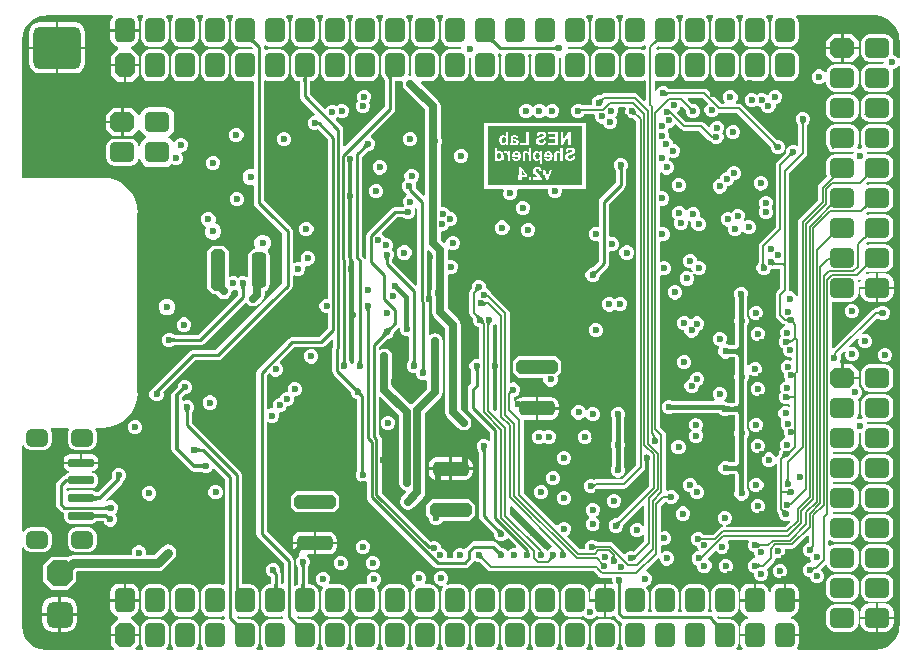
<source format=gbr>
%TF.GenerationSoftware,Altium Limited,Altium Designer,22.7.1 (60)*%
G04 Layer_Physical_Order=6*
G04 Layer_Color=16711680*
%FSLAX45Y45*%
%MOMM*%
%TF.SameCoordinates,89C5C705-8D76-4DBF-8A4D-424F25D0343C*%
%TF.FilePolarity,Positive*%
%TF.FileFunction,Copper,L6,Bot,Signal*%
%TF.Part,Single*%
G01*
G75*
%TA.AperFunction,Conductor*%
%ADD79C,0.25000*%
%ADD80C,0.50000*%
%ADD81C,0.40000*%
%ADD82C,0.30000*%
%ADD83C,0.15000*%
%ADD84C,0.35000*%
%ADD85C,0.20000*%
%ADD86C,0.70000*%
%ADD87C,0.75000*%
%TA.AperFunction,ComponentPad*%
G04:AMPARAMS|DCode=97|XSize=1.7mm|YSize=2.1mm|CornerRadius=0mm|HoleSize=0mm|Usage=FLASHONLY|Rotation=270.000|XOffset=0mm|YOffset=0mm|HoleType=Round|Shape=Octagon|*
%AMOCTAGOND97*
4,1,8,1.05000,0.42500,1.05000,-0.42500,0.62500,-0.85000,-0.62500,-0.85000,-1.05000,-0.42500,-1.05000,0.42500,-0.62500,0.85000,0.62500,0.85000,1.05000,0.42500,0.0*
%
%ADD97OCTAGOND97*%

G04:AMPARAMS|DCode=98|XSize=1.7mm|YSize=2.1mm|CornerRadius=0.425mm|HoleSize=0mm|Usage=FLASHONLY|Rotation=270.000|XOffset=0mm|YOffset=0mm|HoleType=Round|Shape=RoundedRectangle|*
%AMROUNDEDRECTD98*
21,1,1.70000,1.25001,0,0,270.0*
21,1,0.85000,2.10000,0,0,270.0*
1,1,0.85000,-0.62500,-0.42500*
1,1,0.85000,-0.62500,0.42500*
1,1,0.85000,0.62500,0.42500*
1,1,0.85000,0.62500,-0.42500*
%
%ADD98ROUNDEDRECTD98*%
G04:AMPARAMS|DCode=99|XSize=1.7mm|YSize=2.1mm|CornerRadius=0mm|HoleSize=0mm|Usage=FLASHONLY|Rotation=0.000|XOffset=0mm|YOffset=0mm|HoleType=Round|Shape=Octagon|*
%AMOCTAGOND99*
4,1,8,-0.42500,1.05000,0.42500,1.05000,0.85000,0.62500,0.85000,-0.62500,0.42500,-1.05000,-0.42500,-1.05000,-0.85000,-0.62500,-0.85000,0.62500,-0.42500,1.05000,0.0*
%
%ADD99OCTAGOND99*%

G04:AMPARAMS|DCode=100|XSize=1.7mm|YSize=2.1mm|CornerRadius=0.425mm|HoleSize=0mm|Usage=FLASHONLY|Rotation=0.000|XOffset=0mm|YOffset=0mm|HoleType=Round|Shape=RoundedRectangle|*
%AMROUNDEDRECTD100*
21,1,1.70000,1.25001,0,0,0.0*
21,1,0.85000,2.10000,0,0,0.0*
1,1,0.85000,0.42500,-0.62500*
1,1,0.85000,-0.42500,-0.62500*
1,1,0.85000,-0.42500,0.62500*
1,1,0.85000,0.42500,0.62500*
%
%ADD100ROUNDEDRECTD100*%
G04:AMPARAMS|DCode=101|XSize=1.8mm|YSize=1.45mm|CornerRadius=0.3625mm|HoleSize=0mm|Usage=FLASHONLY|Rotation=180.000|XOffset=0mm|YOffset=0mm|HoleType=Round|Shape=RoundedRectangle|*
%AMROUNDEDRECTD101*
21,1,1.80000,0.72500,0,0,180.0*
21,1,1.07500,1.45000,0,0,180.0*
1,1,0.72500,-0.53750,0.36250*
1,1,0.72500,0.53750,0.36250*
1,1,0.72500,0.53750,-0.36250*
1,1,0.72500,-0.53750,-0.36250*
%
%ADD101ROUNDEDRECTD101*%
G04:AMPARAMS|DCode=102|XSize=4mm|YSize=3.6mm|CornerRadius=0.54mm|HoleSize=0mm|Usage=FLASHONLY|Rotation=0.000|XOffset=0mm|YOffset=0mm|HoleType=Round|Shape=RoundedRectangle|*
%AMROUNDEDRECTD102*
21,1,4.00000,2.52000,0,0,0.0*
21,1,2.92000,3.60000,0,0,0.0*
1,1,1.08000,1.46000,-1.26000*
1,1,1.08000,-1.46000,-1.26000*
1,1,1.08000,-1.46000,1.26000*
1,1,1.08000,1.46000,1.26000*
%
%ADD102ROUNDEDRECTD102*%
G04:AMPARAMS|DCode=103|XSize=2.2mm|YSize=2.2mm|CornerRadius=0mm|HoleSize=0mm|Usage=FLASHONLY|Rotation=270.000|XOffset=0mm|YOffset=0mm|HoleType=Round|Shape=Octagon|*
%AMOCTAGOND103*
4,1,8,-0.55000,-1.10000,0.55000,-1.10000,1.10000,-0.55000,1.10000,0.55000,0.55000,1.10000,-0.55000,1.10000,-1.10000,0.55000,-1.10000,-0.55000,-0.55000,-1.10000,0.0*
%
%ADD103OCTAGOND103*%

G04:AMPARAMS|DCode=104|XSize=2.2mm|YSize=2.2mm|CornerRadius=0.55mm|HoleSize=0mm|Usage=FLASHONLY|Rotation=270.000|XOffset=0mm|YOffset=0mm|HoleType=Round|Shape=RoundedRectangle|*
%AMROUNDEDRECTD104*
21,1,2.20000,1.10000,0,0,270.0*
21,1,1.10000,2.20000,0,0,270.0*
1,1,1.10000,-0.55000,-0.55000*
1,1,1.10000,-0.55000,0.55000*
1,1,1.10000,0.55000,0.55000*
1,1,1.10000,0.55000,-0.55000*
%
%ADD104ROUNDEDRECTD104*%
%TA.AperFunction,ViaPad*%
%ADD105C,0.60000*%
%TA.AperFunction,SMDPad,CuDef*%
G04:AMPARAMS|DCode=109|XSize=2.2mm|YSize=0.7mm|CornerRadius=0.175mm|HoleSize=0mm|Usage=FLASHONLY|Rotation=180.000|XOffset=0mm|YOffset=0mm|HoleType=Round|Shape=RoundedRectangle|*
%AMROUNDEDRECTD109*
21,1,2.20000,0.35000,0,0,180.0*
21,1,1.85000,0.70000,0,0,180.0*
1,1,0.35000,-0.92500,0.17500*
1,1,0.35000,0.92500,0.17500*
1,1,0.35000,0.92500,-0.17500*
1,1,0.35000,-0.92500,-0.17500*
%
%ADD109ROUNDEDRECTD109*%
G04:AMPARAMS|DCode=110|XSize=1.2mm|YSize=3mm|CornerRadius=0.3mm|HoleSize=0mm|Usage=FLASHONLY|Rotation=270.000|XOffset=0mm|YOffset=0mm|HoleType=Round|Shape=RoundedRectangle|*
%AMROUNDEDRECTD110*
21,1,1.20000,2.40000,0,0,270.0*
21,1,0.60000,3.00000,0,0,270.0*
1,1,0.60000,-1.20000,-0.30000*
1,1,0.60000,-1.20000,0.30000*
1,1,0.60000,1.20000,0.30000*
1,1,0.60000,1.20000,-0.30000*
%
%ADD110ROUNDEDRECTD110*%
G04:AMPARAMS|DCode=111|XSize=1.2mm|YSize=3.5mm|CornerRadius=0mm|HoleSize=0mm|Usage=FLASHONLY|Rotation=270.000|XOffset=0mm|YOffset=0mm|HoleType=Round|Shape=Octagon|*
%AMOCTAGOND111*
4,1,8,1.75000,0.30000,1.75000,-0.30000,1.45000,-0.60000,-1.45000,-0.60000,-1.75000,-0.30000,-1.75000,0.30000,-1.45000,0.60000,1.45000,0.60000,1.75000,0.30000,0.0*
%
%ADD111OCTAGOND111*%

G04:AMPARAMS|DCode=112|XSize=1.2mm|YSize=3mm|CornerRadius=0.3mm|HoleSize=0mm|Usage=FLASHONLY|Rotation=0.000|XOffset=0mm|YOffset=0mm|HoleType=Round|Shape=RoundedRectangle|*
%AMROUNDEDRECTD112*
21,1,1.20000,2.40000,0,0,0.0*
21,1,0.60000,3.00000,0,0,0.0*
1,1,0.60000,0.30000,-1.20000*
1,1,0.60000,-0.30000,-1.20000*
1,1,0.60000,-0.30000,1.20000*
1,1,0.60000,0.30000,1.20000*
%
%ADD112ROUNDEDRECTD112*%
G04:AMPARAMS|DCode=113|XSize=1.2mm|YSize=3.5mm|CornerRadius=0mm|HoleSize=0mm|Usage=FLASHONLY|Rotation=0.000|XOffset=0mm|YOffset=0mm|HoleType=Round|Shape=Octagon|*
%AMOCTAGOND113*
4,1,8,-0.30000,1.75000,0.30000,1.75000,0.60000,1.45000,0.60000,-1.45000,0.30000,-1.75000,-0.30000,-1.75000,-0.60000,-1.45000,-0.60000,1.45000,-0.30000,1.75000,0.0*
%
%ADD113OCTAGOND113*%

G36*
X6544322Y5189773D02*
X6543154Y5190590D01*
X6541739Y5190949D01*
X6540075Y5190852D01*
X6538164Y5190298D01*
X6536005Y5189288D01*
X6533599Y5187822D01*
X6530946Y5185899D01*
X6528044Y5183519D01*
X6521498Y5177391D01*
X6510891Y5187997D01*
X6514184Y5191394D01*
X6519399Y5197445D01*
X6521322Y5200099D01*
X6522789Y5202505D01*
X6523798Y5204664D01*
X6524352Y5206575D01*
X6524449Y5208238D01*
X6524090Y5209654D01*
X6523274Y5210822D01*
X6544322Y5189773D01*
D02*
G37*
G36*
X5162577Y5219707D02*
X5162035Y5217288D01*
X5162293Y5214418D01*
X5163350Y5211097D01*
X5165208Y5207324D01*
X5167864Y5203100D01*
X5171321Y5198424D01*
X5175577Y5193297D01*
X5186489Y5181689D01*
X5168811Y5164011D01*
X5162781Y5169867D01*
X5152076Y5179179D01*
X5147400Y5182636D01*
X5143176Y5185292D01*
X5139403Y5187149D01*
X5136082Y5188207D01*
X5133212Y5188465D01*
X5130793Y5187923D01*
X5128826Y5186581D01*
X5163919Y5221674D01*
X5162577Y5219707D01*
D02*
G37*
G36*
X3130577D02*
X3130035Y5217288D01*
X3130293Y5214418D01*
X3131350Y5211097D01*
X3133208Y5207324D01*
X3135864Y5203100D01*
X3139321Y5198424D01*
X3143577Y5193297D01*
X3154489Y5181689D01*
X3136811Y5164011D01*
X3130781Y5169867D01*
X3120076Y5179179D01*
X3115400Y5182636D01*
X3111176Y5185292D01*
X3107403Y5187149D01*
X3104082Y5188207D01*
X3101212Y5188465D01*
X3098793Y5187923D01*
X3096826Y5186581D01*
X3131919Y5221674D01*
X3130577Y5219707D01*
D02*
G37*
G36*
X8434462Y5410484D02*
X8485651Y5389281D01*
X8529609Y5355551D01*
X8563338Y5311594D01*
X8584542Y5260404D01*
X8589867Y5219955D01*
X8591113Y5205471D01*
X8591116Y5205460D01*
X8591116Y5190471D01*
X8591120Y5057416D01*
X8576120Y5054432D01*
X8575688Y5055475D01*
X8558809Y5072354D01*
X8536757Y5081488D01*
X8534972Y5083663D01*
X8538420Y5101000D01*
Y5186000D01*
X8532793Y5214288D01*
X8516770Y5238269D01*
X8492788Y5254293D01*
X8464500Y5259920D01*
X8339500D01*
X8311212Y5254293D01*
X8287230Y5238269D01*
X8271206Y5214288D01*
X8265580Y5186000D01*
Y5101000D01*
X8271206Y5072712D01*
X8287230Y5048731D01*
X8311212Y5032707D01*
X8339500Y5027080D01*
X8452748D01*
X8456163Y5022790D01*
X8451218Y5006746D01*
X8450419Y5005920D01*
X8339500D01*
X8311212Y5000293D01*
X8287230Y4984269D01*
X8271206Y4960288D01*
X8265580Y4932000D01*
Y4847000D01*
X8271206Y4818712D01*
X8287230Y4794731D01*
X8311212Y4778707D01*
X8339500Y4773080D01*
X8464500D01*
X8492788Y4778707D01*
X8516770Y4794731D01*
X8532793Y4818712D01*
X8538420Y4847000D01*
Y4932000D01*
X8535538Y4946488D01*
X8536757Y4961488D01*
X8558809Y4970623D01*
X8575688Y4987501D01*
X8576122Y4988549D01*
X8591122Y4985565D01*
X8591247Y270194D01*
X8591247Y269996D01*
Y255256D01*
X8589999Y240773D01*
X8584683Y200394D01*
X8563507Y149271D01*
X8529821Y105371D01*
X8485921Y71685D01*
X8434798Y50509D01*
X8381926Y43549D01*
X8379938Y43944D01*
X7730948D01*
X7722930Y58944D01*
X7735503Y77761D01*
X7741518Y108000D01*
Y160500D01*
X7620000D01*
Y180500D01*
X7741518D01*
Y233000D01*
X7735503Y263239D01*
X7718374Y288874D01*
X7692739Y306003D01*
X7673386Y309853D01*
Y325147D01*
X7692739Y328997D01*
X7718374Y346126D01*
X7735503Y371761D01*
X7741518Y402000D01*
Y454500D01*
X7620000D01*
Y464500D01*
X7610000D01*
Y606018D01*
X7577500D01*
X7547261Y600003D01*
X7521626Y582874D01*
X7504497Y557239D01*
X7500647Y537885D01*
X7485353D01*
X7481503Y557239D01*
X7464374Y582874D01*
X7438739Y600003D01*
X7408500Y606018D01*
X7376000D01*
Y464500D01*
X7366000D01*
Y454500D01*
X7244482D01*
Y402000D01*
X7250497Y371761D01*
X7267626Y346126D01*
X7293261Y328997D01*
X7312614Y325147D01*
Y309853D01*
X7293261Y306003D01*
X7267626Y288874D01*
X7250497Y263239D01*
X7244482Y233000D01*
Y180500D01*
X7366000D01*
Y160500D01*
X7244482D01*
Y108000D01*
X7250497Y77761D01*
X7263070Y58944D01*
X7255052Y43944D01*
X7214074D01*
X7208917Y58944D01*
X7222793Y79712D01*
X7228420Y108000D01*
Y233000D01*
X7222793Y261288D01*
X7206769Y285270D01*
X7182788Y301294D01*
X7154500Y306920D01*
X7069500D01*
X7059987Y305028D01*
X7059084Y305695D01*
X7051414Y312367D01*
X7046401Y317380D01*
X7053790Y331205D01*
X7069500Y328080D01*
X7154500D01*
X7182788Y333706D01*
X7206769Y349730D01*
X7222793Y373712D01*
X7228420Y402000D01*
Y527000D01*
X7222793Y555288D01*
X7206769Y579270D01*
X7182788Y595293D01*
X7154500Y600920D01*
X7069500D01*
X7041212Y595293D01*
X7017231Y579270D01*
X7001207Y555288D01*
X6995580Y527000D01*
Y402000D01*
X7000960Y374954D01*
X6997658Y369383D01*
X6992543Y363145D01*
X6977727Y364690D01*
X6969712Y378332D01*
X6974420Y402000D01*
Y527000D01*
X6968793Y555288D01*
X6952769Y579270D01*
X6928788Y595293D01*
X6900500Y600920D01*
X6815500D01*
X6787212Y595293D01*
X6763231Y579270D01*
X6747207Y555288D01*
X6741580Y527000D01*
Y402000D01*
X6746288Y378332D01*
X6738317Y364765D01*
X6723683D01*
X6715712Y378332D01*
X6720420Y402000D01*
Y527000D01*
X6714793Y555288D01*
X6698769Y579270D01*
X6674788Y595293D01*
X6646500Y600920D01*
X6561500D01*
X6533212Y595293D01*
X6509231Y579270D01*
X6493207Y555288D01*
X6487580Y527000D01*
Y402000D01*
X6492288Y378332D01*
X6484317Y364765D01*
X6469683D01*
X6461712Y378332D01*
X6466420Y402000D01*
Y527000D01*
X6460793Y555288D01*
X6448651Y573460D01*
X6448517Y574915D01*
X6452882Y589401D01*
X6453855Y590616D01*
X6469372Y597044D01*
X6486251Y613922D01*
X6495385Y635974D01*
Y659844D01*
X6486251Y681896D01*
X6469372Y698775D01*
X6451473Y706189D01*
X6445839Y721767D01*
X6545000Y820929D01*
X6560000Y814715D01*
Y808065D01*
X6569134Y786013D01*
X6586013Y769134D01*
X6608065Y760000D01*
X6631935D01*
X6653987Y769134D01*
X6670865Y786013D01*
X6680000Y808065D01*
Y831935D01*
X6670865Y853987D01*
X6653987Y870865D01*
X6631935Y880000D01*
X6608065D01*
X6586013Y870865D01*
X6583234Y868087D01*
X6568234Y874300D01*
Y924791D01*
X6580706Y933125D01*
X6588249Y930000D01*
X6612119D01*
X6634171Y939135D01*
X6651050Y956013D01*
X6660184Y978065D01*
Y1001935D01*
X6651050Y1023987D01*
X6634171Y1040866D01*
X6612119Y1050000D01*
X6588249D01*
X6580706Y1046875D01*
X6568234Y1055209D01*
Y1264163D01*
X6605837Y1301766D01*
X6608542D01*
X6620221Y1294059D01*
X6623536Y1291611D01*
X6626013Y1289135D01*
X6648065Y1280000D01*
X6671935D01*
X6693987Y1289135D01*
X6710865Y1306013D01*
X6720000Y1328065D01*
Y1351935D01*
X6710865Y1373987D01*
X6693987Y1390866D01*
X6671935Y1400000D01*
X6648065D01*
X6628234Y1391786D01*
X6619287Y1395305D01*
X6613545Y1399096D01*
X6613234Y1399428D01*
Y1865000D01*
X6610324Y1879631D01*
X6602036Y1892036D01*
X6562214Y1931857D01*
Y3210069D01*
X6574686Y3218403D01*
X6581195Y3215707D01*
X6605064D01*
X6627117Y3224841D01*
X6643995Y3241719D01*
X6653129Y3263772D01*
Y3287641D01*
X6643995Y3309694D01*
X6627117Y3326572D01*
X6605064Y3335707D01*
X6581195D01*
X6574686Y3333011D01*
X6562214Y3341344D01*
Y3497606D01*
X6572554Y3504515D01*
X6596423D01*
X6618475Y3513649D01*
X6635354Y3530528D01*
X6644488Y3552580D01*
Y3576450D01*
X6635354Y3598502D01*
X6618475Y3615380D01*
X6596423Y3624515D01*
X6572554D01*
X6562214Y3631423D01*
Y3805781D01*
X6564546Y3807338D01*
X6588415D01*
X6610467Y3816472D01*
X6627346Y3833351D01*
X6636480Y3855403D01*
Y3879273D01*
X6627346Y3901325D01*
X6610467Y3918203D01*
X6588415Y3927338D01*
X6564546D01*
X6562214Y3928895D01*
Y4081720D01*
X6577214Y4087933D01*
X6586013Y4079135D01*
X6608065Y4070000D01*
X6631935D01*
X6653987Y4079135D01*
X6670865Y4096013D01*
X6680000Y4118065D01*
Y4141935D01*
X6670865Y4163987D01*
X6653987Y4180866D01*
X6638101Y4187446D01*
X6642500Y4198065D01*
Y4206928D01*
X6654972Y4215262D01*
X6663881Y4211571D01*
X6687750D01*
X6709803Y4220706D01*
X6726681Y4237584D01*
X6735815Y4259637D01*
Y4283506D01*
X6726681Y4305559D01*
X6709803Y4322437D01*
X6687750Y4331571D01*
X6670000D01*
Y4341935D01*
X6660866Y4363987D01*
X6643987Y4380866D01*
X6640172Y4382446D01*
X6642500Y4388065D01*
Y4411935D01*
X6633365Y4433987D01*
X6627353Y4440000D01*
X6633365Y4446013D01*
X6642500Y4468065D01*
Y4468229D01*
X6653705D01*
X6675758Y4477364D01*
X6692636Y4494242D01*
X6700185Y4495743D01*
X6742964Y4452964D01*
X6755369Y4444676D01*
X6770000Y4441766D01*
X6894163D01*
X6972964Y4362964D01*
X6985368Y4354676D01*
X6992769Y4353204D01*
X7007138Y4338835D01*
X7029191Y4329701D01*
X7053060D01*
X7075113Y4338835D01*
X7091991Y4355713D01*
X7101125Y4377766D01*
Y4401635D01*
X7091991Y4423688D01*
X7091510Y4424169D01*
X7100001Y4432661D01*
X7109135Y4454713D01*
Y4478583D01*
X7100001Y4500635D01*
X7083123Y4517513D01*
X7061070Y4526648D01*
X7037201D01*
X7015148Y4517513D01*
X6998270Y4500635D01*
X6989136Y4478583D01*
Y4474534D01*
X6975278Y4468794D01*
X6937036Y4507036D01*
X6924632Y4515324D01*
X6910000Y4518234D01*
X6785837D01*
X6711242Y4592830D01*
X6713988Y4606635D01*
X6730866Y4623513D01*
X6736822Y4637892D01*
X6753858Y4642069D01*
X6781576Y4614351D01*
X6784386Y4600643D01*
X6784999Y4596566D01*
Y4593065D01*
X6794133Y4571013D01*
X6811012Y4554135D01*
X6833064Y4545000D01*
X6856934D01*
X6878986Y4554135D01*
X6895865Y4571013D01*
X6904999Y4593065D01*
Y4616935D01*
X6895865Y4638987D01*
X6878986Y4655866D01*
X6856934Y4665000D01*
X6853433D01*
X6848989Y4665669D01*
X6841135Y4667082D01*
X6835708Y4668363D01*
X6798663Y4705408D01*
X6804403Y4719266D01*
X6922832D01*
X6967293Y4674805D01*
X6966012Y4668365D01*
X6949134Y4651487D01*
X6940000Y4629435D01*
Y4605565D01*
X6949134Y4583513D01*
X6966013Y4566635D01*
X6988065Y4557500D01*
X7011935D01*
X7033987Y4566635D01*
X7050866Y4583513D01*
X7055189Y4593950D01*
X7066170Y4591766D01*
X7214163D01*
X7496578Y4309351D01*
X7499387Y4295643D01*
X7500000Y4291566D01*
Y4288065D01*
X7509135Y4266013D01*
X7526013Y4249135D01*
X7548065Y4240000D01*
X7571935D01*
X7593987Y4249135D01*
X7610866Y4266013D01*
X7620000Y4288065D01*
Y4311935D01*
X7610866Y4333987D01*
X7593987Y4350866D01*
X7571935Y4360000D01*
X7568434D01*
X7563990Y4360668D01*
X7556136Y4362082D01*
X7550709Y4363362D01*
X7257036Y4657036D01*
X7244632Y4665324D01*
X7230000Y4668234D01*
X7210054D01*
X7203841Y4683234D01*
X7210603Y4689996D01*
X7219737Y4712049D01*
Y4735918D01*
X7210603Y4757971D01*
X7193724Y4774849D01*
X7171672Y4783983D01*
X7147803D01*
X7125750Y4774849D01*
X7108872Y4757971D01*
X7099737Y4735918D01*
Y4712049D01*
X7108872Y4689996D01*
X7115634Y4683234D01*
X7109420Y4668234D01*
X7082007D01*
X6965705Y4784536D01*
X6953301Y4792824D01*
X6938670Y4795734D01*
X6641458D01*
X6629779Y4803441D01*
X6626464Y4805889D01*
X6623987Y4808366D01*
X6601935Y4817500D01*
X6578065D01*
X6556013Y4808366D01*
X6539134Y4791487D01*
X6533234Y4777243D01*
X6518234Y4780227D01*
Y4859804D01*
X6531463Y4866875D01*
X6533212Y4865707D01*
X6561500Y4860080D01*
X6646500D01*
X6674788Y4865707D01*
X6698769Y4881730D01*
X6714793Y4905712D01*
X6720420Y4934000D01*
Y5059000D01*
X6714793Y5087288D01*
X6698769Y5111270D01*
X6674788Y5127294D01*
X6646500Y5132920D01*
X6561500D01*
X6536790Y5128005D01*
X6528150Y5140578D01*
X6544944Y5157373D01*
X6561500Y5154080D01*
X6646500D01*
X6674788Y5159706D01*
X6698769Y5175730D01*
X6714793Y5199712D01*
X6720420Y5228000D01*
Y5353000D01*
X6714793Y5381288D01*
X6700917Y5402056D01*
X6706074Y5417056D01*
X6755926D01*
X6761083Y5402056D01*
X6747207Y5381288D01*
X6741580Y5353000D01*
Y5228000D01*
X6747207Y5199712D01*
X6763231Y5175730D01*
X6787212Y5159706D01*
X6815500Y5154080D01*
X6900500D01*
X6928788Y5159706D01*
X6952769Y5175730D01*
X6968793Y5199712D01*
X6974420Y5228000D01*
Y5353000D01*
X6968793Y5381288D01*
X6954917Y5402056D01*
X6960074Y5417056D01*
X7009926D01*
X7015083Y5402056D01*
X7001207Y5381288D01*
X6995580Y5353000D01*
Y5228000D01*
X7001207Y5199712D01*
X7017231Y5175730D01*
X7041212Y5159706D01*
X7069500Y5154080D01*
X7154500D01*
X7182788Y5159706D01*
X7206769Y5175730D01*
X7222793Y5199712D01*
X7228420Y5228000D01*
Y5353000D01*
X7222793Y5381288D01*
X7208917Y5402056D01*
X7214074Y5417056D01*
X7263926D01*
X7269083Y5402056D01*
X7255207Y5381288D01*
X7249580Y5353000D01*
Y5228000D01*
X7255207Y5199712D01*
X7271231Y5175730D01*
X7295212Y5159706D01*
X7323500Y5154080D01*
X7408500D01*
X7436788Y5159706D01*
X7460769Y5175730D01*
X7476793Y5199712D01*
X7482420Y5228000D01*
Y5353000D01*
X7476793Y5381288D01*
X7462917Y5402056D01*
X7468074Y5417056D01*
X7517926D01*
X7523083Y5402056D01*
X7509207Y5381288D01*
X7503580Y5353000D01*
Y5228000D01*
X7509207Y5199712D01*
X7525231Y5175730D01*
X7549212Y5159706D01*
X7577500Y5154080D01*
X7662500D01*
X7690788Y5159706D01*
X7714769Y5175730D01*
X7730793Y5199712D01*
X7736420Y5228000D01*
Y5353000D01*
X7730793Y5381288D01*
X7716917Y5402056D01*
X7722074Y5417056D01*
X8379531D01*
X8381527Y5417453D01*
X8434462Y5410484D01*
D02*
G37*
G36*
X6253083Y5402056D02*
X6239207Y5381288D01*
X6233580Y5353000D01*
Y5228000D01*
X6239207Y5199712D01*
X6255231Y5175730D01*
X6279212Y5159706D01*
X6307500Y5154080D01*
X6392500D01*
X6420788Y5159706D01*
X6431715Y5167008D01*
X6433193Y5166338D01*
X6443872Y5157090D01*
X6441766Y5146500D01*
Y5129187D01*
X6428537Y5122116D01*
X6420788Y5127294D01*
X6392500Y5132920D01*
X6307500D01*
X6279212Y5127294D01*
X6255231Y5111270D01*
X6239207Y5087288D01*
X6233580Y5059000D01*
Y4934000D01*
X6239207Y4905712D01*
X6255231Y4881730D01*
X6279212Y4865707D01*
X6307500Y4860080D01*
X6392500D01*
X6420788Y4865707D01*
X6428537Y4870884D01*
X6441766Y4863813D01*
Y4701904D01*
X6427908Y4696164D01*
X6377036Y4747036D01*
X6364632Y4755324D01*
X6350000Y4758234D01*
X6090000D01*
X6075368Y4755324D01*
X6062964Y4747036D01*
X6059351Y4743423D01*
X6045643Y4740613D01*
X6041566Y4740000D01*
X6038065D01*
X6016013Y4730866D01*
X5999135Y4713987D01*
X5990000Y4691935D01*
Y4668066D01*
X5983431Y4658234D01*
X5906618D01*
X5903987Y4660865D01*
X5881935Y4670000D01*
X5858065D01*
X5836013Y4660865D01*
X5819134Y4643987D01*
X5810000Y4621935D01*
Y4598065D01*
X5819134Y4576013D01*
X5836013Y4559134D01*
X5858065Y4550000D01*
X5881935D01*
X5903987Y4559134D01*
X5920865Y4576013D01*
X5923248Y4581766D01*
X6007684D01*
X6012813Y4574089D01*
Y4550220D01*
X6021947Y4528168D01*
X6038826Y4511289D01*
X6060878Y4502155D01*
X6084188D01*
X6091538Y4484410D01*
X6108416Y4467532D01*
X6130469Y4458397D01*
X6154338D01*
X6176391Y4467532D01*
X6193269Y4484410D01*
X6202403Y4506463D01*
Y4530332D01*
X6193269Y4552385D01*
X6185253Y4560400D01*
X6200865Y4576013D01*
X6210000Y4598065D01*
Y4621935D01*
X6206952Y4629294D01*
X6215285Y4641766D01*
X6263127D01*
X6271460Y4629294D01*
X6267943Y4620803D01*
Y4596934D01*
X6277078Y4574881D01*
X6293956Y4558003D01*
X6316008Y4548869D01*
X6319509D01*
X6323953Y4548200D01*
X6331807Y4546787D01*
X6337234Y4545506D01*
X6361766Y4520975D01*
Y1605837D01*
X6244163Y1488234D01*
X6021287D01*
X6006655Y1485324D01*
X6006029Y1484905D01*
X5993920Y1489921D01*
X5970050D01*
X5947998Y1480787D01*
X5931119Y1463908D01*
X5921985Y1441856D01*
Y1417986D01*
X5931119Y1395934D01*
X5947998Y1379056D01*
X5970050Y1369921D01*
X5993920D01*
X6015972Y1379056D01*
X6032851Y1395934D01*
X6035444Y1402194D01*
X6036531Y1403577D01*
X6036608Y1403850D01*
X6036779Y1404075D01*
X6039808Y1410313D01*
X6040609Y1411766D01*
X6260000D01*
X6274632Y1414676D01*
X6287036Y1422964D01*
X6427036Y1562964D01*
X6435324Y1575368D01*
X6438234Y1590000D01*
Y1698096D01*
X6452092Y1703837D01*
X6471766Y1684163D01*
Y1433057D01*
X6200741Y1162032D01*
X6187033Y1159223D01*
X6182958Y1158610D01*
X6179455D01*
X6157403Y1149476D01*
X6140524Y1132597D01*
X6131390Y1110545D01*
Y1086675D01*
X6140524Y1064623D01*
X6157403Y1047745D01*
X6179455Y1038610D01*
X6203325D01*
X6225377Y1047745D01*
X6242255Y1064623D01*
X6251390Y1086675D01*
Y1090178D01*
X6252058Y1094619D01*
X6253472Y1102475D01*
X6254752Y1107901D01*
X6417908Y1271056D01*
X6431766Y1265316D01*
Y1103885D01*
X6416766Y1098087D01*
X6403987Y1110865D01*
X6381935Y1120000D01*
X6358065D01*
X6336013Y1110865D01*
X6319134Y1093987D01*
X6310000Y1071935D01*
Y1048065D01*
X6319134Y1026013D01*
X6336013Y1009134D01*
X6358065Y1000000D01*
X6381935D01*
X6403987Y1009134D01*
X6416766Y1021913D01*
X6431766Y1016115D01*
Y965837D01*
X6342331Y876402D01*
X6340012Y877182D01*
X6338161Y877421D01*
X6331935Y880000D01*
X6308065D01*
X6286013Y870865D01*
X6276457Y861310D01*
X6256604Y859949D01*
X6169518Y947036D01*
X6157113Y955324D01*
X6142482Y958234D01*
X6035556D01*
X6024062Y963291D01*
X6023987Y963366D01*
X6022353Y964042D01*
X6021455Y964437D01*
X6018098Y966178D01*
X6015104Y967045D01*
X6001934Y972500D01*
X5978065D01*
X5956012Y963366D01*
X5939134Y946487D01*
X5930000Y924435D01*
Y900566D01*
X5927774Y897234D01*
X5886838D01*
X5780062Y1004009D01*
X5782988Y1018721D01*
X5783987Y1019135D01*
X5800865Y1036013D01*
X5810000Y1058065D01*
Y1081935D01*
X5800865Y1103987D01*
X5783987Y1120866D01*
X5761934Y1130000D01*
X5738065D01*
X5716012Y1120866D01*
X5700216Y1105069D01*
X5695825Y1102413D01*
X5684009Y1100063D01*
X5408234Y1375837D01*
Y1990000D01*
X5411293Y1993727D01*
X5510000D01*
Y2090000D01*
Y2186273D01*
X5400000D01*
X5374638Y2181228D01*
X5353138Y2166862D01*
X5340565Y2148046D01*
X5327621Y2149735D01*
X5325565Y2150541D01*
Y2190000D01*
X5331935D01*
X5353987Y2199135D01*
X5370866Y2216013D01*
X5380000Y2238065D01*
Y2261935D01*
X5370866Y2283987D01*
X5353987Y2300866D01*
X5331935Y2310000D01*
X5308065D01*
X5303206Y2307987D01*
X5290734Y2316321D01*
Y2897500D01*
X5287824Y2912132D01*
X5279536Y2924536D01*
X5134495Y3069577D01*
X5129701Y3072779D01*
X5124582Y3085138D01*
X5107704Y3102016D01*
X5090000Y3109350D01*
Y3131935D01*
X5080866Y3153987D01*
X5063987Y3170866D01*
X5041935Y3180000D01*
X5018065D01*
X4996013Y3170866D01*
X4979135Y3153987D01*
X4970000Y3131935D01*
Y3116111D01*
X4969748Y3113668D01*
X4970000Y3110983D01*
Y3108065D01*
X4970137Y3107735D01*
X4970127Y3106980D01*
X4961162Y3098014D01*
X4952321Y3084783D01*
X4949216Y3069176D01*
X4949216Y3069175D01*
Y2900001D01*
X4949216Y2900000D01*
X4952321Y2884393D01*
X4961162Y2871162D01*
X4979850Y2852473D01*
X4979851Y2848049D01*
X4979635Y2845150D01*
X4980000Y2842172D01*
Y2828065D01*
X4989135Y2806013D01*
X5006013Y2789134D01*
X5028065Y2780000D01*
X5029217D01*
Y2514866D01*
X5021934Y2510000D01*
X4998065D01*
X4976013Y2500865D01*
X4959134Y2483987D01*
X4950000Y2461935D01*
Y2438065D01*
X4959134Y2416013D01*
X4961586Y2413561D01*
X4962814Y2411858D01*
X4965361Y2407804D01*
X4965916Y2406754D01*
X4966419Y2405657D01*
X4966667Y2405009D01*
Y2301697D01*
X4949359Y2284389D01*
X4939966Y2270331D01*
X4936668Y2253748D01*
Y2096967D01*
X4939966Y2080384D01*
X4949359Y2066327D01*
X5126668Y1889018D01*
Y1819398D01*
X5111668Y1813185D01*
X5103987Y1820866D01*
X5081935Y1830000D01*
X5058065D01*
X5036013Y1820866D01*
X5019134Y1803987D01*
X5010000Y1781935D01*
Y1758065D01*
X5019134Y1736013D01*
X5021586Y1733561D01*
X5022814Y1731858D01*
X5025361Y1727804D01*
X5025916Y1726754D01*
X5026419Y1725657D01*
X5026668Y1725009D01*
Y1180000D01*
X5029966Y1163417D01*
X5039359Y1149359D01*
X5157545Y1031173D01*
X5157828Y1030539D01*
X5158249Y1029406D01*
X5158598Y1028274D01*
X5159664Y1023606D01*
X5160000Y1021530D01*
Y1018065D01*
X5169134Y996013D01*
X5186013Y979134D01*
X5208065Y970000D01*
X5231935D01*
X5253987Y979134D01*
X5262639Y987786D01*
X5282866Y988772D01*
X5347856Y923783D01*
X5343607Y913892D01*
X5340426Y910000D01*
X5318065D01*
X5296013Y900866D01*
X5284768Y889621D01*
X5275000Y885663D01*
X5265232Y889621D01*
X5253987Y900866D01*
X5231935Y910000D01*
X5228470D01*
X5226394Y910336D01*
X5221726Y911402D01*
X5220593Y911751D01*
X5219464Y912171D01*
X5218826Y912455D01*
X5180641Y950640D01*
X5166583Y960034D01*
X5150000Y963332D01*
X4990000D01*
X4973417Y960034D01*
X4959359Y950640D01*
X4919359Y910641D01*
X4917784Y908282D01*
X4903987Y900866D01*
X4897857Y903405D01*
X4881935Y910000D01*
X4858065D01*
X4836013Y900866D01*
X4819134Y883987D01*
X4810000Y861935D01*
Y838065D01*
X4810937Y835804D01*
X4802603Y823332D01*
X4767397D01*
X4759063Y835804D01*
X4760000Y838065D01*
Y861935D01*
X4750866Y883987D01*
X4733987Y900866D01*
X4711935Y910000D01*
X4710000D01*
Y921935D01*
X4700866Y943987D01*
X4683987Y960865D01*
X4661935Y970000D01*
X4638065D01*
X4619126Y962155D01*
X4205832Y1375449D01*
Y1827501D01*
X4202534Y1844083D01*
X4193141Y1858141D01*
X4181358Y1869924D01*
Y2183704D01*
X4196358Y2189917D01*
X4353727Y2032549D01*
Y1462033D01*
X4353139Y1459077D01*
X4358184Y1433715D01*
X4372550Y1412214D01*
X4394050Y1397848D01*
X4409781Y1394719D01*
X4414719Y1378443D01*
X4383138Y1346862D01*
X4368772Y1325362D01*
X4363727Y1300000D01*
X4368772Y1274638D01*
X4383138Y1253138D01*
X4404638Y1238771D01*
X4430000Y1233727D01*
X4455362Y1238771D01*
X4476862Y1253138D01*
X4556862Y1333138D01*
X4571229Y1354638D01*
X4576273Y1380000D01*
Y2052549D01*
X4706862Y2183138D01*
X4721229Y2204638D01*
X4726273Y2230000D01*
Y2660000D01*
X4721229Y2685362D01*
X4706862Y2706862D01*
X4685362Y2721228D01*
X4660000Y2726273D01*
X4634638Y2721228D01*
X4618333Y2710334D01*
X4603333Y2717133D01*
Y2988682D01*
X4600035Y3005265D01*
X4592728Y3016199D01*
Y3422335D01*
X4607728Y3428549D01*
X4633727Y3402550D01*
Y3096947D01*
X4625114Y3076154D01*
Y3052285D01*
X4633727Y3031492D01*
Y2910000D01*
X4638772Y2884639D01*
X4653138Y2863138D01*
X4743727Y2772549D01*
Y2060000D01*
X4748772Y2034639D01*
X4763138Y2013138D01*
X4853138Y1923138D01*
X4874638Y1908772D01*
X4900000Y1903727D01*
X4925362Y1908772D01*
X4946862Y1923138D01*
X4961229Y1944638D01*
X4966273Y1970000D01*
X4961229Y1995362D01*
X4946862Y2016862D01*
X4876273Y2087452D01*
Y2800000D01*
X4871229Y2825362D01*
X4856862Y2846862D01*
X4766273Y2937452D01*
Y3222121D01*
X4778066Y3230000D01*
X4801935D01*
X4823987Y3239134D01*
X4840866Y3256013D01*
X4850000Y3278065D01*
Y3301935D01*
X4840866Y3323987D01*
X4823987Y3340866D01*
X4801935Y3350000D01*
X4778066D01*
X4766273Y3357879D01*
Y3428169D01*
X4769396Y3431685D01*
X4780086Y3437448D01*
X4798065Y3430000D01*
X4821935D01*
X4843987Y3439135D01*
X4860866Y3456013D01*
X4870000Y3478065D01*
Y3501935D01*
X4860866Y3523987D01*
X4843987Y3540866D01*
X4821935Y3550000D01*
X4798065D01*
X4776013Y3540866D01*
X4759134Y3523987D01*
X4750000Y3501935D01*
Y3494939D01*
X4735000Y3488726D01*
X4706442Y3517284D01*
Y3576142D01*
X4706543Y3577003D01*
X4706884Y3578718D01*
X4717453Y3590000D01*
X4731935D01*
X4753987Y3599135D01*
X4770865Y3616013D01*
X4777208Y3631326D01*
X4800629D01*
X4822682Y3640461D01*
X4839560Y3657339D01*
X4848695Y3679391D01*
Y3703261D01*
X4839560Y3725313D01*
X4822682Y3742192D01*
X4800629Y3751326D01*
X4782986D01*
X4776771Y3766331D01*
X4759893Y3783210D01*
X4737840Y3792344D01*
X4713971D01*
X4706273Y3797487D01*
Y4316008D01*
X4706278Y4316013D01*
X4715412Y4338065D01*
Y4361935D01*
X4706278Y4383987D01*
X4706273Y4383992D01*
Y4650000D01*
X4701228Y4675362D01*
X4686862Y4696862D01*
X4538645Y4845080D01*
X4544858Y4860080D01*
X4614500D01*
X4642788Y4865707D01*
X4666769Y4881730D01*
X4682793Y4905712D01*
X4688420Y4934000D01*
Y5059000D01*
X4682793Y5087288D01*
X4666769Y5111270D01*
X4642788Y5127294D01*
X4614500Y5132920D01*
X4529500D01*
X4501212Y5127294D01*
X4477231Y5111270D01*
X4461207Y5087288D01*
X4455580Y5059000D01*
Y4934000D01*
X4458385Y4919899D01*
X4455068Y4914509D01*
X4445961Y4905470D01*
X4443960Y4905072D01*
X4431203Y4917828D01*
X4434420Y4934000D01*
Y5059000D01*
X4428793Y5087288D01*
X4412769Y5111270D01*
X4388788Y5127294D01*
X4360500Y5132920D01*
X4275500D01*
X4247212Y5127294D01*
X4223231Y5111270D01*
X4207207Y5087288D01*
X4201580Y5059000D01*
Y4934000D01*
X4207207Y4905712D01*
X4223231Y4881730D01*
X4234385Y4874277D01*
X4234389Y4874272D01*
X4234627Y4872768D01*
X4235313Y4863516D01*
Y4646596D01*
X3897190Y4308473D01*
X3883332Y4314213D01*
Y4450000D01*
X3880034Y4466583D01*
X3870640Y4480641D01*
X3818089Y4533192D01*
X3821016Y4547904D01*
X3823987Y4549134D01*
X3835000Y4560147D01*
X3836013Y4559134D01*
X3858065Y4550000D01*
X3881935D01*
X3903987Y4559134D01*
X3920865Y4576013D01*
X3930000Y4598065D01*
Y4621935D01*
X3920865Y4643987D01*
X3903987Y4660865D01*
X3881935Y4670000D01*
X3858065D01*
X3836013Y4660865D01*
X3825000Y4649853D01*
X3823987Y4650865D01*
X3801935Y4660000D01*
X3778065D01*
X3756013Y4650865D01*
X3739135Y4633987D01*
X3737904Y4631016D01*
X3723192Y4628089D01*
X3599332Y4751949D01*
Y4860041D01*
X3599340Y4860247D01*
X3626788Y4865707D01*
X3650769Y4881730D01*
X3666793Y4905712D01*
X3672420Y4934000D01*
Y5059000D01*
X3666793Y5087288D01*
X3650769Y5111270D01*
X3626788Y5127294D01*
X3598500Y5132920D01*
X3513500D01*
X3485212Y5127294D01*
X3461231Y5111270D01*
X3445207Y5087288D01*
X3439580Y5059000D01*
Y4934000D01*
X3445207Y4905712D01*
X3461231Y4881730D01*
X3485212Y4865707D01*
X3512668Y4860245D01*
Y4734000D01*
X3515966Y4717417D01*
X3525359Y4703359D01*
X3643720Y4584998D01*
X3637507Y4569998D01*
X3628063D01*
X3606011Y4560864D01*
X3589132Y4543986D01*
X3579998Y4521933D01*
Y4498064D01*
X3589132Y4476011D01*
X3606011Y4459133D01*
X3628063Y4449999D01*
X3651932D01*
X3663802Y4454915D01*
X3754165Y4364552D01*
Y3021491D01*
X3751932Y3019999D01*
X3728063D01*
X3706010Y3010865D01*
X3689132Y2993986D01*
X3679998Y2971934D01*
Y2948064D01*
X3689132Y2926012D01*
X3706010Y2909134D01*
X3728063Y2899999D01*
X3751932D01*
X3754165Y2898507D01*
Y2770446D01*
X3677054Y2693335D01*
X3450001D01*
X3433418Y2690036D01*
X3419360Y2680643D01*
X3159359Y2420642D01*
X3149966Y2406584D01*
X3146668Y2390002D01*
Y1030000D01*
X3149966Y1013417D01*
X3159359Y999359D01*
X3376668Y782051D01*
Y614256D01*
X3363411Y605159D01*
X3353332Y610038D01*
Y690529D01*
X3350034Y707112D01*
X3349769Y707508D01*
X3350000Y708065D01*
Y731935D01*
X3340866Y753987D01*
X3323987Y770866D01*
X3301935Y780000D01*
X3278065D01*
X3256013Y770866D01*
X3239134Y753987D01*
X3230000Y731935D01*
Y708065D01*
X3239134Y686013D01*
X3256013Y669135D01*
X3266668Y664721D01*
Y600959D01*
X3266666Y600920D01*
X3259500D01*
X3231212Y595293D01*
X3207231Y579270D01*
X3191207Y555288D01*
X3185580Y527000D01*
Y402000D01*
X3191207Y373712D01*
X3207231Y349730D01*
X3231212Y333706D01*
X3259500Y328080D01*
X3344500D01*
X3359350Y331033D01*
X3372242Y321893D01*
X3372718Y315449D01*
X3359512Y303934D01*
X3344500Y306920D01*
X3259500D01*
X3231212Y301294D01*
X3207231Y285270D01*
X3191207Y261288D01*
X3185580Y233000D01*
Y108000D01*
X3191207Y79712D01*
X3205083Y58944D01*
X3199926Y43944D01*
X3150074D01*
X3144917Y58944D01*
X3158793Y79712D01*
X3164420Y108000D01*
Y233000D01*
X3158793Y261288D01*
X3142769Y285270D01*
X3118788Y301294D01*
X3090500Y306920D01*
X3005500D01*
X2995987Y305028D01*
X2995084Y305695D01*
X2987410Y312371D01*
X2982400Y317381D01*
X2989789Y331205D01*
X3005500Y328080D01*
X3090500D01*
X3118788Y333706D01*
X3142769Y349730D01*
X3158793Y373712D01*
X3164420Y402000D01*
Y527000D01*
X3158793Y555288D01*
X3142769Y579270D01*
X3118788Y595293D01*
X3090500Y600920D01*
X3023332D01*
Y1530000D01*
X3020034Y1546583D01*
X3010640Y1560641D01*
X2603332Y1967949D01*
Y2055009D01*
X2603581Y2055657D01*
X2604083Y2056753D01*
X2604638Y2057803D01*
X2607188Y2061861D01*
X2608414Y2063562D01*
X2610865Y2066013D01*
X2620000Y2088065D01*
Y2111935D01*
X2610865Y2133987D01*
X2593987Y2150866D01*
X2571935Y2160000D01*
X2548065D01*
X2530882Y2152882D01*
X2515881Y2160333D01*
Y2180995D01*
X2543089Y2208203D01*
X2543400Y2208395D01*
X2544009Y2208716D01*
X2544683Y2209016D01*
X2545456Y2209301D01*
X2546339Y2209565D01*
X2547362Y2209803D01*
X2548513Y2210000D01*
X2551935D01*
X2573987Y2219134D01*
X2590866Y2236013D01*
X2600000Y2258065D01*
Y2281935D01*
X2590866Y2303987D01*
X2573987Y2320866D01*
X2551935Y2330000D01*
X2528065D01*
X2506013Y2320866D01*
X2489134Y2303987D01*
X2480000Y2281935D01*
Y2278513D01*
X2479803Y2277362D01*
X2479565Y2276341D01*
X2479301Y2275455D01*
X2479016Y2274683D01*
X2478716Y2274010D01*
X2478395Y2273400D01*
X2478203Y2273089D01*
X2437557Y2232443D01*
X2427611Y2217558D01*
X2424118Y2200000D01*
Y1750000D01*
X2427611Y1732442D01*
X2437557Y1717557D01*
X2587557Y1567557D01*
X2602442Y1557611D01*
X2620000Y1554119D01*
X2678488D01*
X2678841Y1554035D01*
X2679499Y1553831D01*
X2680193Y1553565D01*
X2680934Y1553224D01*
X2681749Y1552784D01*
X2682642Y1552228D01*
X2683592Y1551556D01*
X2686013Y1549135D01*
X2708065Y1540000D01*
X2731935D01*
X2753987Y1549135D01*
X2770865Y1566013D01*
X2773978Y1573528D01*
X2791672Y1577047D01*
X2876668Y1492052D01*
Y604023D01*
X2861667Y595914D01*
X2836500Y600920D01*
X2751500D01*
X2723212Y595293D01*
X2699231Y579270D01*
X2683207Y555288D01*
X2677580Y527000D01*
Y402000D01*
X2683207Y373712D01*
X2699231Y349730D01*
X2723212Y333706D01*
X2751500Y328080D01*
X2836500D01*
X2861667Y333086D01*
X2876668Y324977D01*
Y318499D01*
X2878297Y310307D01*
X2864797Y301287D01*
X2864788Y301294D01*
X2836500Y306920D01*
X2751500D01*
X2723212Y301294D01*
X2699231Y285270D01*
X2683207Y261288D01*
X2677580Y233000D01*
Y108000D01*
X2683207Y79712D01*
X2697083Y58944D01*
X2691926Y43944D01*
X2642074D01*
X2636917Y58944D01*
X2650793Y79712D01*
X2656420Y108000D01*
Y233000D01*
X2650793Y261288D01*
X2634769Y285270D01*
X2610788Y301294D01*
X2582500Y306920D01*
X2497500D01*
X2469212Y301294D01*
X2445231Y285270D01*
X2429207Y261288D01*
X2423580Y233000D01*
Y108000D01*
X2429207Y79712D01*
X2443083Y58944D01*
X2437926Y43944D01*
X2388074D01*
X2382917Y58944D01*
X2396793Y79712D01*
X2402420Y108000D01*
Y233000D01*
X2396793Y261288D01*
X2380769Y285270D01*
X2356788Y301294D01*
X2328500Y306920D01*
X2243500D01*
X2215212Y301294D01*
X2191231Y285270D01*
X2175207Y261288D01*
X2169580Y233000D01*
Y108000D01*
X2175207Y79712D01*
X2189083Y58944D01*
X2183926Y43944D01*
X2125042D01*
X2119302Y57802D01*
X2152000Y90500D01*
Y160500D01*
X1912000D01*
Y90500D01*
X1944698Y57802D01*
X1938958Y43944D01*
X1371600D01*
X1369643Y43555D01*
X1317066Y50477D01*
X1266249Y71526D01*
X1222611Y105011D01*
X1189126Y148649D01*
X1168077Y199466D01*
X1161155Y252043D01*
X1161544Y254000D01*
Y906011D01*
X1175454Y914991D01*
X1176544Y914852D01*
X1190487Y893986D01*
X1212401Y879344D01*
X1238250Y874202D01*
X1345750D01*
X1371599Y879344D01*
X1393513Y893986D01*
X1408156Y915900D01*
X1413298Y941750D01*
Y1014250D01*
X1408156Y1040099D01*
X1393513Y1062013D01*
X1371599Y1076656D01*
X1345750Y1081798D01*
X1238250D01*
X1212401Y1076656D01*
X1190487Y1062013D01*
X1176544Y1041148D01*
X1175454Y1041009D01*
X1161544Y1049989D01*
Y1770011D01*
X1175454Y1778991D01*
X1176544Y1778852D01*
X1190487Y1757986D01*
X1212401Y1743344D01*
X1238250Y1738202D01*
X1345750D01*
X1371599Y1743344D01*
X1393513Y1757986D01*
X1408156Y1779900D01*
X1413298Y1805750D01*
Y1878250D01*
X1408156Y1904099D01*
X1403327Y1911327D01*
X1410397Y1924556D01*
X1553602D01*
X1560673Y1911327D01*
X1555844Y1904099D01*
X1550702Y1878250D01*
Y1805750D01*
X1555844Y1779900D01*
X1570487Y1757986D01*
X1592401Y1743344D01*
X1618250Y1738202D01*
X1725750D01*
X1751599Y1743344D01*
X1773513Y1757986D01*
X1788156Y1779900D01*
X1793298Y1805750D01*
Y1878250D01*
X1788156Y1904099D01*
X1783327Y1911327D01*
X1790397Y1924556D01*
X1841500D01*
Y1923962D01*
X1899742Y1929699D01*
X1955745Y1946687D01*
X2007359Y1974275D01*
X2052598Y2011402D01*
X2089725Y2056641D01*
X2117313Y2108255D01*
X2134301Y2164258D01*
X2140038Y2222500D01*
X2139444D01*
Y3746500D01*
X2140038D01*
X2134301Y3804742D01*
X2117313Y3860745D01*
X2089725Y3912359D01*
X2052598Y3957598D01*
X2007359Y3994725D01*
X1955745Y4022313D01*
X1899742Y4039301D01*
X1841500Y4045038D01*
Y4044444D01*
X1161544D01*
Y5207000D01*
X1161155Y5208958D01*
X1168077Y5261534D01*
X1189126Y5312351D01*
X1222610Y5355989D01*
X1266248Y5389474D01*
X1317066Y5410523D01*
X1357121Y5415796D01*
X1371600Y5417055D01*
X1371600Y5417056D01*
X1921052D01*
X1929070Y5402056D01*
X1916497Y5383239D01*
X1910482Y5353000D01*
Y5300500D01*
X2153518D01*
Y5353000D01*
X2147503Y5383239D01*
X2134930Y5402056D01*
X2142948Y5417056D01*
X2183926D01*
X2189083Y5402056D01*
X2175207Y5381288D01*
X2169580Y5353000D01*
Y5228000D01*
X2175207Y5199712D01*
X2191231Y5175730D01*
X2215212Y5159706D01*
X2243500Y5154080D01*
X2328500D01*
X2356788Y5159706D01*
X2380769Y5175730D01*
X2396793Y5199712D01*
X2402420Y5228000D01*
Y5353000D01*
X2396793Y5381288D01*
X2382917Y5402056D01*
X2388074Y5417056D01*
X2437926D01*
X2443083Y5402056D01*
X2429207Y5381288D01*
X2423580Y5353000D01*
Y5228000D01*
X2429207Y5199712D01*
X2445231Y5175730D01*
X2469212Y5159706D01*
X2497500Y5154080D01*
X2582500D01*
X2610788Y5159706D01*
X2634769Y5175730D01*
X2650793Y5199712D01*
X2656420Y5228000D01*
Y5353000D01*
X2650793Y5381288D01*
X2636917Y5402056D01*
X2642074Y5417056D01*
X2691926D01*
X2697083Y5402056D01*
X2683207Y5381288D01*
X2677580Y5353000D01*
Y5228000D01*
X2683207Y5199712D01*
X2699231Y5175730D01*
X2723212Y5159706D01*
X2751500Y5154080D01*
X2836500D01*
X2864788Y5159706D01*
X2888769Y5175730D01*
X2904793Y5199712D01*
X2910420Y5228000D01*
Y5353000D01*
X2904793Y5381288D01*
X2890917Y5402056D01*
X2896074Y5417056D01*
X2945926D01*
X2951083Y5402056D01*
X2937207Y5381288D01*
X2931580Y5353000D01*
Y5228000D01*
X2937207Y5199712D01*
X2953231Y5175730D01*
X2977212Y5159706D01*
X3005500Y5154080D01*
X3090500D01*
X3100013Y5155972D01*
X3100916Y5155305D01*
X3108587Y5148632D01*
X3113599Y5143620D01*
X3106210Y5129795D01*
X3090500Y5132920D01*
X3005500D01*
X2977212Y5127294D01*
X2953231Y5111270D01*
X2937207Y5087288D01*
X2931580Y5059000D01*
Y4934000D01*
X2937207Y4905712D01*
X2953231Y4881730D01*
X2977212Y4865707D01*
X3005500Y4860080D01*
X3090500D01*
X3111667Y4864290D01*
X3126668Y4854304D01*
Y4128221D01*
X3114196Y4119887D01*
X3113924Y4120000D01*
X3086076D01*
X3060348Y4109343D01*
X3040657Y4089652D01*
X3030000Y4063924D01*
Y4036076D01*
X3040657Y4010348D01*
X3060348Y3990657D01*
X3086076Y3980000D01*
X3113924D01*
X3114196Y3980113D01*
X3126668Y3971779D01*
Y3830000D01*
X3129966Y3813417D01*
X3139359Y3799359D01*
X3239359Y3699359D01*
X3239360Y3699359D01*
X3366668Y3572051D01*
Y3147949D01*
X3239360Y3020641D01*
X2802051Y2583332D01*
X2610000D01*
X2593417Y2580034D01*
X2579359Y2570641D01*
X2281031Y2272312D01*
X2278819Y2270170D01*
X2272847Y2264940D01*
X2272445Y2264629D01*
X2271635Y2264071D01*
X2271562Y2263996D01*
X2266587Y2261936D01*
X2249709Y2245057D01*
X2240575Y2223005D01*
Y2199135D01*
X2249709Y2177083D01*
X2266587Y2160204D01*
X2288640Y2151070D01*
X2312509D01*
X2334562Y2160204D01*
X2351440Y2177083D01*
X2360574Y2199135D01*
Y2223005D01*
X2358732Y2227451D01*
X2627949Y2496668D01*
X2820000D01*
X2836583Y2499966D01*
X2850640Y2509359D01*
X3300641Y2959360D01*
X3440641Y3099360D01*
X3450034Y3113417D01*
X3453332Y3130000D01*
Y3212216D01*
X3468332Y3218174D01*
X3488065Y3210000D01*
X3511935D01*
X3533987Y3219135D01*
X3550866Y3236013D01*
X3560000Y3258065D01*
Y3281935D01*
X3557415Y3288176D01*
X3568066Y3300000D01*
X3591935D01*
X3613987Y3309134D01*
X3630865Y3326013D01*
X3640000Y3348065D01*
Y3371935D01*
X3630865Y3393987D01*
X3613987Y3410865D01*
X3591935Y3420000D01*
X3568065D01*
X3546013Y3410865D01*
X3529134Y3393987D01*
X3520000Y3371935D01*
Y3348065D01*
X3522585Y3341824D01*
X3511935Y3330000D01*
X3488065D01*
X3468332Y3321826D01*
X3453332Y3327784D01*
Y3590000D01*
X3450034Y3606583D01*
X3440641Y3620640D01*
X3300641Y3760640D01*
X3300641Y3760641D01*
X3213332Y3847949D01*
Y4861743D01*
X3226561Y4868814D01*
X3231212Y4865707D01*
X3259500Y4860080D01*
X3344500D01*
X3372788Y4865707D01*
X3396769Y4881730D01*
X3412793Y4905712D01*
X3418420Y4934000D01*
Y5059000D01*
X3412793Y5087288D01*
X3396769Y5111270D01*
X3372788Y5127294D01*
X3344500Y5132920D01*
X3259500D01*
X3231212Y5127294D01*
X3226561Y5124186D01*
X3213332Y5131257D01*
Y5148500D01*
X3212159Y5154396D01*
X3225659Y5163417D01*
X3231212Y5159706D01*
X3259500Y5154080D01*
X3344500D01*
X3372788Y5159706D01*
X3396769Y5175730D01*
X3412793Y5199712D01*
X3418420Y5228000D01*
Y5353000D01*
X3412793Y5381288D01*
X3398917Y5402056D01*
X3404074Y5417056D01*
X3453926D01*
X3459083Y5402056D01*
X3445207Y5381288D01*
X3439580Y5353000D01*
Y5228000D01*
X3445207Y5199712D01*
X3461231Y5175730D01*
X3485212Y5159706D01*
X3513500Y5154080D01*
X3598500D01*
X3626788Y5159706D01*
X3650769Y5175730D01*
X3666793Y5199712D01*
X3672420Y5228000D01*
Y5353000D01*
X3666793Y5381288D01*
X3652917Y5402056D01*
X3658074Y5417056D01*
X3707926D01*
X3713083Y5402056D01*
X3699207Y5381288D01*
X3693580Y5353000D01*
Y5228000D01*
X3699207Y5199712D01*
X3715231Y5175730D01*
X3739212Y5159706D01*
X3767500Y5154080D01*
X3852500D01*
X3880788Y5159706D01*
X3904769Y5175730D01*
X3920793Y5199712D01*
X3926420Y5228000D01*
Y5353000D01*
X3920793Y5381288D01*
X3906917Y5402056D01*
X3912074Y5417056D01*
X3961926D01*
X3967083Y5402056D01*
X3953207Y5381288D01*
X3947580Y5353000D01*
Y5228000D01*
X3953207Y5199712D01*
X3969231Y5175730D01*
X3993212Y5159706D01*
X4021500Y5154080D01*
X4106500D01*
X4134788Y5159706D01*
X4158769Y5175730D01*
X4174793Y5199712D01*
X4180420Y5228000D01*
Y5353000D01*
X4174793Y5381288D01*
X4160917Y5402056D01*
X4166074Y5417056D01*
X4215926D01*
X4221083Y5402056D01*
X4207207Y5381288D01*
X4201580Y5353000D01*
Y5228000D01*
X4207207Y5199712D01*
X4223231Y5175730D01*
X4247212Y5159706D01*
X4275500Y5154080D01*
X4360500D01*
X4388788Y5159706D01*
X4412769Y5175730D01*
X4428793Y5199712D01*
X4434420Y5228000D01*
Y5353000D01*
X4428793Y5381288D01*
X4414917Y5402056D01*
X4420074Y5417056D01*
X4469926D01*
X4475083Y5402056D01*
X4461207Y5381288D01*
X4455580Y5353000D01*
Y5228000D01*
X4461207Y5199712D01*
X4477231Y5175730D01*
X4501212Y5159706D01*
X4529500Y5154080D01*
X4614500D01*
X4642788Y5159706D01*
X4666769Y5175730D01*
X4682793Y5199712D01*
X4688420Y5228000D01*
Y5353000D01*
X4682793Y5381288D01*
X4668917Y5402056D01*
X4674074Y5417056D01*
X4723926D01*
X4729083Y5402056D01*
X4715207Y5381288D01*
X4709580Y5353000D01*
Y5228000D01*
X4715207Y5199712D01*
X4731231Y5175730D01*
X4755212Y5159706D01*
X4783500Y5154080D01*
X4868500D01*
X4870336Y5154445D01*
X4882749Y5143858D01*
X4868582Y5132904D01*
X4868500Y5132920D01*
X4783500D01*
X4755212Y5127294D01*
X4731231Y5111270D01*
X4715207Y5087288D01*
X4709580Y5059000D01*
Y4934000D01*
X4715207Y4905712D01*
X4731231Y4881730D01*
X4755212Y4865707D01*
X4783500Y4860080D01*
X4868500D01*
X4896788Y4865707D01*
X4920769Y4881730D01*
X4936793Y4905712D01*
X4942420Y4934000D01*
Y5059000D01*
X4953000Y5065330D01*
X4953079Y5065283D01*
X4963580Y5053049D01*
Y4934000D01*
X4969207Y4905712D01*
X4985231Y4881730D01*
X5009212Y4865707D01*
X5037500Y4860080D01*
X5122500D01*
X5150788Y4865707D01*
X5174769Y4881730D01*
X5190793Y4905712D01*
X5196420Y4934000D01*
Y5059000D01*
X5191409Y5084192D01*
X5200908Y5095636D01*
X5214466Y5093987D01*
X5222089Y5081667D01*
X5217580Y5059000D01*
Y4934000D01*
X5223207Y4905712D01*
X5239231Y4881730D01*
X5263212Y4865707D01*
X5291500Y4860080D01*
X5376500D01*
X5404788Y4865707D01*
X5428769Y4881730D01*
X5444793Y4905712D01*
X5450420Y4934000D01*
Y5059000D01*
X5445924Y5081605D01*
X5454631Y5093562D01*
X5467369D01*
X5476076Y5081605D01*
X5471580Y5059000D01*
Y4934000D01*
X5477207Y4905712D01*
X5493231Y4881730D01*
X5517212Y4865707D01*
X5545500Y4860080D01*
X5630500D01*
X5658788Y4865707D01*
X5682769Y4881730D01*
X5698793Y4905712D01*
X5704420Y4934000D01*
Y5059000D01*
X5714894Y5067553D01*
X5719200Y5064107D01*
X5725580Y5055598D01*
Y4934000D01*
X5731207Y4905712D01*
X5747231Y4881730D01*
X5771212Y4865707D01*
X5799500Y4860080D01*
X5884500D01*
X5912788Y4865707D01*
X5936769Y4881730D01*
X5952793Y4905712D01*
X5958420Y4934000D01*
Y5059000D01*
X5952793Y5087288D01*
X5936769Y5111270D01*
X5912788Y5127294D01*
X5884500Y5132920D01*
X5799500D01*
X5794889Y5132003D01*
X5780592Y5143225D01*
X5794725Y5155029D01*
X5799500Y5154080D01*
X5884500D01*
X5912788Y5159706D01*
X5936769Y5175730D01*
X5952793Y5199712D01*
X5958420Y5228000D01*
Y5353000D01*
X5952793Y5381288D01*
X5938917Y5402056D01*
X5944074Y5417056D01*
X5993926D01*
X5999083Y5402056D01*
X5985207Y5381288D01*
X5979580Y5353000D01*
Y5228000D01*
X5985207Y5199712D01*
X6001231Y5175730D01*
X6025212Y5159706D01*
X6053500Y5154080D01*
X6138500D01*
X6166788Y5159706D01*
X6190769Y5175730D01*
X6206793Y5199712D01*
X6212420Y5228000D01*
Y5353000D01*
X6206793Y5381288D01*
X6192917Y5402056D01*
X6198074Y5417056D01*
X6247926D01*
X6253083Y5402056D01*
D02*
G37*
G36*
X5692133Y5115834D02*
X5689143Y5118050D01*
X5683347Y5121784D01*
X5680541Y5123300D01*
X5677798Y5124583D01*
X5675116Y5125633D01*
X5672496Y5126450D01*
X5669938Y5127033D01*
X5667442Y5127383D01*
X5665008Y5127500D01*
X5665394Y5152500D01*
X5667836Y5152612D01*
X5670340Y5152949D01*
X5672909Y5153510D01*
X5675540Y5154296D01*
X5678236Y5155306D01*
X5680994Y5156541D01*
X5683817Y5158000D01*
X5689652Y5161592D01*
X5692665Y5163724D01*
X5692133Y5115834D01*
D02*
G37*
G36*
X4303645Y4891746D02*
X4301270Y4891642D01*
X4299145Y4890722D01*
X4297270Y4888984D01*
X4295645Y4886429D01*
X4294270Y4883057D01*
X4293145Y4878868D01*
X4292270Y4873862D01*
X4291645Y4868039D01*
X4291145Y4853941D01*
X4266145Y4855172D01*
X4266022Y4863006D01*
X4265037Y4876294D01*
X4264175Y4881749D01*
X4263067Y4886411D01*
X4261712Y4890280D01*
X4260111Y4893356D01*
X4258264Y4895639D01*
X4256171Y4897129D01*
X4253831Y4897826D01*
X4303645Y4891746D01*
D02*
G37*
G36*
X3578625Y4891368D02*
X3576500Y4890234D01*
X3574625Y4888343D01*
X3573000Y4885697D01*
X3571625Y4882295D01*
X3570500Y4878136D01*
X3569625Y4873221D01*
X3569000Y4867551D01*
X3568500Y4853941D01*
X3543500D01*
X3543375Y4861124D01*
X3542375Y4873221D01*
X3541500Y4878136D01*
X3540375Y4882295D01*
X3539000Y4885697D01*
X3537375Y4888343D01*
X3535500Y4890234D01*
X3533375Y4891368D01*
X3531000Y4891746D01*
X3581000D01*
X3578625Y4891368D01*
D02*
G37*
G36*
X6612258Y4778356D02*
X6626251Y4769122D01*
X6629006Y4767638D01*
X6631462Y4766484D01*
X6633622Y4765660D01*
X6635483Y4765165D01*
X6637047Y4765000D01*
Y4750000D01*
X6635483Y4749835D01*
X6633622Y4749341D01*
X6631462Y4748516D01*
X6629006Y4747362D01*
X6626251Y4745878D01*
X6619850Y4741921D01*
X6612258Y4736644D01*
X6608015Y4733511D01*
Y4781489D01*
X6612258Y4778356D01*
D02*
G37*
G36*
X6088571Y4707964D02*
X6087582Y4706742D01*
X6086615Y4705076D01*
X6085671Y4702966D01*
X6084750Y4700412D01*
X6083852Y4697416D01*
X6082123Y4690091D01*
X6080486Y4680991D01*
X6079701Y4675776D01*
X6045776Y4709701D01*
X6050991Y4710486D01*
X6067416Y4713852D01*
X6070413Y4714750D01*
X6072966Y4715671D01*
X6075076Y4716615D01*
X6076742Y4717582D01*
X6077964Y4718571D01*
X6088571Y4707964D01*
D02*
G37*
G36*
X6818257Y4642582D02*
X6819923Y4641615D01*
X6822033Y4640671D01*
X6824587Y4639750D01*
X6827584Y4638852D01*
X6834908Y4637124D01*
X6844008Y4635486D01*
X6849223Y4634701D01*
X6815298Y4600776D01*
X6814513Y4605991D01*
X6811147Y4622416D01*
X6810249Y4625413D01*
X6809328Y4627966D01*
X6808384Y4630076D01*
X6807417Y4631742D01*
X6806428Y4632964D01*
X6817035Y4643571D01*
X6818257Y4642582D01*
D02*
G37*
G36*
X6645086Y4616595D02*
X6649758Y4611327D01*
X6668031Y4592576D01*
X6661292Y4578102D01*
X6659478Y4579661D01*
X6657550Y4580828D01*
X6655507Y4581601D01*
X6653350Y4581980D01*
X6651078Y4581967D01*
X6648692Y4581560D01*
X6646191Y4580760D01*
X6643575Y4579567D01*
X6640845Y4577980D01*
X6638000Y4576000D01*
X6644190Y4617743D01*
X6645086Y4616595D01*
D02*
G37*
G36*
X6358429Y4607878D02*
X6361795Y4591453D01*
X6362693Y4588456D01*
X6363614Y4585903D01*
X6364558Y4583793D01*
X6365525Y4582127D01*
X6366514Y4580904D01*
X6355907Y4570298D01*
X6354685Y4571287D01*
X6353019Y4572254D01*
X6350909Y4573197D01*
X6348356Y4574118D01*
X6345359Y4575017D01*
X6338034Y4576745D01*
X6328934Y4578383D01*
X6323719Y4579167D01*
X6357644Y4613093D01*
X6358429Y4607878D01*
D02*
G37*
G36*
X7014904Y4375125D02*
X7014017Y4376527D01*
X7012996Y4377780D01*
X7011841Y4378887D01*
X7010552Y4379845D01*
X7009128Y4380656D01*
X7007571Y4381320D01*
X7005880Y4381836D01*
X7004054Y4382205D01*
X7002094Y4382426D01*
X7000000Y4382500D01*
Y4397500D01*
X7002123Y4397573D01*
X7004113Y4397792D01*
X7005968Y4398157D01*
X7007689Y4398668D01*
X7009276Y4399324D01*
X7010729Y4400127D01*
X7012048Y4401075D01*
X7013233Y4402170D01*
X7014284Y4403410D01*
X7015201Y4404796D01*
X7014904Y4375125D01*
D02*
G37*
G36*
X7533258Y4337582D02*
X7534924Y4336615D01*
X7537034Y4335671D01*
X7539588Y4334750D01*
X7542585Y4333852D01*
X7549909Y4332123D01*
X7559009Y4330486D01*
X7564224Y4329701D01*
X7530299Y4295776D01*
X7529514Y4300991D01*
X7526148Y4317416D01*
X7525250Y4320412D01*
X7524329Y4322966D01*
X7523385Y4325076D01*
X7522419Y4326742D01*
X7521429Y4327964D01*
X7532036Y4338571D01*
X7533258Y4337582D01*
D02*
G37*
G36*
X4093816Y4300244D02*
X4090134Y4299698D01*
X4083396Y4298241D01*
X4080340Y4297330D01*
X4077493Y4296298D01*
X4074854Y4295145D01*
X4072424Y4293870D01*
X4070203Y4292474D01*
X4068190Y4290956D01*
X4066386Y4289317D01*
X4048987Y4307274D01*
X4050635Y4309079D01*
X4052168Y4311089D01*
X4053587Y4313302D01*
X4054893Y4315718D01*
X4056085Y4318338D01*
X4057163Y4321161D01*
X4058128Y4324188D01*
X4059715Y4330853D01*
X4060338Y4334490D01*
X4093816Y4300244D01*
D02*
G37*
G36*
X4467265Y3956819D02*
X4466645Y3953996D01*
X4466333Y3951270D01*
X4466327Y3948642D01*
X4466629Y3946112D01*
X4467239Y3943680D01*
X4468155Y3941345D01*
X4469379Y3939109D01*
X4470910Y3936970D01*
X4472749Y3934929D01*
X4452598Y3919724D01*
X4427004Y3942961D01*
X4468192Y3959741D01*
X4467265Y3956819D01*
D02*
G37*
G36*
X4385675Y4849793D02*
X4383727Y4840000D01*
X4388772Y4814638D01*
X4403138Y4793138D01*
X4573727Y4622549D01*
Y3897152D01*
X4559869Y3891412D01*
X4498014Y3953267D01*
X4500001Y3958065D01*
Y3981934D01*
X4495243Y3993421D01*
X4493989Y4009137D01*
X4510867Y4026015D01*
X4520001Y4048067D01*
Y4071937D01*
X4510867Y4093989D01*
X4493988Y4110868D01*
X4471936Y4120002D01*
X4448067D01*
X4426014Y4110868D01*
X4409136Y4093989D01*
X4400001Y4071937D01*
Y4048067D01*
X4404759Y4036581D01*
X4406014Y4020865D01*
X4389136Y4003987D01*
X4380001Y3981934D01*
Y3958065D01*
X4389136Y3936012D01*
X4406014Y3919134D01*
X4409194Y3917817D01*
X4419144Y3908783D01*
X4416687Y3891629D01*
X4416276Y3891127D01*
X4399794Y3874645D01*
X4390659Y3852592D01*
Y3828723D01*
X4395552Y3816911D01*
X4395946Y3803138D01*
X4384922Y3793333D01*
X4320002D01*
X4303419Y3790034D01*
X4289361Y3780641D01*
X4089361Y3580641D01*
X4079968Y3566583D01*
X4076670Y3550001D01*
Y3354877D01*
X4061670Y3353400D01*
X4060034Y3361622D01*
X4050641Y3375680D01*
X4043332Y3382989D01*
Y4222660D01*
X4088322Y4267649D01*
X4088842Y4267877D01*
X4089929Y4268270D01*
X4091006Y4268591D01*
X4095616Y4269588D01*
X4098304Y4269987D01*
X4098341Y4270000D01*
X4101935D01*
X4123987Y4279134D01*
X4140865Y4296013D01*
X4150000Y4318065D01*
Y4341935D01*
X4140865Y4363987D01*
X4123987Y4380866D01*
X4116471Y4383979D01*
X4112952Y4401672D01*
X4309286Y4598006D01*
X4318679Y4612064D01*
X4321978Y4628647D01*
Y4860080D01*
X4360500D01*
X4372918Y4862550D01*
X4385675Y4849793D01*
D02*
G37*
G36*
X4411984Y3726011D02*
X4408957Y3728194D01*
X4403105Y3731871D01*
X4400279Y3733364D01*
X4397521Y3734628D01*
X4394828Y3735662D01*
X4392203Y3736466D01*
X4389644Y3737041D01*
X4387152Y3737385D01*
X4384727Y3737500D01*
Y3762500D01*
X4387152Y3762615D01*
X4389644Y3762960D01*
X4392203Y3763534D01*
X4394828Y3764338D01*
X4397521Y3765372D01*
X4400279Y3766636D01*
X4403105Y3768130D01*
X4408957Y3771806D01*
X4411984Y3773989D01*
Y3726011D01*
D02*
G37*
G36*
X4506064Y3780923D02*
Y3134816D01*
X4492206Y3129076D01*
X4293332Y3327949D01*
Y3345009D01*
X4293581Y3345657D01*
X4294083Y3346753D01*
X4294638Y3347803D01*
X4297187Y3351861D01*
X4298414Y3353561D01*
X4300865Y3356013D01*
X4310000Y3378065D01*
Y3401935D01*
X4300865Y3423987D01*
X4289508Y3435344D01*
X4291447Y3437283D01*
X4300581Y3459336D01*
Y3483205D01*
X4291447Y3505258D01*
X4274569Y3522136D01*
X4252516Y3531270D01*
X4234914D01*
X4228683Y3546314D01*
X4213747Y3561251D01*
X4210546Y3569524D01*
X4208930Y3577647D01*
X4337950Y3706668D01*
X4385008D01*
X4385656Y3706419D01*
X4386751Y3705917D01*
X4387801Y3705362D01*
X4391859Y3702813D01*
X4393560Y3701586D01*
X4396012Y3699135D01*
X4418064Y3690000D01*
X4441933D01*
X4463986Y3699135D01*
X4480864Y3716013D01*
X4489999Y3738065D01*
Y3761935D01*
X4485106Y3773747D01*
X4484846Y3782829D01*
X4491064Y3787977D01*
X4506064Y3780923D01*
D02*
G37*
G36*
X4271806Y3368959D02*
X4268129Y3363107D01*
X4266636Y3360281D01*
X4265372Y3357522D01*
X4264338Y3354829D01*
X4263534Y3352204D01*
X4262959Y3349645D01*
X4262615Y3347154D01*
X4262500Y3344728D01*
X4237500D01*
X4237385Y3347154D01*
X4237040Y3349645D01*
X4236466Y3352204D01*
X4235662Y3354829D01*
X4234628Y3357522D01*
X4233364Y3360281D01*
X4231870Y3363107D01*
X4228194Y3368959D01*
X4226011Y3371985D01*
X4273989D01*
X4271806Y3368959D01*
D02*
G37*
G36*
X4350001Y3132853D02*
X4350521Y3131373D01*
X4351264Y3129784D01*
X4352229Y3128085D01*
X4353415Y3126277D01*
X4354825Y3124361D01*
X4358309Y3120198D01*
X4362683Y3115599D01*
X4334394Y3087320D01*
X4332040Y3089618D01*
X4325633Y3095178D01*
X4323717Y3096588D01*
X4321909Y3097775D01*
X4320212Y3098739D01*
X4318623Y3099482D01*
X4317145Y3100002D01*
X4315775Y3100300D01*
X4349703Y3134223D01*
X4350001Y3132853D01*
D02*
G37*
G36*
X5038935Y3091362D02*
X5035373Y3090195D01*
X5025926Y3086422D01*
X5023190Y3085072D01*
X5018336Y3082236D01*
X5016219Y3080749D01*
X5014308Y3079216D01*
X5012604Y3077638D01*
X4994465Y3087783D01*
X4995987Y3089536D01*
X4997299Y3091537D01*
X4998400Y3093789D01*
X4999290Y3096289D01*
X4999969Y3099039D01*
X5000437Y3102037D01*
X5000695Y3105285D01*
X5000741Y3108783D01*
X5000577Y3112530D01*
X5000202Y3116526D01*
X5038935Y3091362D01*
D02*
G37*
G36*
X5071651Y3001331D02*
X5081479Y2995036D01*
X5084396Y2993497D01*
X5087133Y2992238D01*
X5089690Y2991259D01*
X5092068Y2990559D01*
X5094266Y2990140D01*
X5096284Y2990000D01*
Y2970000D01*
X5094266Y2969860D01*
X5092068Y2969440D01*
X5089690Y2968741D01*
X5087133Y2967762D01*
X5084396Y2966503D01*
X5081479Y2964964D01*
X5075106Y2961047D01*
X5068015Y2956011D01*
Y3003989D01*
X5071651Y3001331D01*
D02*
G37*
G36*
X4111806Y2938959D02*
X4108129Y2933107D01*
X4106636Y2930281D01*
X4105372Y2927522D01*
X4104338Y2924829D01*
X4103534Y2922204D01*
X4102960Y2919645D01*
X4102615Y2917153D01*
X4102500Y2914728D01*
X4077500D01*
X4077385Y2917153D01*
X4077040Y2919645D01*
X4076466Y2922204D01*
X4075662Y2924829D01*
X4074628Y2927522D01*
X4073364Y2930281D01*
X4071870Y2933107D01*
X4068194Y2938959D01*
X4066011Y2941985D01*
X4113989D01*
X4111806Y2938959D01*
D02*
G37*
G36*
X5023586Y2880687D02*
X5025491Y2879178D01*
X5027614Y2877714D01*
X5029955Y2876296D01*
X5032514Y2874924D01*
X5038285Y2872316D01*
X5041497Y2871081D01*
X5048576Y2868748D01*
X5010138Y2842877D01*
X5010439Y2846916D01*
X5010437Y2854228D01*
X5010134Y2857501D01*
X5009630Y2860518D01*
X5008924Y2863279D01*
X5008017Y2865785D01*
X5006909Y2868035D01*
X5005600Y2870030D01*
X5004089Y2871768D01*
X5021899Y2882243D01*
X5023586Y2880687D01*
D02*
G37*
G36*
X5069306Y2832804D02*
X5069282Y2830795D01*
X5069480Y2828804D01*
X5069900Y2826830D01*
X5070541Y2824874D01*
X5071404Y2822935D01*
X5072488Y2821014D01*
X5073794Y2819110D01*
X5075322Y2817224D01*
X5077071Y2815355D01*
X5062929Y2801213D01*
X5060951Y2803078D01*
X5058965Y2804727D01*
X5056970Y2806160D01*
X5054966Y2807376D01*
X5052954Y2808376D01*
X5050934Y2809159D01*
X5048904Y2809726D01*
X5046866Y2810076D01*
X5044820Y2810210D01*
X5042765Y2810128D01*
X5069551Y2834830D01*
X5069306Y2832804D01*
D02*
G37*
G36*
X5134873Y2818471D02*
X5131782Y2815911D01*
X5126577Y2810872D01*
X5124462Y2808393D01*
X5122673Y2805941D01*
X5121209Y2803517D01*
X5120070Y2801119D01*
X5119257Y2798749D01*
X5118769Y2796406D01*
X5118606Y2794090D01*
X5098606Y2799742D01*
X5098517Y2802064D01*
X5098249Y2804499D01*
X5097804Y2807047D01*
X5097180Y2809709D01*
X5095397Y2815374D01*
X5094238Y2818377D01*
X5091385Y2824722D01*
X5089691Y2828066D01*
X5134873Y2818471D01*
D02*
G37*
G36*
X4435003Y2803979D02*
X4435059Y2800724D01*
X4435512Y2794901D01*
X4435909Y2792334D01*
X4436418Y2789996D01*
X4437041Y2787887D01*
X4437778Y2786008D01*
X4438627Y2784358D01*
X4439590Y2782938D01*
X4440666Y2781747D01*
X4394262Y2775413D01*
X4394403Y2775958D01*
X4394529Y2777096D01*
X4394736Y2781153D01*
X4395003Y2807581D01*
X4435003Y2803979D01*
D02*
G37*
G36*
X4290851Y2763173D02*
X4289217Y2761377D01*
X4287699Y2759372D01*
X4286296Y2757156D01*
X4285008Y2754731D01*
X4283835Y2752096D01*
X4282778Y2749252D01*
X4281836Y2746197D01*
X4280298Y2739459D01*
X4279701Y2735776D01*
X4245776Y2769701D01*
X4249459Y2770298D01*
X4256197Y2771836D01*
X4259251Y2772778D01*
X4262096Y2773836D01*
X4264731Y2775008D01*
X4267156Y2776296D01*
X4269371Y2777699D01*
X4271377Y2779217D01*
X4273173Y2780851D01*
X4290851Y2763173D01*
D02*
G37*
G36*
X4254224Y2710299D02*
X4250541Y2709702D01*
X4243803Y2708164D01*
X4240748Y2707222D01*
X4237904Y2706165D01*
X4235269Y2704992D01*
X4232844Y2703704D01*
X4230628Y2702301D01*
X4228623Y2700783D01*
X4226827Y2699149D01*
X4209149Y2716827D01*
X4210783Y2718623D01*
X4212301Y2720629D01*
X4213704Y2722844D01*
X4214992Y2725269D01*
X4216164Y2727904D01*
X4217222Y2730749D01*
X4218164Y2733803D01*
X4219702Y2740541D01*
X4220299Y2744224D01*
X4254224Y2710299D01*
D02*
G37*
G36*
X3956667Y4224175D02*
Y3365040D01*
X3959966Y3348457D01*
X3969359Y3334399D01*
X3976668Y3327091D01*
Y2494991D01*
X3976419Y2494343D01*
X3975917Y2493247D01*
X3975362Y2492197D01*
X3972812Y2488139D01*
X3971586Y2486439D01*
X3969135Y2483987D01*
X3963118Y2469462D01*
X3946882D01*
X3940866Y2483987D01*
X3938414Y2486439D01*
X3937186Y2488142D01*
X3934639Y2492196D01*
X3934084Y2493246D01*
X3933581Y2494343D01*
X3933332Y2494991D01*
Y3344737D01*
X3930034Y3361319D01*
X3923333Y3371349D01*
Y4212053D01*
X3941668Y4230388D01*
X3956667Y4224175D01*
D02*
G37*
G36*
X4032615Y2492846D02*
X4032960Y2490355D01*
X4033534Y2487796D01*
X4034338Y2485171D01*
X4035372Y2482478D01*
X4036636Y2479719D01*
X4038130Y2476893D01*
X4041806Y2471041D01*
X4043989Y2468015D01*
X3996011D01*
X3998194Y2471041D01*
X4001871Y2476893D01*
X4003364Y2479719D01*
X4004628Y2482478D01*
X4005662Y2485171D01*
X4006466Y2487796D01*
X4007041Y2490355D01*
X4007385Y2492846D01*
X4007500Y2495272D01*
X4032500D01*
X4032615Y2492846D01*
D02*
G37*
G36*
X3902615D02*
X3902960Y2490355D01*
X3903534Y2487796D01*
X3904338Y2485171D01*
X3905372Y2482478D01*
X3906636Y2479719D01*
X3908130Y2476893D01*
X3911806Y2471041D01*
X3913989Y2468015D01*
X3866011D01*
X3868194Y2471041D01*
X3871871Y2476893D01*
X3873364Y2479719D01*
X3874628Y2482478D01*
X3875662Y2485171D01*
X3876466Y2487796D01*
X3877041Y2490355D01*
X3877385Y2492846D01*
X3877500Y2495272D01*
X3902500D01*
X3902615Y2492846D01*
D02*
G37*
G36*
X4492616Y2492844D02*
X4492961Y2490352D01*
X4493535Y2487794D01*
X4494339Y2485168D01*
X4495373Y2482476D01*
X4496637Y2479717D01*
X4498131Y2476891D01*
X4501807Y2471039D01*
X4503990Y2468013D01*
X4456012D01*
X4458195Y2471039D01*
X4461872Y2476891D01*
X4463365Y2479717D01*
X4464629Y2482476D01*
X4465663Y2485168D01*
X4466467Y2487794D01*
X4467042Y2490352D01*
X4467386Y2492844D01*
X4467501Y2495269D01*
X4492501D01*
X4492616Y2492844D01*
D02*
G37*
G36*
X4572616Y2432844D02*
X4572961Y2430353D01*
X4573535Y2427794D01*
X4574339Y2425168D01*
X4575373Y2422476D01*
X4576637Y2419717D01*
X4578131Y2416891D01*
X4581807Y2411039D01*
X4583990Y2408013D01*
X4536012D01*
X4538195Y2411039D01*
X4541872Y2416891D01*
X4543365Y2419717D01*
X4544629Y2422476D01*
X4545663Y2425168D01*
X4546467Y2427794D01*
X4547041Y2430353D01*
X4547386Y2432844D01*
X4547501Y2435269D01*
X4572501D01*
X4572616Y2432844D01*
D02*
G37*
G36*
X5031806Y2428959D02*
X5028129Y2423107D01*
X5026636Y2420281D01*
X5025372Y2417522D01*
X5024338Y2414829D01*
X5023534Y2412204D01*
X5022959Y2409645D01*
X5022615Y2407153D01*
X5022500Y2404728D01*
X4997500D01*
X4997385Y2407153D01*
X4997040Y2409645D01*
X4996466Y2412204D01*
X4995662Y2414829D01*
X4994628Y2417522D01*
X4993364Y2420281D01*
X4991870Y2423107D01*
X4988194Y2428959D01*
X4986011Y2431985D01*
X5033989D01*
X5031806Y2428959D01*
D02*
G37*
G36*
X3796668Y2670788D02*
Y2617869D01*
X3792466Y2611582D01*
X3789168Y2594999D01*
Y2407498D01*
X3792466Y2390915D01*
X3801860Y2376857D01*
X3947546Y2231171D01*
X3947828Y2230536D01*
X3948248Y2229406D01*
X3948599Y2228270D01*
X3949665Y2223601D01*
X3950000Y2221531D01*
Y2218065D01*
X3959135Y2196013D01*
X3976013Y2179135D01*
X3996668Y2170579D01*
Y1562145D01*
X3997220Y1559366D01*
X3990000Y1541935D01*
Y1518065D01*
X3999134Y1496013D01*
X4016013Y1479134D01*
X4038065Y1470000D01*
X4061935D01*
X4066696Y1471972D01*
X4079168Y1463639D01*
Y1337063D01*
X4082466Y1320480D01*
X4091859Y1306423D01*
X4648922Y749359D01*
X4662981Y739966D01*
X4679563Y736668D01*
X4910000D01*
X4926583Y739966D01*
X4940641Y749359D01*
X4980641Y789359D01*
X4982216Y791717D01*
X4996013Y799134D01*
X5002143Y796595D01*
X5018065Y790000D01*
X5021566D01*
X5026010Y789332D01*
X5033864Y787918D01*
X5039291Y786638D01*
X5102964Y722964D01*
X5115368Y714676D01*
X5130000Y711766D01*
X6004163D01*
X6005525Y710403D01*
X6007576Y707334D01*
X6038330Y676580D01*
X6041400Y674529D01*
X6050464Y665464D01*
X6062868Y657176D01*
X6077500Y654266D01*
X6158443D01*
X6160000Y651934D01*
Y628065D01*
X6164979Y616045D01*
X6154189Y602898D01*
X6138500Y606018D01*
X6106000D01*
Y464500D01*
Y322982D01*
X6138500D01*
X6168739Y328997D01*
X6169906Y329777D01*
X6179966Y333417D01*
X6189359Y319359D01*
X6219359Y289359D01*
X6233418Y279965D01*
X6236303Y279391D01*
X6242043Y265533D01*
X6239207Y261288D01*
X6233580Y233000D01*
Y108000D01*
X6239207Y79712D01*
X6253083Y58944D01*
X6247926Y43944D01*
X6198074D01*
X6192917Y58944D01*
X6206793Y79712D01*
X6212420Y108000D01*
Y233000D01*
X6206793Y261288D01*
X6190769Y285270D01*
X6166788Y301294D01*
X6138500Y306920D01*
X6053500D01*
X6025212Y301294D01*
X6001231Y285270D01*
X5985207Y261288D01*
X5979580Y233000D01*
Y108000D01*
X5985207Y79712D01*
X5999083Y58944D01*
X5993926Y43944D01*
X5944074D01*
X5938917Y58944D01*
X5952793Y79712D01*
X5958420Y108000D01*
Y233000D01*
X5952793Y261288D01*
X5936769Y285270D01*
X5912788Y301294D01*
X5884500Y306920D01*
X5799500D01*
X5771212Y301294D01*
X5747231Y285270D01*
X5731207Y261288D01*
X5725580Y233000D01*
Y108000D01*
X5731207Y79712D01*
X5745083Y58944D01*
X5739926Y43944D01*
X5690074D01*
X5684917Y58944D01*
X5698793Y79712D01*
X5704420Y108000D01*
Y233000D01*
X5698793Y261288D01*
X5682769Y285270D01*
X5658788Y301294D01*
X5630500Y306920D01*
X5545500D01*
X5517212Y301294D01*
X5493231Y285270D01*
X5477207Y261288D01*
X5471580Y233000D01*
Y108000D01*
X5477207Y79712D01*
X5491083Y58944D01*
X5485926Y43944D01*
X5436074D01*
X5430917Y58944D01*
X5444793Y79712D01*
X5450420Y108000D01*
Y233000D01*
X5444793Y261288D01*
X5428769Y285270D01*
X5404788Y301294D01*
X5376500Y306920D01*
X5291500D01*
X5263212Y301294D01*
X5239231Y285270D01*
X5223207Y261288D01*
X5217580Y233000D01*
Y108000D01*
X5223207Y79712D01*
X5237083Y58944D01*
X5231926Y43944D01*
X5182074D01*
X5176917Y58944D01*
X5190793Y79712D01*
X5196420Y108000D01*
Y233000D01*
X5190793Y261288D01*
X5174769Y285270D01*
X5150788Y301294D01*
X5122500Y306920D01*
X5037500D01*
X5009212Y301294D01*
X4985231Y285270D01*
X4969207Y261288D01*
X4963580Y233000D01*
Y108000D01*
X4969207Y79712D01*
X4983083Y58944D01*
X4977926Y43944D01*
X4928074D01*
X4922917Y58944D01*
X4936793Y79712D01*
X4942420Y108000D01*
Y233000D01*
X4936793Y261288D01*
X4920769Y285270D01*
X4896788Y301294D01*
X4868500Y306920D01*
X4783500D01*
X4755212Y301294D01*
X4731231Y285270D01*
X4715207Y261288D01*
X4709580Y233000D01*
Y108000D01*
X4715207Y79712D01*
X4729083Y58944D01*
X4723926Y43944D01*
X4674074D01*
X4668917Y58944D01*
X4682793Y79712D01*
X4688420Y108000D01*
Y233000D01*
X4682793Y261288D01*
X4666769Y285270D01*
X4642788Y301294D01*
X4614500Y306920D01*
X4529500D01*
X4501212Y301294D01*
X4477231Y285270D01*
X4461207Y261288D01*
X4455580Y233000D01*
Y108000D01*
X4461207Y79712D01*
X4475083Y58944D01*
X4469926Y43944D01*
X4420074D01*
X4414917Y58944D01*
X4428793Y79712D01*
X4434420Y108000D01*
Y233000D01*
X4428793Y261288D01*
X4412769Y285270D01*
X4388788Y301294D01*
X4360500Y306920D01*
X4275500D01*
X4247212Y301294D01*
X4223231Y285270D01*
X4207207Y261288D01*
X4201580Y233000D01*
Y108000D01*
X4207207Y79712D01*
X4221083Y58944D01*
X4215926Y43944D01*
X4166074D01*
X4160917Y58944D01*
X4174793Y79712D01*
X4180420Y108000D01*
Y233000D01*
X4174793Y261288D01*
X4158769Y285270D01*
X4134788Y301294D01*
X4106500Y306920D01*
X4021500D01*
X3993212Y301294D01*
X3969231Y285270D01*
X3953207Y261288D01*
X3947580Y233000D01*
Y108000D01*
X3953207Y79712D01*
X3967083Y58944D01*
X3961926Y43944D01*
X3912074D01*
X3906917Y58944D01*
X3920793Y79712D01*
X3926420Y108000D01*
Y233000D01*
X3920793Y261288D01*
X3904769Y285270D01*
X3880788Y301294D01*
X3852500Y306920D01*
X3767500D01*
X3739212Y301294D01*
X3715231Y285270D01*
X3699207Y261288D01*
X3693580Y233000D01*
Y108000D01*
X3699207Y79712D01*
X3713083Y58944D01*
X3707926Y43944D01*
X3658074D01*
X3652917Y58944D01*
X3666793Y79712D01*
X3672420Y108000D01*
Y233000D01*
X3666793Y261288D01*
X3650769Y285270D01*
X3626788Y301294D01*
X3598500Y306920D01*
X3513500D01*
X3503987Y305028D01*
X3503084Y305695D01*
X3495414Y312367D01*
X3490401Y317380D01*
X3497790Y331205D01*
X3513500Y328080D01*
X3598500D01*
X3626788Y333706D01*
X3650769Y349730D01*
X3666793Y373712D01*
X3672420Y402000D01*
Y527000D01*
X3666793Y555288D01*
X3650769Y579270D01*
X3626788Y595293D01*
X3598500Y600920D01*
X3583332D01*
Y745009D01*
X3583581Y745657D01*
X3584083Y746753D01*
X3584638Y747802D01*
X3587188Y751861D01*
X3588414Y753561D01*
X3590866Y756013D01*
X3600000Y778065D01*
Y801935D01*
X3590866Y823987D01*
X3576126Y838727D01*
X3578166Y848842D01*
X3580725Y853727D01*
X3630000D01*
Y940000D01*
X3453727D01*
Y920000D01*
X3458772Y894638D01*
X3458788Y894614D01*
X3490353Y928477D01*
X3528477Y890353D01*
X3527820Y890222D01*
X3526402Y889275D01*
X3524224Y887512D01*
X3513125Y877326D01*
X3494402Y858929D01*
X3494638Y858771D01*
X3505047Y856701D01*
X3506583Y841102D01*
X3506013Y840865D01*
X3489135Y823987D01*
X3480000Y801935D01*
Y778065D01*
X3489135Y756013D01*
X3491586Y753561D01*
X3492814Y751858D01*
X3495361Y747804D01*
X3495916Y746754D01*
X3496419Y745657D01*
X3496668Y745009D01*
Y600959D01*
X3496542Y597547D01*
X3485212Y595293D01*
X3476561Y589513D01*
X3463332Y596584D01*
Y800000D01*
X3460034Y816583D01*
X3450641Y830641D01*
X3233332Y1047949D01*
Y1971522D01*
X3248333Y1977885D01*
X3267373Y1969999D01*
X3291242D01*
X3313295Y1979133D01*
X3330173Y1996011D01*
X3339308Y2018064D01*
Y2041933D01*
X3338031Y2045014D01*
X3348060Y2060000D01*
X3361935D01*
X3383987Y2069135D01*
X3400865Y2086013D01*
X3409497Y2106852D01*
X3420500D01*
X3442552Y2115986D01*
X3459430Y2132865D01*
X3468565Y2154917D01*
Y2178786D01*
X3476704Y2190967D01*
X3483601D01*
X3505654Y2200102D01*
X3522532Y2216980D01*
X3531666Y2239033D01*
Y2262902D01*
X3522532Y2284955D01*
X3505654Y2301833D01*
X3483601Y2310967D01*
X3459732D01*
X3437679Y2301833D01*
X3420801Y2284955D01*
X3411667Y2262902D01*
Y2239033D01*
X3403527Y2226852D01*
X3396630D01*
X3374578Y2217717D01*
X3357699Y2200839D01*
X3349068Y2180000D01*
X3338065D01*
X3316013Y2170866D01*
X3299134Y2153987D01*
X3290000Y2131935D01*
Y2108065D01*
X3291276Y2104984D01*
X3281248Y2089998D01*
X3267373D01*
X3248333Y2082112D01*
X3233332Y2088475D01*
Y2372053D01*
X3249257Y2387977D01*
X3259135Y2386012D01*
X3276013Y2369134D01*
X3298065Y2360000D01*
X3321935D01*
X3343987Y2369134D01*
X3360866Y2386013D01*
X3370000Y2408065D01*
Y2431935D01*
X3360866Y2453987D01*
X3348673Y2466180D01*
X3346220Y2484941D01*
X3467950Y2606670D01*
X3695003D01*
X3711585Y2609968D01*
X3725643Y2619362D01*
X3782810Y2676528D01*
X3796668Y2670788D01*
D02*
G37*
G36*
X2544224Y2240299D02*
X2541309Y2239799D01*
X2538493Y2239144D01*
X2535775Y2238333D01*
X2533156Y2237366D01*
X2530635Y2236244D01*
X2528213Y2234966D01*
X2525889Y2233531D01*
X2523663Y2231941D01*
X2521536Y2230196D01*
X2519508Y2228295D01*
X2498294Y2249508D01*
X2500196Y2251536D01*
X2501941Y2253663D01*
X2503531Y2255889D01*
X2504966Y2258213D01*
X2506244Y2260635D01*
X2507366Y2263156D01*
X2508333Y2265775D01*
X2509144Y2268493D01*
X2509799Y2271309D01*
X2510299Y2274224D01*
X2544224Y2240299D01*
D02*
G37*
G36*
X3988621Y2269217D02*
X3990627Y2267699D01*
X3992842Y2266296D01*
X3995267Y2265008D01*
X3997902Y2263835D01*
X4000747Y2262778D01*
X4003801Y2261836D01*
X4010540Y2260298D01*
X4014223Y2259701D01*
X3980299Y2225775D01*
X3979702Y2229458D01*
X3978164Y2236196D01*
X3977222Y2239250D01*
X3976164Y2242094D01*
X3974992Y2244729D01*
X3973704Y2247154D01*
X3972301Y2249370D01*
X3970782Y2251375D01*
X3969149Y2253171D01*
X3986825Y2270850D01*
X3988621Y2269217D01*
D02*
G37*
G36*
X2333582Y2245905D02*
X2331749Y2243869D01*
X2330219Y2241730D01*
X2328992Y2239490D01*
X2328068Y2237148D01*
X2327448Y2234704D01*
X2327131Y2232158D01*
X2327118Y2229511D01*
X2327408Y2226761D01*
X2328002Y2223909D01*
X2328899Y2220956D01*
X2287801Y2238215D01*
X2288989Y2238883D01*
X2290485Y2239913D01*
X2292289Y2241307D01*
X2299551Y2247667D01*
X2313550Y2261228D01*
X2333582Y2245905D01*
D02*
G37*
G36*
X5320556Y2220005D02*
X5316619Y2219858D01*
X5309508Y2219129D01*
X5306334Y2218548D01*
X5303415Y2217823D01*
X5300750Y2216953D01*
X5298339Y2215938D01*
X5296183Y2214779D01*
X5294281Y2213475D01*
X5292634Y2212027D01*
X5282027Y2222634D01*
X5283475Y2224281D01*
X5284779Y2226183D01*
X5285938Y2228339D01*
X5286953Y2230750D01*
X5287823Y2233415D01*
X5288548Y2236334D01*
X5289129Y2239508D01*
X5289566Y2242936D01*
X5290005Y2250556D01*
X5320556Y2220005D01*
D02*
G37*
G36*
X4039448Y2223469D02*
X4039543Y2221825D01*
X4039875Y2220125D01*
X4040444Y2218371D01*
X4041250Y2216562D01*
X4042294Y2214698D01*
X4043574Y2212779D01*
X4045092Y2210806D01*
X4046847Y2208777D01*
X4048839Y2206694D01*
X4031161Y2189017D01*
X4028892Y2191204D01*
X4024583Y2194858D01*
X4022544Y2196324D01*
X4020583Y2197549D01*
X4018698Y2198533D01*
X4016890Y2199276D01*
X4015159Y2199779D01*
X4013505Y2200041D01*
X4011928Y2200062D01*
X4039590Y2225059D01*
X4039448Y2223469D01*
D02*
G37*
G36*
X4346699Y2774743D02*
X4360000Y2767506D01*
Y2748065D01*
X4369135Y2726013D01*
X4386013Y2709135D01*
X4408065Y2700000D01*
X4431934D01*
X4436669Y2696837D01*
Y2494989D01*
X4436420Y2494341D01*
X4435918Y2493245D01*
X4435363Y2492195D01*
X4432814Y2488137D01*
X4431587Y2486436D01*
X4429136Y2483985D01*
X4420001Y2461932D01*
Y2438063D01*
X4429136Y2416010D01*
X4446014Y2399132D01*
X4468067Y2389998D01*
X4491936D01*
X4493348Y2389054D01*
X4500341Y2377243D01*
X4509136Y2356011D01*
X4526014Y2339132D01*
X4548066Y2329998D01*
X4571936D01*
X4581255Y2333858D01*
X4593727Y2325524D01*
Y2257451D01*
X4465607Y2129331D01*
X4453378Y2125901D01*
X4448321Y2125403D01*
X4296273Y2277451D01*
Y2530000D01*
X4291228Y2555362D01*
X4276862Y2576862D01*
X4255362Y2591228D01*
X4230000Y2596273D01*
X4204638Y2591228D01*
X4196358Y2585696D01*
X4181358Y2593714D01*
Y2610077D01*
X4248827Y2677546D01*
X4249461Y2677828D01*
X4250594Y2678249D01*
X4251726Y2678598D01*
X4256394Y2679664D01*
X4258470Y2680000D01*
X4261935D01*
X4283987Y2689135D01*
X4300865Y2706013D01*
X4310000Y2728065D01*
Y2731530D01*
X4310336Y2733606D01*
X4311402Y2738274D01*
X4311751Y2739407D01*
X4312171Y2740537D01*
X4312455Y2741174D01*
X4346142Y2774861D01*
X4346699Y2774743D01*
D02*
G37*
G36*
X5177817Y2801373D02*
X5179216Y2800504D01*
Y2078059D01*
X5165358Y2072319D01*
X5149389Y2088288D01*
Y2790383D01*
X5150102Y2791073D01*
X5150247Y2791133D01*
X5152309Y2793196D01*
X5154386Y2794916D01*
X5155936Y2796822D01*
X5164216Y2805103D01*
X5177817Y2801373D01*
D02*
G37*
G36*
X2581806Y2078959D02*
X2578129Y2073107D01*
X2576636Y2070281D01*
X2575372Y2067522D01*
X2574338Y2064829D01*
X2573534Y2062204D01*
X2572960Y2059645D01*
X2572615Y2057154D01*
X2572500Y2054728D01*
X2547500D01*
X2547385Y2057154D01*
X2547040Y2059645D01*
X2546466Y2062204D01*
X2545662Y2064829D01*
X2544628Y2067522D01*
X2543364Y2070281D01*
X2541870Y2073107D01*
X2538194Y2078959D01*
X2536011Y2081985D01*
X2583989D01*
X2581806Y2078959D01*
D02*
G37*
G36*
X6524109Y1855794D02*
X6524433Y1853647D01*
X6524975Y1851580D01*
X6525732Y1849593D01*
X6526707Y1847686D01*
X6527897Y1845858D01*
X6529304Y1844110D01*
X6530928Y1842442D01*
X6532768Y1840853D01*
X6534825Y1839345D01*
X6498772Y1837565D01*
X6500715Y1839304D01*
X6502454Y1841111D01*
X6503989Y1842987D01*
X6505318Y1844930D01*
X6506443Y1846942D01*
X6507364Y1849021D01*
X6508080Y1851169D01*
X6508592Y1853385D01*
X6508898Y1855668D01*
X6509000Y1858020D01*
X6524001D01*
X6524109Y1855794D01*
D02*
G37*
G36*
X5091806Y1748959D02*
X5088130Y1743107D01*
X5086636Y1740281D01*
X5085372Y1737522D01*
X5084338Y1734829D01*
X5083534Y1732204D01*
X5082960Y1729645D01*
X5082615Y1727154D01*
X5082500Y1724728D01*
X5057500D01*
X5057385Y1727154D01*
X5057040Y1729645D01*
X5056466Y1732204D01*
X5055662Y1734829D01*
X5054628Y1737522D01*
X5053364Y1740281D01*
X5051871Y1743107D01*
X5048194Y1748959D01*
X5046011Y1751985D01*
X5093989D01*
X5091806Y1748959D01*
D02*
G37*
G36*
X2641041Y1761806D02*
X2646893Y1758130D01*
X2649719Y1756636D01*
X2652478Y1755372D01*
X2655171Y1754338D01*
X2657796Y1753534D01*
X2660355Y1752960D01*
X2662847Y1752615D01*
X2665272Y1752500D01*
Y1727500D01*
X2662847Y1727385D01*
X2660355Y1727040D01*
X2657796Y1726466D01*
X2655171Y1725662D01*
X2652478Y1724628D01*
X2649719Y1723364D01*
X2646893Y1721871D01*
X2641041Y1718194D01*
X2638015Y1716011D01*
Y1763989D01*
X2641041Y1761806D01*
D02*
G37*
G36*
X2701985Y1576011D02*
X2699571Y1577719D01*
X2697116Y1579247D01*
X2694621Y1580596D01*
X2692085Y1581764D01*
X2689509Y1582753D01*
X2686892Y1583562D01*
X2684235Y1584191D01*
X2681537Y1584640D01*
X2678798Y1584910D01*
X2676019Y1585000D01*
Y1615000D01*
X2678798Y1615090D01*
X2681537Y1615360D01*
X2684235Y1615809D01*
X2686892Y1616438D01*
X2689509Y1617247D01*
X2692085Y1618236D01*
X2694621Y1619404D01*
X2697116Y1620753D01*
X2699571Y1622281D01*
X2701985Y1623989D01*
Y1576011D01*
D02*
G37*
G36*
X5999174Y1454777D02*
X6001556Y1453742D01*
X6003810Y1452981D01*
X6005935Y1452492D01*
X6007932Y1452278D01*
X6009800Y1452336D01*
X6011539Y1452668D01*
X6013149Y1453273D01*
X6014631Y1454151D01*
X6015983Y1455303D01*
X6026590Y1444697D01*
X6024807Y1442814D01*
X6021275Y1438487D01*
X6019525Y1436043D01*
X6016060Y1430590D01*
X6012639Y1424388D01*
X6009264Y1417436D01*
X5996662Y1456085D01*
X5999174Y1454777D01*
D02*
G37*
G36*
X6641985Y1316011D02*
X6637742Y1319144D01*
X6623749Y1328378D01*
X6620994Y1329862D01*
X6618537Y1331016D01*
X6616378Y1331841D01*
X6614517Y1332335D01*
X6612952Y1332500D01*
Y1347500D01*
X6614517Y1347665D01*
X6616378Y1348160D01*
X6618537Y1348984D01*
X6620994Y1350138D01*
X6623749Y1351622D01*
X6630150Y1355579D01*
X6637742Y1360856D01*
X6641985Y1363989D01*
Y1316011D01*
D02*
G37*
G36*
X6229961Y1126574D02*
X6228971Y1125352D01*
X6228005Y1123686D01*
X6227061Y1121576D01*
X6226140Y1119023D01*
X6225242Y1116025D01*
X6223513Y1108701D01*
X6221876Y1099601D01*
X6221091Y1094386D01*
X6187166Y1128311D01*
X6192381Y1129096D01*
X6208805Y1132462D01*
X6211802Y1133360D01*
X6214356Y1134281D01*
X6216466Y1135225D01*
X6218132Y1136192D01*
X6219354Y1137181D01*
X6229961Y1126574D01*
D02*
G37*
G36*
X5198623Y1069217D02*
X5200628Y1067699D01*
X5202844Y1066296D01*
X5205269Y1065008D01*
X5207904Y1063836D01*
X5210749Y1062778D01*
X5213803Y1061836D01*
X5220541Y1060298D01*
X5224224Y1059701D01*
X5190299Y1025776D01*
X5189702Y1029459D01*
X5188164Y1036197D01*
X5187222Y1039251D01*
X5186164Y1042096D01*
X5184992Y1044731D01*
X5183704Y1047156D01*
X5182301Y1049372D01*
X5180783Y1051377D01*
X5179149Y1053173D01*
X5196827Y1070851D01*
X5198623Y1069217D01*
D02*
G37*
G36*
X4623920Y895172D02*
X4623237Y896133D01*
X4622334Y896993D01*
X4621215Y897752D01*
X4619876Y898409D01*
X4618321Y898965D01*
X4616547Y899420D01*
X4614555Y899774D01*
X4612345Y900027D01*
X4607271Y900229D01*
Y925229D01*
X4610409Y925270D01*
X4618276Y925882D01*
X4620382Y926249D01*
X4622230Y926697D01*
X4623819Y927228D01*
X4625151Y927839D01*
X4626224Y928533D01*
X4627039Y929308D01*
X4623920Y895172D01*
D02*
G37*
G36*
X6008243Y936833D02*
X6025268Y929344D01*
X6027855Y928537D01*
X6030170Y927961D01*
X6032211Y927615D01*
X6033981Y927500D01*
X6038000Y912500D01*
X6036029Y912313D01*
X6033950Y911751D01*
X6031762Y910814D01*
X6029467Y909502D01*
X6027064Y907816D01*
X6024553Y905754D01*
X6021934Y903318D01*
X6016371Y897322D01*
X6013428Y893762D01*
X6004020Y939022D01*
X6008243Y936833D01*
D02*
G37*
G36*
X5648465Y923858D02*
X5643147Y907963D01*
X5626013Y900866D01*
X5610000Y884853D01*
X5593987Y900866D01*
X5586519Y903959D01*
X5581185Y911942D01*
X5581184Y911943D01*
X5295784Y1197344D01*
Y1256942D01*
X5309642Y1262682D01*
X5648465Y923858D01*
D02*
G37*
G36*
X5747644Y890051D02*
X5747856Y887843D01*
X5748209Y885802D01*
X5748702Y883928D01*
X5749337Y882220D01*
X5750114Y880680D01*
X5751031Y879308D01*
X5752089Y878102D01*
X5753289Y877063D01*
X5754629Y876191D01*
X5721340Y873490D01*
X5722524Y874571D01*
X5723584Y875832D01*
X5724519Y877274D01*
X5725329Y878897D01*
X5726015Y880701D01*
X5726576Y882685D01*
X5727013Y884849D01*
X5727324Y887194D01*
X5727512Y889720D01*
X5727574Y892426D01*
X5747574D01*
X5747644Y890051D01*
D02*
G37*
G36*
X5451298Y891264D02*
X5451836Y886020D01*
X5452307Y883701D01*
X5452912Y881584D01*
X5453651Y879670D01*
X5454525Y877958D01*
X5455534Y876448D01*
X5456677Y875140D01*
X5457954Y874034D01*
X5420078Y872430D01*
X5421247Y873631D01*
X5422293Y875049D01*
X5423216Y876684D01*
X5424016Y878535D01*
X5424693Y880603D01*
X5425246Y882887D01*
X5425677Y885387D01*
X5425985Y888105D01*
X5426231Y894189D01*
X5451231D01*
X5451298Y891264D01*
D02*
G37*
G36*
X5198623Y889217D02*
X5200628Y887699D01*
X5202844Y886296D01*
X5205269Y885008D01*
X5207904Y883836D01*
X5210749Y882778D01*
X5213803Y881836D01*
X5220541Y880298D01*
X5224224Y879701D01*
X5190299Y845776D01*
X5189702Y849459D01*
X5188164Y856197D01*
X5187222Y859252D01*
X5186164Y862096D01*
X5184992Y864731D01*
X5183704Y867156D01*
X5182301Y869372D01*
X5180783Y871377D01*
X5179149Y873173D01*
X5196827Y890851D01*
X5198623Y889217D01*
D02*
G37*
G36*
X6366739Y836133D02*
X6364567Y833866D01*
X6360358Y828902D01*
X6358320Y826205D01*
X6352477Y817250D01*
X6350620Y813978D01*
X6347039Y807003D01*
X6330258Y848191D01*
X6334143Y846884D01*
X6337784Y845879D01*
X6341180Y845177D01*
X6344332Y844776D01*
X6347240Y844678D01*
X6349903Y844881D01*
X6352321Y845387D01*
X6354496Y846195D01*
X6356426Y847305D01*
X6358111Y848718D01*
X6366739Y836133D01*
D02*
G37*
G36*
X6177665Y845483D02*
X6178160Y843622D01*
X6178984Y841462D01*
X6180138Y839006D01*
X6181622Y836251D01*
X6185579Y829849D01*
X6190856Y822257D01*
X6193989Y818015D01*
X6146011D01*
X6149144Y822257D01*
X6158378Y836251D01*
X6159862Y839006D01*
X6161016Y841462D01*
X6161841Y843622D01*
X6162335Y845483D01*
X6162500Y847047D01*
X6177500D01*
X6177665Y845483D01*
D02*
G37*
G36*
X5060486Y849009D02*
X5063852Y832585D01*
X5064750Y829588D01*
X5065671Y827034D01*
X5066615Y824924D01*
X5067582Y823258D01*
X5068571Y822036D01*
X5057964Y811429D01*
X5056742Y812418D01*
X5055076Y813385D01*
X5052966Y814329D01*
X5050413Y815250D01*
X5047416Y816148D01*
X5040091Y817877D01*
X5030991Y819514D01*
X5025776Y820299D01*
X5059701Y854224D01*
X5060486Y849009D01*
D02*
G37*
G36*
X5668935Y821362D02*
X5665373Y820195D01*
X5655926Y816422D01*
X5653190Y815072D01*
X5648336Y812236D01*
X5646219Y810749D01*
X5644308Y809216D01*
X5642604Y807638D01*
X5624465Y817783D01*
X5625987Y819536D01*
X5627299Y821537D01*
X5628400Y823789D01*
X5629290Y826289D01*
X5629969Y829038D01*
X5630437Y832037D01*
X5630695Y835285D01*
X5630741Y838783D01*
X5630577Y842530D01*
X5630202Y846526D01*
X5668935Y821362D01*
D02*
G37*
G36*
X3561806Y768959D02*
X3558130Y763107D01*
X3556636Y760281D01*
X3555372Y757522D01*
X3554338Y754829D01*
X3553534Y752204D01*
X3552960Y749645D01*
X3552615Y747153D01*
X3552500Y744728D01*
X3527500D01*
X3527385Y747153D01*
X3527040Y749645D01*
X3526466Y752204D01*
X3525662Y754829D01*
X3524628Y757522D01*
X3523364Y760281D01*
X3521871Y763107D01*
X3518194Y768959D01*
X3516011Y771985D01*
X3563989D01*
X3561806Y768959D01*
D02*
G37*
G36*
X6241806Y618959D02*
X6238130Y613107D01*
X6236636Y610281D01*
X6235372Y607522D01*
X6234338Y604829D01*
X6233534Y602204D01*
X6232960Y599645D01*
X6232615Y597153D01*
X6232500Y594728D01*
X6207500D01*
X6207385Y597153D01*
X6207040Y599645D01*
X6206466Y602204D01*
X6205662Y604829D01*
X6204628Y607522D01*
X6203364Y610281D01*
X6201871Y613107D01*
X6198194Y618959D01*
X6196011Y621985D01*
X6243989D01*
X6241806Y618959D01*
D02*
G37*
G36*
X3552625Y599876D02*
X3553625Y587779D01*
X3554500Y582864D01*
X3555625Y578705D01*
X3557000Y575303D01*
X3558625Y572657D01*
X3560500Y570766D01*
X3562625Y569632D01*
X3565000Y569254D01*
X3515000D01*
X3517375Y569632D01*
X3519500Y570767D01*
X3521375Y572657D01*
X3523000Y575303D01*
X3524375Y578705D01*
X3525500Y582864D01*
X3526375Y587779D01*
X3527000Y593449D01*
X3527500Y607059D01*
X3552500D01*
X3552625Y599876D01*
D02*
G37*
G36*
X3322625D02*
X3323625Y587779D01*
X3324500Y582864D01*
X3325625Y578705D01*
X3327000Y575303D01*
X3328625Y572657D01*
X3330500Y570766D01*
X3332625Y569632D01*
X3335000Y569254D01*
X3285000D01*
X3287375Y569632D01*
X3289500Y570767D01*
X3291375Y572657D01*
X3293000Y575303D01*
X3294375Y578705D01*
X3295500Y582864D01*
X3296375Y587779D01*
X3297000Y593449D01*
X3297500Y607059D01*
X3322500D01*
X3322625Y599876D01*
D02*
G37*
G36*
X7029219Y291133D02*
X7039924Y281821D01*
X7044600Y278364D01*
X7048824Y275708D01*
X7052597Y273851D01*
X7055918Y272793D01*
X7058788Y272535D01*
X7061207Y273077D01*
X7063174Y274419D01*
X7028081Y239326D01*
X7029423Y241293D01*
X7029965Y243712D01*
X7029707Y246582D01*
X7028650Y249903D01*
X7026792Y253676D01*
X7024136Y257900D01*
X7020679Y262576D01*
X7016423Y267703D01*
X7005511Y279311D01*
X7023189Y296989D01*
X7029219Y291133D01*
D02*
G37*
G36*
X3473219D02*
X3483924Y281821D01*
X3488600Y278364D01*
X3492824Y275708D01*
X3496597Y273851D01*
X3499918Y272793D01*
X3502788Y272535D01*
X3505207Y273077D01*
X3507174Y274419D01*
X3472081Y239326D01*
X3473423Y241293D01*
X3473965Y243712D01*
X3473707Y246582D01*
X3472650Y249903D01*
X3470792Y253676D01*
X3468136Y257900D01*
X3464679Y262576D01*
X3460423Y267703D01*
X3449511Y279311D01*
X3467189Y296989D01*
X3473219Y291133D01*
D02*
G37*
G36*
X2965219D02*
X2975924Y281821D01*
X2980600Y278364D01*
X2984824Y275708D01*
X2988597Y273851D01*
X2991918Y272793D01*
X2994788Y272535D01*
X2997207Y273077D01*
X2999174Y274419D01*
X2964081Y239326D01*
X2965423Y241293D01*
X2965965Y243712D01*
X2965707Y246582D01*
X2964650Y249903D01*
X2962792Y253676D01*
X2960136Y257900D01*
X2956679Y262576D01*
X2952423Y267703D01*
X2941511Y279311D01*
X2959189Y296989D01*
X2965219Y291133D01*
D02*
G37*
%LPC*%
G36*
X8188000Y5263500D02*
X8118000D01*
Y5153500D01*
X8248000D01*
Y5203500D01*
X8188000Y5263500D01*
D02*
G37*
G36*
X8098000D02*
X8028000D01*
X7968000Y5203500D01*
Y5153500D01*
X8098000D01*
Y5263500D01*
D02*
G37*
G36*
X8248000Y5133500D02*
X8118000D01*
Y5023500D01*
X8188000D01*
X8248000Y5083500D01*
Y5133500D01*
D02*
G37*
G36*
X8098000D02*
X7968000D01*
Y5083500D01*
X8028000Y5023500D01*
X8098000D01*
Y5133500D01*
D02*
G37*
G36*
X8170500Y5005920D02*
X8045500D01*
X8017212Y5000293D01*
X7993230Y4984269D01*
X7977207Y4960288D01*
X7973383Y4941068D01*
X7971545Y4940028D01*
X7957375Y4937478D01*
X7943987Y4950866D01*
X7921935Y4960000D01*
X7898065D01*
X7876013Y4950866D01*
X7859134Y4933987D01*
X7850000Y4911935D01*
Y4888065D01*
X7859134Y4866013D01*
X7876013Y4849135D01*
X7898065Y4840000D01*
X7921935D01*
X7943987Y4849135D01*
X7956580Y4861727D01*
X7971580Y4855666D01*
Y4847000D01*
X7977207Y4818712D01*
X7993230Y4794731D01*
X8017212Y4778707D01*
X8045500Y4773080D01*
X8170500D01*
X8198788Y4778707D01*
X8222770Y4794731D01*
X8238794Y4818712D01*
X8244420Y4847000D01*
Y4932000D01*
X8238794Y4960288D01*
X8222770Y4984269D01*
X8198788Y5000293D01*
X8170500Y5005920D01*
D02*
G37*
G36*
X7662500Y5132920D02*
X7577500D01*
X7549212Y5127294D01*
X7525231Y5111270D01*
X7509207Y5087288D01*
X7503580Y5059000D01*
Y4934000D01*
X7509207Y4905712D01*
X7525231Y4881730D01*
X7549212Y4865707D01*
X7577500Y4860080D01*
X7662500D01*
X7690788Y4865707D01*
X7714769Y4881730D01*
X7730793Y4905712D01*
X7736420Y4934000D01*
Y5059000D01*
X7730793Y5087288D01*
X7714769Y5111270D01*
X7690788Y5127294D01*
X7662500Y5132920D01*
D02*
G37*
G36*
X7408500D02*
X7323500D01*
X7295212Y5127294D01*
X7271231Y5111270D01*
X7255207Y5087288D01*
X7249580Y5059000D01*
Y4934000D01*
X7255207Y4905712D01*
X7271231Y4881730D01*
X7295212Y4865707D01*
X7323500Y4860080D01*
X7408500D01*
X7436788Y4865707D01*
X7460769Y4881730D01*
X7476793Y4905712D01*
X7482420Y4934000D01*
Y5059000D01*
X7476793Y5087288D01*
X7460769Y5111270D01*
X7436788Y5127294D01*
X7408500Y5132920D01*
D02*
G37*
G36*
X7154500D02*
X7069500D01*
X7041212Y5127294D01*
X7017231Y5111270D01*
X7001207Y5087288D01*
X6995580Y5059000D01*
Y4934000D01*
X7001207Y4905712D01*
X7017231Y4881730D01*
X7041212Y4865707D01*
X7069500Y4860080D01*
X7154500D01*
X7182788Y4865707D01*
X7206769Y4881730D01*
X7222793Y4905712D01*
X7228420Y4934000D01*
Y5059000D01*
X7222793Y5087288D01*
X7206769Y5111270D01*
X7182788Y5127294D01*
X7154500Y5132920D01*
D02*
G37*
G36*
X6900500D02*
X6815500D01*
X6787212Y5127294D01*
X6763231Y5111270D01*
X6747207Y5087288D01*
X6741580Y5059000D01*
Y4934000D01*
X6747207Y4905712D01*
X6763231Y4881730D01*
X6787212Y4865707D01*
X6815500Y4860080D01*
X6900500D01*
X6928788Y4865707D01*
X6952769Y4881730D01*
X6968793Y4905712D01*
X6974420Y4934000D01*
Y5059000D01*
X6968793Y5087288D01*
X6952769Y5111270D01*
X6928788Y5127294D01*
X6900500Y5132920D01*
D02*
G37*
G36*
X7551935Y4790000D02*
X7528065D01*
X7506013Y4780865D01*
X7489134Y4763987D01*
X7482252Y4747371D01*
X7467839Y4742805D01*
X7465432Y4742978D01*
X7458387Y4750022D01*
X7436335Y4759156D01*
X7412465D01*
X7390413Y4750022D01*
X7382622Y4742231D01*
X7373987Y4750866D01*
X7351935Y4760000D01*
X7328065D01*
X7306013Y4750866D01*
X7289135Y4733987D01*
X7280000Y4711935D01*
Y4688065D01*
X7289135Y4666013D01*
X7306013Y4649134D01*
X7328065Y4640000D01*
X7351935D01*
X7373987Y4649134D01*
X7381778Y4656925D01*
X7390413Y4648291D01*
X7412465Y4639157D01*
X7421743D01*
Y4638086D01*
X7430877Y4616033D01*
X7447755Y4599155D01*
X7469808Y4590021D01*
X7493677D01*
X7515730Y4599155D01*
X7532608Y4616033D01*
X7541743Y4638086D01*
Y4661955D01*
X7547118Y4670000D01*
X7551935D01*
X7573987Y4679134D01*
X7590865Y4696013D01*
X7600000Y4718065D01*
Y4741935D01*
X7590865Y4763987D01*
X7573987Y4780865D01*
X7551935Y4790000D01*
D02*
G37*
G36*
X8464500Y4751920D02*
X8339500D01*
X8311212Y4746293D01*
X8287230Y4730269D01*
X8271206Y4706288D01*
X8265580Y4678000D01*
Y4596180D01*
X8264282Y4594238D01*
X8261372Y4579606D01*
X8264282Y4564974D01*
X8272570Y4552570D01*
X8284763Y4544423D01*
X8287230Y4540731D01*
X8311212Y4524707D01*
X8339500Y4519080D01*
X8464500D01*
X8492788Y4524707D01*
X8516770Y4540731D01*
X8532793Y4564712D01*
X8538420Y4593000D01*
Y4678000D01*
X8532793Y4706288D01*
X8516770Y4730269D01*
X8492788Y4746293D01*
X8464500Y4751920D01*
D02*
G37*
G36*
X8170500D02*
X8045500D01*
X8017212Y4746293D01*
X7993230Y4730269D01*
X7977207Y4706288D01*
X7971580Y4678000D01*
Y4593000D01*
X7977207Y4564712D01*
X7993230Y4540731D01*
X8017212Y4524707D01*
X8045500Y4519080D01*
X8170500D01*
X8198788Y4524707D01*
X8222770Y4540731D01*
X8238794Y4564712D01*
X8244420Y4593000D01*
Y4678000D01*
X8238794Y4706288D01*
X8222770Y4730269D01*
X8198788Y4746293D01*
X8170500Y4751920D01*
D02*
G37*
G36*
X7196070Y4490000D02*
X7172201D01*
X7150148Y4480866D01*
X7133270Y4463987D01*
X7124136Y4441935D01*
Y4418065D01*
X7133270Y4396013D01*
X7150148Y4379134D01*
X7172201Y4370000D01*
X7196070D01*
X7218123Y4379134D01*
X7235001Y4396013D01*
X7244135Y4418065D01*
Y4441935D01*
X7235001Y4463987D01*
X7218123Y4480866D01*
X7196070Y4490000D01*
D02*
G37*
G36*
X7784390Y4601138D02*
X7760520D01*
X7738468Y4592003D01*
X7721589Y4575125D01*
X7712455Y4553072D01*
Y4529203D01*
X7721589Y4507150D01*
X7724067Y4504673D01*
X7726733Y4501062D01*
X7731288Y4494509D01*
X7734220Y4489764D01*
Y4321148D01*
X7719220Y4312985D01*
X7703253Y4319599D01*
X7679384D01*
X7657331Y4310464D01*
X7640453Y4293586D01*
X7631319Y4271533D01*
Y4268229D01*
X7630783Y4265192D01*
X7629188Y4257455D01*
X7627725Y4251874D01*
X7627687Y4251759D01*
X7552964Y4177036D01*
X7544676Y4164632D01*
X7541766Y4150000D01*
Y3625837D01*
X7410087Y3494159D01*
X7401799Y3481755D01*
X7398889Y3467123D01*
Y3329742D01*
X7391559Y3316649D01*
X7391120Y3315973D01*
X7389135Y3313987D01*
X7380000Y3291935D01*
Y3268065D01*
X7389135Y3246013D01*
X7406013Y3229135D01*
X7428065Y3220000D01*
X7451935D01*
X7473987Y3229135D01*
X7490866Y3246013D01*
X7500000Y3268065D01*
Y3268738D01*
X7517669D01*
X7520332Y3269841D01*
X7527622Y3271175D01*
X7528548Y3271294D01*
X7535203Y3271766D01*
X7581766D01*
Y3105837D01*
X7552964Y3077036D01*
X7544676Y3064632D01*
X7541766Y3050000D01*
Y2880000D01*
X7544676Y2865368D01*
X7552964Y2852964D01*
X7592666Y2813262D01*
X7605070Y2804974D01*
X7619702Y2802063D01*
X7621804Y2799704D01*
X7620146Y2785367D01*
X7607602Y2780171D01*
X7590724Y2763292D01*
X7581590Y2741240D01*
Y2717370D01*
X7588746Y2700093D01*
X7578027Y2689375D01*
X7568893Y2667322D01*
Y2643453D01*
X7578027Y2621400D01*
X7594906Y2604522D01*
X7605094Y2600302D01*
X7603279Y2595919D01*
Y2572049D01*
X7612413Y2549997D01*
X7629291Y2533118D01*
X7651344Y2523984D01*
X7675213D01*
X7681766Y2519606D01*
Y2504747D01*
X7666765Y2494724D01*
X7655903Y2499223D01*
X7632034D01*
X7609981Y2490089D01*
X7593103Y2473211D01*
X7583969Y2451158D01*
Y2427289D01*
X7593103Y2405236D01*
X7609981Y2388358D01*
X7615181Y2386204D01*
X7613536Y2382232D01*
Y2358363D01*
X7622670Y2336311D01*
X7625818Y2333163D01*
X7621741Y2316027D01*
X7607603Y2310171D01*
X7590724Y2293292D01*
X7581590Y2271240D01*
Y2247370D01*
X7588746Y2230093D01*
X7578028Y2219375D01*
X7568893Y2197322D01*
Y2173453D01*
X7578028Y2151400D01*
X7594906Y2134522D01*
X7616958Y2125388D01*
X7640828D01*
X7653111Y2130476D01*
X7664979Y2122455D01*
X7664694Y2109604D01*
X7651922Y2101791D01*
X7638140Y2107500D01*
X7614271D01*
X7592218Y2098366D01*
X7575340Y2081487D01*
X7566205Y2059435D01*
Y2035565D01*
X7575340Y2013513D01*
X7583765Y2005087D01*
X7591772Y1994903D01*
X7588443Y1981962D01*
X7583969Y1971159D01*
Y1947289D01*
X7593103Y1925237D01*
X7609981Y1908359D01*
X7614684Y1906411D01*
X7612830Y1901935D01*
Y1878065D01*
X7621964Y1856013D01*
X7624813Y1853164D01*
X7621030Y1835733D01*
X7607603Y1830171D01*
X7590724Y1813293D01*
X7581590Y1791241D01*
Y1767371D01*
X7588746Y1750094D01*
X7578028Y1739375D01*
X7568893Y1717323D01*
Y1713820D01*
X7568225Y1709380D01*
X7566811Y1701524D01*
X7565531Y1696098D01*
X7562054Y1692621D01*
X7555511Y1682828D01*
X7545517Y1681911D01*
X7539110Y1683227D01*
X7535978Y1690789D01*
X7519100Y1707667D01*
X7497047Y1716801D01*
X7473178D01*
X7451125Y1707667D01*
X7434247Y1690789D01*
X7425112Y1668736D01*
Y1644867D01*
X7434247Y1622814D01*
X7451125Y1605936D01*
X7473178Y1596801D01*
X7497047D01*
X7519100Y1605936D01*
X7535855Y1622692D01*
X7536570Y1622683D01*
X7550855Y1619535D01*
Y1380911D01*
X7550916Y1380604D01*
X7550855Y1380298D01*
Y1235191D01*
X7553766Y1220559D01*
X7562054Y1208155D01*
X7565471Y1204739D01*
X7568280Y1191030D01*
X7568893Y1186956D01*
Y1183453D01*
X7578028Y1161401D01*
X7594906Y1144522D01*
X7616958Y1135388D01*
X7640828D01*
X7656661Y1141946D01*
X7665158Y1129230D01*
X7624163Y1088234D01*
X7126103D01*
X7124508Y1102574D01*
X7146561Y1111708D01*
X7163439Y1128587D01*
X7172573Y1150639D01*
Y1174508D01*
X7163439Y1196561D01*
X7146561Y1213439D01*
X7124508Y1222574D01*
X7100639D01*
X7078586Y1213439D01*
X7061708Y1196561D01*
X7052573Y1174508D01*
Y1150639D01*
X7061708Y1128587D01*
X7078586Y1111708D01*
X7100638Y1102574D01*
X7099044Y1088234D01*
X7097574D01*
X7082942Y1085324D01*
X7070538Y1077036D01*
X7014769Y1021267D01*
X6933586D01*
X6920954Y1033898D01*
X6898902Y1043032D01*
X6875032D01*
X6852980Y1033898D01*
X6836102Y1017020D01*
X6826967Y994967D01*
Y971098D01*
X6836102Y949045D01*
X6852980Y932167D01*
X6875032Y923033D01*
X6880000D01*
Y918065D01*
X6889135Y896013D01*
X6890842Y894305D01*
X6884629Y879305D01*
X6879655D01*
X6857602Y870170D01*
X6840724Y853292D01*
X6831590Y831240D01*
Y807370D01*
X6840724Y785318D01*
X6857602Y768439D01*
X6879655Y759305D01*
X6880000D01*
Y748065D01*
X6889135Y726013D01*
X6906013Y709134D01*
X6928065Y700000D01*
X6951935D01*
X6973987Y709134D01*
X6990866Y726013D01*
X7000000Y748065D01*
Y771935D01*
X6990866Y793987D01*
X6975069Y809784D01*
X6972413Y814175D01*
X6970062Y825991D01*
X7025877Y881806D01*
X7043964Y881184D01*
X7056013Y869134D01*
X7078065Y860000D01*
X7101935D01*
X7123987Y869134D01*
X7140866Y886013D01*
X7150000Y908065D01*
Y931935D01*
X7140866Y953987D01*
X7138087Y956766D01*
X7144300Y971766D01*
X7306981D01*
X7315921Y956765D01*
X7309857Y942125D01*
Y918255D01*
X7318991Y896203D01*
X7335870Y879324D01*
X7355000Y871400D01*
Y858363D01*
X7364135Y836311D01*
X7366140Y834305D01*
X7359927Y819305D01*
X7359655D01*
X7337603Y810171D01*
X7320724Y793293D01*
X7311590Y771240D01*
Y747371D01*
X7320724Y725318D01*
X7337603Y708440D01*
X7357877Y700042D01*
Y680188D01*
X7367011Y658136D01*
X7383889Y641257D01*
X7405942Y632123D01*
X7429811D01*
X7451864Y641257D01*
X7468742Y658136D01*
X7477877Y680188D01*
Y704058D01*
X7468742Y726110D01*
X7474430Y740358D01*
X7527036Y792964D01*
X7535324Y805368D01*
X7536045Y808992D01*
X7546507Y820895D01*
X7570376D01*
X7592429Y830029D01*
X7609307Y846907D01*
X7618441Y868960D01*
Y892829D01*
X7624412Y901766D01*
X7680000D01*
X7694632Y904676D01*
X7707036Y912964D01*
X7807908Y1013836D01*
X7821766Y1008096D01*
Y950000D01*
X7818065D01*
X7796013Y940866D01*
X7779135Y923987D01*
X7770000Y901935D01*
Y878065D01*
X7779135Y856013D01*
X7796013Y839134D01*
X7818065Y830000D01*
X7830000D01*
Y818363D01*
X7839134Y796310D01*
X7841140Y794305D01*
X7834927Y779305D01*
X7819655D01*
X7797603Y770170D01*
X7780724Y753292D01*
X7771590Y731240D01*
Y707370D01*
X7780724Y685318D01*
X7797603Y668439D01*
X7819655Y659305D01*
X7830000D01*
Y658065D01*
X7839134Y636013D01*
X7856013Y619134D01*
X7878065Y610000D01*
X7901935D01*
X7923987Y619134D01*
X7940865Y636013D01*
X7950000Y658065D01*
Y681935D01*
X7940865Y703987D01*
X7930069Y714784D01*
X7928194Y734123D01*
X7961241Y767169D01*
X7975595Y762815D01*
X7977207Y754712D01*
X7993230Y730731D01*
X8017212Y714707D01*
X8045500Y709080D01*
X8170500D01*
X8198788Y714707D01*
X8222770Y730731D01*
X8238794Y754712D01*
X8244420Y783000D01*
Y868000D01*
X8238794Y896288D01*
X8222770Y920269D01*
X8198788Y936293D01*
X8170500Y941920D01*
X8045500D01*
X8017212Y936293D01*
X8003234Y926954D01*
X7988234Y934972D01*
Y970028D01*
X8003234Y978046D01*
X8017212Y968707D01*
X8045500Y963080D01*
X8170500D01*
X8198788Y968707D01*
X8222770Y984731D01*
X8238794Y1008712D01*
X8244420Y1037000D01*
Y1122000D01*
X8238794Y1150288D01*
X8222770Y1174269D01*
X8198788Y1190293D01*
X8170500Y1195920D01*
X8045500D01*
X8038814Y1194590D01*
X8025646Y1205567D01*
X8025689Y1206296D01*
X8040767Y1218021D01*
X8045500Y1217080D01*
X8170500D01*
X8198788Y1222707D01*
X8222770Y1238731D01*
X8238794Y1262712D01*
X8244420Y1291000D01*
Y1376000D01*
X8238794Y1404288D01*
X8222770Y1428269D01*
X8198788Y1444293D01*
X8170500Y1449920D01*
X8045500D01*
X8037195Y1448268D01*
X8023679Y1459361D01*
Y1461639D01*
X8037195Y1472732D01*
X8045500Y1471080D01*
X8170500D01*
X8198788Y1476707D01*
X8222770Y1492731D01*
X8238794Y1516712D01*
X8244420Y1545000D01*
Y1630000D01*
X8238794Y1658288D01*
X8222770Y1682269D01*
X8198788Y1698293D01*
X8170500Y1703920D01*
X8045500D01*
X8037195Y1702268D01*
X8023679Y1713361D01*
Y1715639D01*
X8037195Y1726732D01*
X8045500Y1725080D01*
X8170500D01*
X8198788Y1730707D01*
X8222770Y1746731D01*
X8238794Y1770712D01*
X8244420Y1799000D01*
Y1877564D01*
X8248066Y1880000D01*
X8265580D01*
Y1799000D01*
X8271206Y1770712D01*
X8287230Y1746731D01*
X8311212Y1730707D01*
X8339500Y1725080D01*
X8464500D01*
X8492788Y1730707D01*
X8516770Y1746731D01*
X8532793Y1770712D01*
X8538420Y1799000D01*
Y1884000D01*
X8532793Y1912288D01*
X8516770Y1936269D01*
X8492788Y1952293D01*
X8464500Y1957920D01*
X8339500D01*
X8319194Y1953881D01*
X8312899Y1969077D01*
X8321275Y1981702D01*
X8322343Y1982493D01*
X8339500Y1979080D01*
X8464500D01*
X8492788Y1984707D01*
X8516770Y2000731D01*
X8532793Y2024712D01*
X8538420Y2053000D01*
Y2138000D01*
X8532793Y2166288D01*
X8516770Y2190269D01*
X8492788Y2206293D01*
X8464500Y2211920D01*
X8339500D01*
X8311212Y2206293D01*
X8287230Y2190269D01*
X8271206Y2166288D01*
X8265580Y2138000D01*
Y2053000D01*
X8271206Y2024712D01*
X8278759Y2013409D01*
X8275083Y2006186D01*
X8269678Y2000000D01*
X8248065D01*
X8237359Y1995565D01*
X8227415Y2007682D01*
X8238794Y2024712D01*
X8244420Y2053000D01*
Y2138000D01*
X8238794Y2166288D01*
X8240976Y2173484D01*
X8244560Y2174968D01*
X8261438Y2191847D01*
X8270573Y2213899D01*
Y2237768D01*
X8261438Y2259821D01*
X8250486Y2270773D01*
X8248000Y2289500D01*
Y2339500D01*
X8108000D01*
Y2349500D01*
X8098000D01*
Y2469500D01*
X8093951D01*
X8088210Y2483358D01*
X8090207Y2485354D01*
X8099341Y2507407D01*
Y2531276D01*
X8092314Y2548243D01*
X8122408Y2578337D01*
X8135125Y2569840D01*
X8131820Y2561863D01*
Y2537993D01*
X8140955Y2515941D01*
X8157833Y2499063D01*
X8179886Y2489928D01*
X8203755D01*
X8225808Y2499063D01*
X8242686Y2515941D01*
X8251820Y2537993D01*
Y2561863D01*
X8242686Y2583915D01*
X8225808Y2600794D01*
X8203755Y2609928D01*
X8179886D01*
X8171908Y2606624D01*
X8163412Y2619340D01*
X8232462Y2688390D01*
X8245178Y2679893D01*
X8241041Y2669905D01*
Y2646035D01*
X8250175Y2623983D01*
X8267053Y2607105D01*
X8289106Y2597970D01*
X8312975D01*
X8335028Y2607105D01*
X8351906Y2623983D01*
X8361040Y2646035D01*
Y2669905D01*
X8351906Y2691957D01*
X8335028Y2708836D01*
X8312975Y2717970D01*
X8289106D01*
X8279117Y2713833D01*
X8270620Y2726549D01*
X8400555Y2856483D01*
X8414523Y2850624D01*
X8416013Y2849135D01*
X8438065Y2840000D01*
X8461935D01*
X8483987Y2849135D01*
X8500866Y2866013D01*
X8510000Y2888065D01*
Y2911935D01*
X8500866Y2933987D01*
X8483987Y2950866D01*
X8461935Y2960000D01*
X8438065D01*
X8416013Y2950866D01*
X8413536Y2948388D01*
X8409925Y2945722D01*
X8403371Y2941167D01*
X8398627Y2938234D01*
X8390000D01*
X8375368Y2935324D01*
X8362964Y2927036D01*
X8033234Y2597306D01*
X8018234Y2603519D01*
Y2988681D01*
X8029829Y2998197D01*
X8045500Y2995080D01*
X8170500D01*
X8198788Y3000707D01*
X8222770Y3016731D01*
X8238794Y3040712D01*
X8244420Y3069000D01*
Y3154000D01*
X8241485Y3168756D01*
X8243871Y3180827D01*
X8252266Y3185825D01*
X8257837Y3182946D01*
X8264804Y3175728D01*
X8260482Y3154000D01*
Y3121500D01*
X8392000D01*
Y3233018D01*
X8339500D01*
X8313040Y3227755D01*
X8304683Y3240612D01*
X8317523Y3253451D01*
X8339500Y3249080D01*
X8464500D01*
X8492788Y3254707D01*
X8516770Y3270731D01*
X8532793Y3294712D01*
X8538420Y3323000D01*
Y3408000D01*
X8532793Y3436288D01*
X8516770Y3460269D01*
X8492788Y3476293D01*
X8464500Y3481920D01*
X8339500D01*
X8314790Y3477005D01*
X8306149Y3489578D01*
X8322944Y3506373D01*
X8339500Y3503080D01*
X8464500D01*
X8492788Y3508707D01*
X8516770Y3524731D01*
X8532793Y3548712D01*
X8538420Y3577000D01*
Y3662000D01*
X8532793Y3690288D01*
X8516770Y3714269D01*
X8492788Y3730293D01*
X8464500Y3735920D01*
X8339500D01*
X8314790Y3731005D01*
X8306149Y3743578D01*
X8322944Y3760373D01*
X8339500Y3757080D01*
X8464500D01*
X8492788Y3762707D01*
X8516770Y3778731D01*
X8532793Y3802712D01*
X8538420Y3831000D01*
Y3916000D01*
X8532793Y3944288D01*
X8516770Y3968269D01*
X8492788Y3984293D01*
X8464500Y3989920D01*
X8339500D01*
X8314790Y3985005D01*
X8306149Y3997578D01*
X8322944Y4014373D01*
X8339500Y4011080D01*
X8464500D01*
X8492788Y4016707D01*
X8516770Y4032731D01*
X8532793Y4056712D01*
X8538420Y4085000D01*
Y4170000D01*
X8532793Y4198288D01*
X8516770Y4222269D01*
X8492788Y4238293D01*
X8464500Y4243920D01*
X8339500D01*
X8321857Y4240411D01*
X8320074Y4241874D01*
X8314852Y4254897D01*
X8325495Y4267865D01*
X8339500Y4265080D01*
X8464500D01*
X8492788Y4270707D01*
X8516770Y4286731D01*
X8532793Y4310712D01*
X8538420Y4339000D01*
Y4424000D01*
X8532793Y4452288D01*
X8516770Y4476269D01*
X8492788Y4492293D01*
X8464500Y4497920D01*
X8339500D01*
X8311212Y4492293D01*
X8287230Y4476269D01*
X8271206Y4452288D01*
X8265580Y4424000D01*
Y4339000D01*
X8271206Y4310712D01*
X8275786Y4303858D01*
X8275217Y4301810D01*
X8267006Y4290000D01*
X8248065D01*
X8241054Y4287096D01*
X8231110Y4299213D01*
X8238794Y4310712D01*
X8244420Y4339000D01*
Y4424000D01*
X8238794Y4452288D01*
X8222770Y4476269D01*
X8198788Y4492293D01*
X8170500Y4497920D01*
X8045500D01*
X8017212Y4492293D01*
X7993230Y4476269D01*
X7977207Y4452288D01*
X7971580Y4424000D01*
Y4339000D01*
X7977207Y4310712D01*
X7988398Y4293963D01*
X7990816Y4281804D01*
X7999105Y4269400D01*
X8011509Y4261112D01*
X8026140Y4258202D01*
X8040772Y4261112D01*
X8046711Y4265080D01*
X8170500D01*
X8195627Y4270078D01*
X8203573Y4263133D01*
X8206718Y4258154D01*
X8200000Y4241935D01*
X8185000Y4241036D01*
X8170500Y4243920D01*
X8045500D01*
X8017212Y4238293D01*
X7993230Y4222269D01*
X7977207Y4198288D01*
X7971580Y4170000D01*
Y4085000D01*
X7977207Y4056712D01*
X7979383Y4053455D01*
X7912964Y3987036D01*
X7904676Y3974632D01*
X7901766Y3960000D01*
Y3855837D01*
X7742964Y3697036D01*
X7734676Y3684632D01*
X7731766Y3670000D01*
Y3042727D01*
X7716766Y3039743D01*
X7710865Y3053987D01*
X7693987Y3070866D01*
X7671935Y3080000D01*
X7666441D01*
X7658234Y3090000D01*
Y3310000D01*
Y4084163D01*
X7799491Y4225419D01*
X7807779Y4237823D01*
X7810689Y4252455D01*
Y4489679D01*
X7818396Y4501359D01*
X7820844Y4504674D01*
X7823320Y4507150D01*
X7832455Y4529203D01*
Y4553072D01*
X7823320Y4575125D01*
X7806442Y4592003D01*
X7784390Y4601138D01*
D02*
G37*
G36*
X7430693Y4054981D02*
X7406824D01*
X7384771Y4045847D01*
X7367893Y4028968D01*
X7358758Y4006916D01*
Y3983046D01*
X7367893Y3960994D01*
X7384771Y3944116D01*
X7406824Y3934981D01*
X7430693D01*
X7452746Y3944116D01*
X7469624Y3960994D01*
X7478758Y3983046D01*
Y4006916D01*
X7469624Y4028968D01*
X7452746Y4045847D01*
X7430693Y4054981D01*
D02*
G37*
G36*
X6733317Y4038618D02*
X6709447D01*
X6687395Y4029483D01*
X6670517Y4012605D01*
X6661382Y3990552D01*
Y3966683D01*
X6670517Y3944630D01*
X6687395Y3927752D01*
X6709447Y3918618D01*
X6733317D01*
X6755369Y3927752D01*
X6772248Y3944630D01*
X6781382Y3966683D01*
Y3990552D01*
X6772248Y4012605D01*
X6755369Y4029483D01*
X6733317Y4038618D01*
D02*
G37*
G36*
X7201935Y4140000D02*
X7178065D01*
X7156013Y4130866D01*
X7139135Y4113987D01*
X7130000Y4091935D01*
Y4090000D01*
X7118065D01*
X7096013Y4080866D01*
X7079134Y4063987D01*
X7070000Y4041935D01*
Y4029168D01*
X7056232D01*
X7034179Y4020033D01*
X7017301Y4003155D01*
X7008166Y3981103D01*
Y3957233D01*
X7017301Y3935181D01*
X7034179Y3918302D01*
X7056232Y3909168D01*
X7080101D01*
X7102153Y3918302D01*
X7119032Y3935181D01*
X7128166Y3957233D01*
Y3970000D01*
X7141935D01*
X7163987Y3979135D01*
X7180865Y3996013D01*
X7190000Y4018065D01*
Y4020000D01*
X7201935D01*
X7223987Y4029134D01*
X7240866Y4046013D01*
X7250000Y4068065D01*
Y4091935D01*
X7240866Y4113987D01*
X7223987Y4130866D01*
X7201935Y4140000D01*
D02*
G37*
G36*
X7231935Y3780000D02*
X7208065D01*
X7186013Y3770865D01*
X7169135Y3753987D01*
X7165206Y3744503D01*
X7151935Y3750000D01*
X7128065D01*
X7106013Y3740866D01*
X7089134Y3723987D01*
X7080000Y3701935D01*
Y3678065D01*
X7089134Y3656013D01*
X7106013Y3639134D01*
X7128065Y3630000D01*
X7134611D01*
X7140000Y3621934D01*
Y3598065D01*
X7149135Y3576013D01*
X7166013Y3559134D01*
X7188065Y3550000D01*
X7211935D01*
X7233987Y3559134D01*
X7250866Y3576013D01*
X7252438Y3579809D01*
X7270060Y3583156D01*
X7280095Y3573121D01*
X7302148Y3563987D01*
X7326017D01*
X7348070Y3573121D01*
X7364948Y3589999D01*
X7374082Y3612052D01*
Y3635921D01*
X7364948Y3657974D01*
X7348070Y3674852D01*
X7326017Y3683987D01*
X7302148D01*
X7280095Y3674852D01*
X7270866Y3686013D01*
X7280000Y3708065D01*
Y3731935D01*
X7270866Y3753987D01*
X7253987Y3770865D01*
X7231935Y3780000D01*
D02*
G37*
G36*
X7471977Y3890000D02*
X7448108D01*
X7426056Y3880865D01*
X7409177Y3863987D01*
X7400043Y3841935D01*
Y3818065D01*
X7409177Y3796013D01*
X7415169Y3790021D01*
X7409135Y3783987D01*
X7400000Y3761935D01*
Y3738065D01*
X7409135Y3716013D01*
X7426013Y3699135D01*
X7448065Y3690000D01*
X7471935D01*
X7493987Y3699135D01*
X7510866Y3716013D01*
X7520000Y3738065D01*
Y3761935D01*
X7510866Y3783987D01*
X7504874Y3789979D01*
X7510908Y3796013D01*
X7520043Y3818065D01*
Y3841935D01*
X7510908Y3863987D01*
X7494030Y3880865D01*
X7471977Y3890000D01*
D02*
G37*
G36*
X6738228Y3800410D02*
X6714359D01*
X6692306Y3791276D01*
X6675428Y3774398D01*
X6666294Y3752345D01*
Y3728476D01*
X6675428Y3706423D01*
X6686838Y3695013D01*
X6678605Y3675139D01*
Y3651269D01*
X6687740Y3629217D01*
X6704618Y3612338D01*
X6726671Y3603204D01*
X6750540D01*
X6772593Y3612338D01*
X6789471Y3629217D01*
X6798605Y3651269D01*
Y3671235D01*
X6804091Y3676233D01*
X6807720Y3678471D01*
X6812463Y3680206D01*
X6820033Y3677070D01*
X6830000Y3661935D01*
Y3638065D01*
X6839134Y3616013D01*
X6856013Y3599135D01*
X6878065Y3590000D01*
X6901935D01*
X6923987Y3599135D01*
X6940865Y3616013D01*
X6950000Y3638065D01*
Y3661935D01*
X6940865Y3683987D01*
X6923987Y3700866D01*
X6913659Y3705144D01*
X6903692Y3720280D01*
Y3744149D01*
X6894558Y3766201D01*
X6877679Y3783080D01*
X6855627Y3792214D01*
X6831757D01*
X6809705Y3783080D01*
X6795629Y3769004D01*
X6783390Y3769368D01*
X6778572Y3770985D01*
X6777159Y3774398D01*
X6760281Y3791276D01*
X6738228Y3800410D01*
D02*
G37*
G36*
X6831935Y3400000D02*
X6808065D01*
X6786013Y3390865D01*
X6769135Y3373987D01*
X6760000Y3351935D01*
Y3328065D01*
X6769135Y3306013D01*
X6786013Y3289134D01*
X6808065Y3280000D01*
X6830000D01*
Y3268065D01*
X6839134Y3246013D01*
X6827878Y3236974D01*
X6823987Y3240866D01*
X6801935Y3250000D01*
X6778065D01*
X6756013Y3240866D01*
X6739134Y3223987D01*
X6730000Y3201935D01*
Y3178065D01*
X6739134Y3156013D01*
X6756013Y3139134D01*
X6778065Y3130000D01*
X6801935D01*
X6823987Y3139134D01*
X6840865Y3156013D01*
X6850000Y3178065D01*
Y3201935D01*
X6840865Y3223987D01*
X6852122Y3233026D01*
X6856013Y3229135D01*
X6878065Y3220000D01*
X6901935D01*
X6923987Y3229135D01*
X6940865Y3246013D01*
X6950000Y3268065D01*
Y3291935D01*
X6940865Y3313987D01*
X6923987Y3330866D01*
X6901935Y3340000D01*
X6880000D01*
Y3351935D01*
X6870866Y3373987D01*
X6853987Y3390865D01*
X6831935Y3400000D01*
D02*
G37*
G36*
X8464500Y3233018D02*
X8412000D01*
Y3121500D01*
X8543518D01*
Y3154000D01*
X8537503Y3184239D01*
X8520374Y3209874D01*
X8494739Y3227003D01*
X8464500Y3233018D01*
D02*
G37*
G36*
X6702684Y3132093D02*
X6678815D01*
X6656762Y3122958D01*
X6639884Y3106080D01*
X6630750Y3084028D01*
Y3060158D01*
X6639884Y3038106D01*
X6656762Y3021227D01*
X6678815Y3012093D01*
X6702684D01*
X6724737Y3021227D01*
X6741615Y3038106D01*
X6750750Y3060158D01*
Y3084028D01*
X6741615Y3106080D01*
X6724737Y3122958D01*
X6702684Y3132093D01*
D02*
G37*
G36*
X8543518Y3101500D02*
X8412000D01*
Y2989982D01*
X8464500D01*
X8494739Y2995997D01*
X8520374Y3013126D01*
X8537503Y3038761D01*
X8543518Y3069000D01*
Y3101500D01*
D02*
G37*
G36*
X8392000D02*
X8260482D01*
Y3069000D01*
X8266497Y3038761D01*
X8283626Y3013126D01*
X8309261Y2995997D01*
X8339500Y2989982D01*
X8392000D01*
Y3101500D01*
D02*
G37*
G36*
X8199935Y2974999D02*
X8176065D01*
X8154013Y2965865D01*
X8137134Y2948986D01*
X8128000Y2926934D01*
Y2903065D01*
X8137134Y2881012D01*
X8154013Y2864134D01*
X8176065Y2854999D01*
X8199935D01*
X8221987Y2864134D01*
X8238865Y2881012D01*
X8248000Y2903065D01*
Y2926934D01*
X8238865Y2948986D01*
X8221987Y2965865D01*
X8199935Y2974999D01*
D02*
G37*
G36*
X7390712Y2958539D02*
X7366843D01*
X7344790Y2949404D01*
X7327912Y2932526D01*
X7318777Y2910473D01*
Y2886604D01*
X7327912Y2864552D01*
X7344790Y2847673D01*
X7366843Y2838539D01*
X7390712D01*
X7412764Y2847673D01*
X7429643Y2864552D01*
X7438777Y2886604D01*
Y2910473D01*
X7429643Y2932526D01*
X7412764Y2949404D01*
X7390712Y2958539D01*
D02*
G37*
G36*
X6781934Y2870000D02*
X6758065D01*
X6736012Y2860865D01*
X6719134Y2843987D01*
X6710000Y2821935D01*
Y2798065D01*
X6719134Y2776013D01*
X6736012Y2759134D01*
X6758065Y2750000D01*
X6770382D01*
Y2738365D01*
X6779516Y2716313D01*
X6796395Y2699435D01*
X6818447Y2690300D01*
X6842317D01*
X6864369Y2699435D01*
X6881247Y2716313D01*
X6890382Y2738365D01*
Y2749093D01*
X6911612Y2757887D01*
X6928491Y2774765D01*
X6937625Y2796818D01*
Y2820687D01*
X6928491Y2842740D01*
X6911612Y2859618D01*
X6889560Y2868752D01*
X6865690D01*
X6843638Y2859618D01*
X6834236Y2850216D01*
X6823070Y2845015D01*
X6814637Y2850216D01*
X6803987Y2860865D01*
X6781934Y2870000D01*
D02*
G37*
G36*
X7402344Y2782426D02*
X7378474D01*
X7356422Y2773292D01*
X7339543Y2756413D01*
X7330409Y2734361D01*
Y2710491D01*
X7339543Y2688439D01*
X7356422Y2671561D01*
X7378474Y2662426D01*
X7402344D01*
X7424396Y2671561D01*
X7441274Y2688439D01*
X7450409Y2710491D01*
Y2734361D01*
X7441274Y2756413D01*
X7424396Y2773292D01*
X7402344Y2782426D01*
D02*
G37*
G36*
X7261935Y3120000D02*
X7238065D01*
X7216013Y3110866D01*
X7199134Y3093987D01*
X7190000Y3071935D01*
Y3048065D01*
X7199134Y3026013D01*
X7200884Y3024263D01*
X7200887Y3024229D01*
Y2859209D01*
X7200886Y2859204D01*
X7193733Y2841935D01*
Y2818065D01*
X7198747Y2805960D01*
X7199020Y2801792D01*
Y2627485D01*
X7198669Y2625495D01*
X7198219Y2624142D01*
X7196866Y2623691D01*
X7194876Y2623340D01*
X7151875D01*
X7130098Y2632360D01*
X7126810D01*
X7121423Y2647360D01*
X7129999Y2668066D01*
Y2691935D01*
X7120865Y2713988D01*
X7103986Y2730866D01*
X7081934Y2740001D01*
X7058064D01*
X7036012Y2730866D01*
X7019134Y2713988D01*
X7009999Y2691935D01*
Y2668066D01*
X7019134Y2646014D01*
X7036012Y2629135D01*
X7058064Y2620001D01*
X7061352D01*
X7066739Y2605001D01*
X7058163Y2584295D01*
Y2560426D01*
X7067298Y2538373D01*
X7084176Y2521495D01*
X7106228Y2512361D01*
X7130098D01*
X7151875Y2521381D01*
X7194876D01*
X7196866Y2521030D01*
X7198219Y2520579D01*
X7198669Y2519227D01*
X7199020Y2517237D01*
Y2384699D01*
X7193733Y2371935D01*
Y2348065D01*
X7199020Y2335301D01*
Y2142550D01*
X7198669Y2140560D01*
X7198219Y2139208D01*
X7196866Y2138757D01*
X7194876Y2138406D01*
X7146285D01*
X7124508Y2147426D01*
X7112452D01*
X7112101Y2147496D01*
X7108381Y2163530D01*
X7120865Y2176013D01*
X7129999Y2198066D01*
Y2221935D01*
X7120865Y2243988D01*
X7103987Y2260866D01*
X7081934Y2270001D01*
X7058065D01*
X7036012Y2260866D01*
X7019134Y2243988D01*
X7009999Y2221935D01*
Y2198066D01*
X7019134Y2176013D01*
X7029168Y2165980D01*
X7022954Y2150980D01*
X6673712D01*
X6651935Y2160000D01*
X6628065D01*
X6606013Y2150866D01*
X6589134Y2133987D01*
X6580000Y2111935D01*
Y2088065D01*
X6589134Y2066013D01*
X6606013Y2049135D01*
X6628065Y2040000D01*
X6651935D01*
X6673712Y2049021D01*
X7066126D01*
X7078586Y2036561D01*
X7100638Y2027426D01*
X7124508D01*
X7146285Y2036447D01*
X7194876D01*
X7196866Y2036096D01*
X7198219Y2035645D01*
X7198669Y2034292D01*
X7199020Y2032302D01*
Y1904699D01*
X7193733Y1891935D01*
Y1868066D01*
X7199020Y1855302D01*
Y1637485D01*
X7198669Y1635495D01*
X7198219Y1634143D01*
X7196866Y1633692D01*
X7194876Y1633341D01*
X7151875D01*
X7130097Y1642361D01*
X7106228D01*
X7084176Y1633227D01*
X7067297Y1616348D01*
X7058163Y1594296D01*
Y1570426D01*
X7067297Y1548374D01*
X7084176Y1531496D01*
X7106228Y1522361D01*
X7130097D01*
X7151875Y1531381D01*
X7194876D01*
X7196866Y1531030D01*
X7198219Y1530580D01*
X7198669Y1529227D01*
X7199020Y1527237D01*
Y1394699D01*
X7193733Y1381935D01*
Y1358065D01*
X7202868Y1336013D01*
X7219746Y1319135D01*
X7241799Y1310000D01*
X7265668D01*
X7287721Y1319135D01*
X7304599Y1336013D01*
X7313733Y1358065D01*
Y1381935D01*
X7304599Y1403987D01*
X7300980Y1407607D01*
Y1582361D01*
Y1842394D01*
X7304599Y1846013D01*
X7313733Y1868066D01*
Y1891935D01*
X7304599Y1913988D01*
X7300980Y1917607D01*
Y2087426D01*
Y2322393D01*
X7304599Y2326013D01*
X7313733Y2348065D01*
Y2369537D01*
X7320272Y2374274D01*
X7327591Y2376892D01*
X7334454Y2370029D01*
X7356506Y2360895D01*
X7380376D01*
X7402428Y2370029D01*
X7419307Y2386908D01*
X7428441Y2408960D01*
Y2432830D01*
X7419307Y2454882D01*
X7402428Y2471760D01*
X7380376Y2480895D01*
X7356506D01*
X7334454Y2471760D01*
X7317576Y2454882D01*
X7315980Y2451029D01*
X7300980Y2454012D01*
Y2572361D01*
Y2792394D01*
X7304599Y2796013D01*
X7313733Y2818065D01*
Y2841935D01*
X7304599Y2863987D01*
X7302849Y2865737D01*
X7302846Y2865772D01*
Y3030790D01*
X7302846Y3030795D01*
X7310000Y3048065D01*
Y3071935D01*
X7300866Y3093987D01*
X7283987Y3110866D01*
X7261935Y3120000D01*
D02*
G37*
G36*
X8479564Y2603086D02*
X8455694D01*
X8433642Y2593951D01*
X8416763Y2577073D01*
X8407629Y2555021D01*
Y2531151D01*
X8416763Y2509099D01*
X8433642Y2492220D01*
X8455694Y2483086D01*
X8479564D01*
X8501616Y2492220D01*
X8518495Y2509099D01*
X8527629Y2531151D01*
Y2555021D01*
X8518495Y2577073D01*
X8501616Y2593951D01*
X8479564Y2603086D01*
D02*
G37*
G36*
X6781934Y2540000D02*
X6758065D01*
X6736012Y2530865D01*
X6719134Y2513987D01*
X6710000Y2491935D01*
Y2468065D01*
X6719134Y2446013D01*
X6736012Y2429134D01*
X6758065Y2420000D01*
X6781934D01*
X6803987Y2429134D01*
X6820865Y2446013D01*
X6830000Y2468065D01*
Y2491935D01*
X6820865Y2513987D01*
X6803987Y2530865D01*
X6781934Y2540000D01*
D02*
G37*
G36*
X8188000Y2469500D02*
X8118000D01*
Y2359500D01*
X8248000D01*
Y2409500D01*
X8188000Y2469500D01*
D02*
G37*
G36*
X8464500Y2465920D02*
X8339500D01*
X8311212Y2460293D01*
X8287230Y2444269D01*
X8271206Y2420288D01*
X8265580Y2392000D01*
Y2307000D01*
X8271206Y2278712D01*
X8287230Y2254731D01*
X8311212Y2238707D01*
X8339500Y2233080D01*
X8464500D01*
X8492788Y2238707D01*
X8516770Y2254731D01*
X8532793Y2278712D01*
X8538420Y2307000D01*
Y2392000D01*
X8532793Y2420288D01*
X8516770Y2444269D01*
X8492788Y2460293D01*
X8464500Y2465920D01*
D02*
G37*
G36*
X6889560Y2398752D02*
X6865691D01*
X6843638Y2389618D01*
X6826760Y2372739D01*
X6817625Y2350687D01*
Y2339960D01*
X6796395Y2331166D01*
X6779517Y2314287D01*
X6770382Y2292235D01*
Y2268365D01*
X6779517Y2246313D01*
X6796395Y2229434D01*
X6818447Y2220300D01*
X6842317D01*
X6864369Y2229434D01*
X6881248Y2246313D01*
X6890382Y2268365D01*
Y2279093D01*
X6911613Y2287887D01*
X6928491Y2304765D01*
X6937625Y2326818D01*
Y2350687D01*
X6928491Y2372739D01*
X6911613Y2389618D01*
X6889560Y2398752D01*
D02*
G37*
G36*
X7402344Y2312426D02*
X7378474D01*
X7356422Y2303292D01*
X7339544Y2286413D01*
X7330409Y2264361D01*
Y2240491D01*
X7339544Y2218439D01*
X7356422Y2201560D01*
X7378474Y2192426D01*
X7402344D01*
X7424396Y2201560D01*
X7441275Y2218439D01*
X7450409Y2240491D01*
Y2264361D01*
X7441275Y2286413D01*
X7424396Y2303292D01*
X7402344Y2312426D01*
D02*
G37*
G36*
X7389107Y2011459D02*
X7365237D01*
X7343185Y2002325D01*
X7326306Y1985447D01*
X7317172Y1963394D01*
Y1939525D01*
X7326306Y1917472D01*
X7343185Y1900594D01*
X7365237Y1891460D01*
X7389107D01*
X7411159Y1900594D01*
X7428037Y1917472D01*
X7437172Y1939525D01*
Y1963394D01*
X7428037Y1985447D01*
X7411159Y2002325D01*
X7389107Y2011459D01*
D02*
G37*
G36*
X6881935Y2010000D02*
X6858065D01*
X6836013Y2000865D01*
X6819134Y1983987D01*
X6810000Y1961935D01*
Y1938065D01*
X6819134Y1916013D01*
X6830147Y1905000D01*
X6819134Y1893987D01*
X6810000Y1871935D01*
Y1848065D01*
X6819134Y1826013D01*
X6836013Y1809135D01*
X6858065Y1800000D01*
X6881935D01*
X6903987Y1809135D01*
X6920866Y1826013D01*
X6930000Y1848065D01*
Y1871935D01*
X6920866Y1893987D01*
X6909853Y1905000D01*
X6920866Y1916013D01*
X6930000Y1938065D01*
Y1961935D01*
X6920866Y1983987D01*
X6903987Y2000865D01*
X6881935Y2010000D01*
D02*
G37*
G36*
X7402344Y1832427D02*
X7378474D01*
X7356422Y1823292D01*
X7339544Y1806414D01*
X7330409Y1784361D01*
Y1760492D01*
X7339544Y1738439D01*
X7356422Y1721561D01*
X7378474Y1712427D01*
X7402344D01*
X7424396Y1721561D01*
X7441275Y1738439D01*
X7450409Y1760492D01*
Y1784361D01*
X7441275Y1806414D01*
X7424396Y1823292D01*
X7402344Y1832427D01*
D02*
G37*
G36*
X6731935Y1820000D02*
X6708065D01*
X6686013Y1810866D01*
X6669134Y1793987D01*
X6660000Y1771935D01*
Y1748065D01*
X6669134Y1726013D01*
X6686013Y1709135D01*
X6708065Y1700000D01*
X6731935D01*
X6753987Y1709135D01*
X6770866Y1726013D01*
X6780000Y1748065D01*
Y1771935D01*
X6770866Y1793987D01*
X6753987Y1810866D01*
X6731935Y1820000D01*
D02*
G37*
G36*
X8464500Y1703920D02*
X8339500D01*
X8311212Y1698293D01*
X8287230Y1682269D01*
X8271206Y1658288D01*
X8265580Y1630000D01*
Y1545000D01*
X8271206Y1516712D01*
X8287230Y1492731D01*
X8311212Y1476707D01*
X8339500Y1471080D01*
X8464500D01*
X8492788Y1476707D01*
X8516770Y1492731D01*
X8532793Y1516712D01*
X8538420Y1545000D01*
Y1630000D01*
X8532793Y1658288D01*
X8516770Y1682269D01*
X8492788Y1698293D01*
X8464500Y1703920D01*
D02*
G37*
G36*
X7392004Y1501414D02*
X7368134D01*
X7346082Y1492280D01*
X7329204Y1475402D01*
X7320069Y1453349D01*
Y1429480D01*
X7329204Y1407427D01*
X7346082Y1390549D01*
X7368134Y1381415D01*
X7392004D01*
X7414056Y1390549D01*
X7430935Y1407427D01*
X7440069Y1429480D01*
Y1453349D01*
X7430935Y1475402D01*
X7414056Y1492280D01*
X7392004Y1501414D01*
D02*
G37*
G36*
X6831934Y1500000D02*
X6808065D01*
X6786012Y1490866D01*
X6769134Y1473987D01*
X6760000Y1451935D01*
Y1428065D01*
X6769134Y1406013D01*
X6786012Y1389135D01*
X6808065Y1380000D01*
X6820000D01*
Y1368066D01*
X6829134Y1346013D01*
X6846012Y1329135D01*
X6868065Y1320000D01*
X6891934D01*
X6913987Y1329135D01*
X6930865Y1346013D01*
X6939999Y1368066D01*
Y1391935D01*
X6930865Y1413988D01*
X6913987Y1430866D01*
X6891934Y1440000D01*
X6879999D01*
Y1451935D01*
X6870865Y1473987D01*
X6853987Y1490866D01*
X6831934Y1500000D01*
D02*
G37*
G36*
X8464500Y1449920D02*
X8339500D01*
X8311212Y1444293D01*
X8287230Y1428269D01*
X8271206Y1404288D01*
X8265580Y1376000D01*
Y1291000D01*
X8271206Y1262712D01*
X8287230Y1238731D01*
X8311212Y1222707D01*
X8339500Y1217080D01*
X8464500D01*
X8492788Y1222707D01*
X8516770Y1238731D01*
X8532793Y1262712D01*
X8538420Y1291000D01*
Y1376000D01*
X8532793Y1404288D01*
X8516770Y1428269D01*
X8492788Y1444293D01*
X8464500Y1449920D01*
D02*
G37*
G36*
X7402344Y1322426D02*
X7378474D01*
X7356422Y1313292D01*
X7339544Y1296413D01*
X7330409Y1274361D01*
Y1250492D01*
X7339544Y1228439D01*
X7356422Y1211561D01*
X7378474Y1202426D01*
X7402344D01*
X7424396Y1211561D01*
X7441275Y1228439D01*
X7450409Y1250492D01*
Y1274361D01*
X7441275Y1296413D01*
X7424396Y1313292D01*
X7402344Y1322426D01*
D02*
G37*
G36*
X6771935Y1260000D02*
X6748065D01*
X6726013Y1250865D01*
X6709134Y1233987D01*
X6700000Y1211935D01*
Y1188065D01*
X6709134Y1166013D01*
X6726013Y1149134D01*
X6748065Y1140000D01*
X6771935D01*
X6793987Y1149134D01*
X6810865Y1166013D01*
X6820000Y1188065D01*
Y1211935D01*
X6810865Y1233987D01*
X6793987Y1250865D01*
X6771935Y1260000D01*
D02*
G37*
G36*
X8464500Y1195920D02*
X8339500D01*
X8311212Y1190293D01*
X8287230Y1174269D01*
X8271206Y1150288D01*
X8265580Y1122000D01*
Y1037000D01*
X8271206Y1008712D01*
X8287230Y984731D01*
X8311212Y968707D01*
X8339500Y963080D01*
X8464500D01*
X8492788Y968707D01*
X8516770Y984731D01*
X8532793Y1008712D01*
X8538420Y1037000D01*
Y1122000D01*
X8532793Y1150288D01*
X8516770Y1174269D01*
X8492788Y1190293D01*
X8464500Y1195920D01*
D02*
G37*
G36*
Y941920D02*
X8339500D01*
X8311212Y936293D01*
X8287230Y920269D01*
X8271206Y896288D01*
X8265580Y868000D01*
Y783000D01*
X8271206Y754712D01*
X8287230Y730731D01*
X8311212Y714707D01*
X8339500Y709080D01*
X8464500D01*
X8492788Y714707D01*
X8516770Y730731D01*
X8532793Y754712D01*
X8538420Y783000D01*
Y868000D01*
X8532793Y896288D01*
X8516770Y920269D01*
X8492788Y936293D01*
X8464500Y941920D01*
D02*
G37*
G36*
X7132344Y812426D02*
X7108474D01*
X7086422Y803292D01*
X7069544Y786413D01*
X7060409Y764361D01*
Y740492D01*
X7069544Y718439D01*
X7086422Y701561D01*
X7108474Y692426D01*
X7132344D01*
X7154396Y701561D01*
X7171275Y718439D01*
X7180409Y740492D01*
Y764361D01*
X7171275Y786413D01*
X7154396Y803292D01*
X7132344Y812426D01*
D02*
G37*
G36*
X7592344Y772426D02*
X7568475D01*
X7546422Y763291D01*
X7529544Y746413D01*
X7520409Y724361D01*
Y700491D01*
X7529544Y678439D01*
X7546422Y661560D01*
X7568475Y652426D01*
X7592344D01*
X7614397Y661560D01*
X7631275Y678439D01*
X7640409Y700491D01*
Y724361D01*
X7631275Y746413D01*
X7614397Y763291D01*
X7592344Y772426D01*
D02*
G37*
G36*
X7662500Y606018D02*
X7630000D01*
Y474500D01*
X7741518D01*
Y527000D01*
X7735503Y557239D01*
X7718374Y582874D01*
X7692739Y600003D01*
X7662500Y606018D01*
D02*
G37*
G36*
X7356000D02*
X7323500D01*
X7293261Y600003D01*
X7267626Y582874D01*
X7250497Y557239D01*
X7244482Y527000D01*
Y474500D01*
X7356000D01*
Y606018D01*
D02*
G37*
G36*
X8464500Y687920D02*
X8339500D01*
X8311212Y682293D01*
X8287230Y666269D01*
X8271206Y642288D01*
X8265580Y614000D01*
Y529000D01*
X8271206Y500712D01*
X8287230Y476731D01*
X8311212Y460707D01*
X8339500Y455080D01*
X8464500D01*
X8492788Y460707D01*
X8516770Y476731D01*
X8532793Y500712D01*
X8538420Y529000D01*
Y614000D01*
X8532793Y642288D01*
X8516770Y666269D01*
X8492788Y682293D01*
X8464500Y687920D01*
D02*
G37*
G36*
X8170500D02*
X8045500D01*
X8017212Y682293D01*
X7993230Y666269D01*
X7977207Y642288D01*
X7971580Y614000D01*
Y529000D01*
X7977207Y500712D01*
X7993230Y476731D01*
X8017212Y460707D01*
X8045500Y455080D01*
X8170500D01*
X8198788Y460707D01*
X8222770Y476731D01*
X8238794Y500712D01*
X8244420Y529000D01*
Y614000D01*
X8238794Y642288D01*
X8222770Y666269D01*
X8198788Y682293D01*
X8170500Y687920D01*
D02*
G37*
G36*
X8464500Y439018D02*
X8412000D01*
Y327500D01*
X8543518D01*
Y360000D01*
X8537503Y390239D01*
X8520374Y415874D01*
X8494739Y433003D01*
X8464500Y439018D01*
D02*
G37*
G36*
X8392000D02*
X8339500D01*
X8309261Y433003D01*
X8283626Y415874D01*
X8266497Y390239D01*
X8260482Y360000D01*
Y327500D01*
X8392000D01*
Y439018D01*
D02*
G37*
G36*
X8170500Y433920D02*
X8045500D01*
X8017212Y428293D01*
X7993230Y412269D01*
X7977207Y388288D01*
X7971580Y360000D01*
Y275000D01*
X7977207Y246712D01*
X7993230Y222731D01*
X8017212Y206707D01*
X8045500Y201080D01*
X8170500D01*
X8198788Y206707D01*
X8222770Y222731D01*
X8238794Y246712D01*
X8244420Y275000D01*
Y360000D01*
X8238794Y388288D01*
X8222770Y412269D01*
X8198788Y428293D01*
X8170500Y433920D01*
D02*
G37*
G36*
X8543518Y307500D02*
X8412000D01*
Y195982D01*
X8464500D01*
X8494739Y201997D01*
X8520374Y219126D01*
X8537503Y244761D01*
X8543518Y275000D01*
Y307500D01*
D02*
G37*
G36*
X8392000D02*
X8260482D01*
Y275000D01*
X8266497Y244761D01*
X8283626Y219126D01*
X8309261Y201997D01*
X8339500Y195982D01*
X8392000D01*
Y307500D01*
D02*
G37*
%LPD*%
G36*
X7793311Y4518880D02*
X7784077Y4504887D01*
X7782593Y4502132D01*
X7781439Y4499675D01*
X7780614Y4497516D01*
X7780120Y4495654D01*
X7779955Y4494090D01*
X7764955D01*
X7764790Y4495654D01*
X7764295Y4497516D01*
X7763471Y4499675D01*
X7762317Y4502132D01*
X7760833Y4504887D01*
X7756876Y4511288D01*
X7751599Y4518880D01*
X7748466Y4523123D01*
X7796444D01*
X7793311Y4518880D01*
D02*
G37*
G36*
X7694354Y4229753D02*
X7689225Y4229183D01*
X7672983Y4226378D01*
X7669990Y4225545D01*
X7667425Y4224659D01*
X7665286Y4223720D01*
X7663575Y4222729D01*
X7662292Y4221685D01*
X7652129Y4232736D01*
X7653145Y4233974D01*
X7654149Y4235645D01*
X7655140Y4237747D01*
X7656119Y4240283D01*
X7657085Y4243250D01*
X7658982Y4250483D01*
X7660829Y4259445D01*
X7661734Y4264574D01*
X7694354Y4229753D01*
D02*
G37*
G36*
X8322322Y4046774D02*
X8321154Y4047590D01*
X8319738Y4047949D01*
X8318075Y4047852D01*
X8316164Y4047298D01*
X8314005Y4046289D01*
X8311599Y4044822D01*
X8308945Y4042899D01*
X8306044Y4040519D01*
X8299497Y4034391D01*
X8288891Y4044998D01*
X8292184Y4048395D01*
X8297399Y4054446D01*
X8299322Y4057099D01*
X8300788Y4059505D01*
X8301798Y4061664D01*
X8302352Y4063575D01*
X8302449Y4065239D01*
X8302090Y4066654D01*
X8301273Y4067822D01*
X8322322Y4046774D01*
D02*
G37*
G36*
X8019390Y3798233D02*
X8018482Y3799330D01*
X8017296Y3799937D01*
X8015832Y3800056D01*
X8014090Y3799686D01*
X8012071Y3798827D01*
X8009774Y3797479D01*
X8007198Y3795642D01*
X8004345Y3793317D01*
X7997806Y3787199D01*
X7989942Y3800548D01*
X7993299Y3804009D01*
X7998716Y3810253D01*
X8000774Y3813036D01*
X8002401Y3815593D01*
X8003594Y3817924D01*
X8004355Y3820030D01*
X8004682Y3821909D01*
X8004577Y3823563D01*
X8004039Y3824990D01*
X8019390Y3798233D01*
D02*
G37*
G36*
X8322322Y3792774D02*
X8321154Y3793590D01*
X8319738Y3793949D01*
X8318075Y3793852D01*
X8316164Y3793298D01*
X8314005Y3792289D01*
X8311599Y3790822D01*
X8308945Y3788899D01*
X8306044Y3786519D01*
X8299497Y3780391D01*
X8288891Y3790998D01*
X8292184Y3794395D01*
X8297399Y3800446D01*
X8299322Y3803099D01*
X8300788Y3805505D01*
X8301798Y3807664D01*
X8302352Y3809575D01*
X8302449Y3811239D01*
X8302090Y3812654D01*
X8301273Y3813822D01*
X8322322Y3792774D01*
D02*
G37*
G36*
X8022785Y3541628D02*
X8021754Y3542602D01*
X8020461Y3543102D01*
X8018906Y3543130D01*
X8017090Y3542685D01*
X8015011Y3541767D01*
X8012670Y3540376D01*
X8010068Y3538512D01*
X8007203Y3536175D01*
X8000688Y3530082D01*
X7991699Y3542306D01*
X7994987Y3545698D01*
X8000243Y3551789D01*
X8002211Y3554488D01*
X8003740Y3556957D01*
X8004828Y3559194D01*
X8005477Y3561200D01*
X8005686Y3562975D01*
X8005455Y3564519D01*
X8004784Y3565832D01*
X8022785Y3541628D01*
D02*
G37*
G36*
X8322322Y3538774D02*
X8321154Y3539590D01*
X8319738Y3539949D01*
X8318075Y3539852D01*
X8316164Y3539298D01*
X8314005Y3538289D01*
X8311599Y3536822D01*
X8308945Y3534899D01*
X8306044Y3532519D01*
X8299497Y3526391D01*
X8288891Y3536998D01*
X8292184Y3540395D01*
X8297399Y3546446D01*
X8299322Y3549099D01*
X8300788Y3551505D01*
X8301798Y3553664D01*
X8302352Y3555575D01*
X8302449Y3557239D01*
X8302090Y3558654D01*
X8301273Y3559822D01*
X8322322Y3538774D01*
D02*
G37*
G36*
X8003246Y3350184D02*
X8003106Y3350489D01*
X8002687Y3350761D01*
X8001989Y3351002D01*
X8001012Y3351210D01*
X7999756Y3351386D01*
X7996406Y3351643D01*
X7989287Y3351787D01*
Y3366787D01*
X7991939Y3366803D01*
X8001012Y3367364D01*
X8001989Y3367572D01*
X8002687Y3367812D01*
X8003106Y3368085D01*
X8003246Y3368390D01*
Y3350184D01*
D02*
G37*
G36*
X7535820Y3332678D02*
X7537000Y3329492D01*
X7538322Y3326681D01*
X7539787Y3324246D01*
X7541393Y3322184D01*
X7543140Y3320498D01*
X7545030Y3319186D01*
X7547061Y3318249D01*
X7549235Y3317687D01*
X7551550Y3317500D01*
X7538280Y3302500D01*
X7535762Y3302470D01*
X7525524Y3301744D01*
X7522922Y3301411D01*
X7512343Y3299475D01*
X7534781Y3336238D01*
X7535820Y3332678D01*
D02*
G37*
G36*
X7444798Y3325892D02*
X7445325Y3323922D01*
X7446202Y3321731D01*
X7447429Y3319320D01*
X7449008Y3316688D01*
X7450938Y3313835D01*
X7455849Y3307468D01*
X7462163Y3300219D01*
X7414974Y3296544D01*
X7417757Y3300829D01*
X7427279Y3317838D01*
X7428305Y3320357D01*
X7429037Y3322582D01*
X7429477Y3324512D01*
X7429623Y3326148D01*
X7444623Y3327642D01*
X7444798Y3325892D01*
D02*
G37*
G36*
X7627500Y3310000D02*
X7612500Y3287500D01*
X7612350Y3290350D01*
X7611900Y3292900D01*
X7611150Y3295150D01*
X7610100Y3297100D01*
X7608750Y3298750D01*
X7607100Y3300100D01*
X7605150Y3301150D01*
X7602900Y3301900D01*
X7600350Y3302350D01*
X7597500Y3302500D01*
Y3317500D01*
X7600350Y3317650D01*
X7602900Y3318100D01*
X7605150Y3318850D01*
X7607100Y3319900D01*
X7608750Y3321250D01*
X7610100Y3322900D01*
X7611150Y3324850D01*
X7611900Y3327100D01*
X7612350Y3329650D01*
X7612500Y3332500D01*
X7627500Y3310000D01*
D02*
G37*
G36*
X8317917Y3286760D02*
X8316861Y3287709D01*
X8315549Y3288191D01*
X8313981Y3288204D01*
X8312156Y3287751D01*
X8310074Y3286830D01*
X8307736Y3285442D01*
X8305142Y3283586D01*
X8302291Y3281263D01*
X8295820Y3275213D01*
X8286285Y3286892D01*
X8289597Y3290308D01*
X8294885Y3296432D01*
X8296862Y3299139D01*
X8298393Y3301610D01*
X8299479Y3303844D01*
X8300119Y3305843D01*
X8300315Y3307604D01*
X8300065Y3309129D01*
X8299370Y3310418D01*
X8317917Y3286760D01*
D02*
G37*
G36*
X8431985Y2876011D02*
X8427743Y2879144D01*
X8413749Y2888378D01*
X8410994Y2889862D01*
X8408538Y2891016D01*
X8406378Y2891841D01*
X8404517Y2892335D01*
X8402953Y2892500D01*
Y2907500D01*
X8404517Y2907665D01*
X8406378Y2908160D01*
X8408538Y2908984D01*
X8410994Y2910138D01*
X8413749Y2911622D01*
X8420151Y2915579D01*
X8427743Y2920856D01*
X8431985Y2923989D01*
Y2876011D01*
D02*
G37*
G36*
X7655521Y2816309D02*
X7651278Y2819442D01*
X7637284Y2828676D01*
X7634530Y2830160D01*
X7632073Y2831314D01*
X7629914Y2832138D01*
X7628052Y2832633D01*
X7626488Y2832798D01*
Y2847798D01*
X7628052Y2847963D01*
X7629914Y2848457D01*
X7632073Y2849282D01*
X7634530Y2850436D01*
X7637284Y2851920D01*
X7643686Y2855877D01*
X7651278Y2861154D01*
X7655521Y2864287D01*
Y2816309D01*
D02*
G37*
G36*
X7700801Y2827466D02*
X7700488Y2825964D01*
X7700378Y2824472D01*
X7700472Y2822990D01*
X7700769Y2821519D01*
X7701269Y2820057D01*
X7701972Y2818607D01*
X7702879Y2817166D01*
X7703990Y2815735D01*
X7705303Y2814314D01*
X7694697Y2803708D01*
X7693043Y2805267D01*
X7691393Y2806634D01*
X7689745Y2807810D01*
X7688100Y2808794D01*
X7686458Y2809587D01*
X7684818Y2810188D01*
X7683182Y2810598D01*
X7681548Y2810816D01*
X7679917Y2810842D01*
X7678289Y2810677D01*
X7701318Y2828978D01*
X7700801Y2827466D01*
D02*
G37*
G36*
X7714447Y2705151D02*
X7714765Y2702282D01*
X7715295Y2699502D01*
X7716038Y2696810D01*
X7716992Y2694205D01*
X7718159Y2691688D01*
X7719538Y2689260D01*
X7720181Y2688312D01*
X7721129Y2686918D01*
X7722932Y2684665D01*
X7724947Y2682500D01*
X7714697Y2671537D01*
X7713098Y2672924D01*
X7712468Y2673311D01*
X7711444Y2673941D01*
X7709735Y2674589D01*
X7707972Y2674868D01*
X7706153Y2674778D01*
X7704279Y2674318D01*
X7702350Y2673489D01*
X7700367Y2672291D01*
X7698328Y2670724D01*
X7696234Y2668787D01*
X7688734Y2682500D01*
X7690749Y2684665D01*
X7692552Y2686919D01*
X7694143Y2689260D01*
X7694926Y2690638D01*
X7695522Y2691688D01*
X7696148Y2693038D01*
X7696689Y2694205D01*
X7697643Y2696810D01*
X7698386Y2699502D01*
X7698916Y2702283D01*
X7699235Y2705151D01*
X7699340Y2708107D01*
X7714341D01*
X7714447Y2705151D01*
D02*
G37*
G36*
X7648796Y2678435D02*
X7665875Y2669660D01*
X7668424Y2668715D01*
X7670684Y2668040D01*
X7672656Y2667635D01*
X7674339Y2667500D01*
X7676754Y2652500D01*
X7674911Y2652319D01*
X7672892Y2651778D01*
X7670695Y2650875D01*
X7668322Y2649610D01*
X7665772Y2647985D01*
X7663045Y2645999D01*
X7657061Y2640942D01*
X7653803Y2637872D01*
X7650369Y2634441D01*
X7644515Y2680999D01*
X7648796Y2678435D01*
D02*
G37*
G36*
X8053988Y2554402D02*
X8054344Y2549311D01*
X8054558Y2547979D01*
X8054819Y2546830D01*
X8055128Y2545864D01*
X8055484Y2545081D01*
X8055887Y2544480D01*
X8056338Y2544062D01*
X8035665Y2549115D01*
X8036292Y2549262D01*
X8036853Y2549540D01*
X8037348Y2549948D01*
X8037776Y2550487D01*
X8038140Y2551156D01*
X8038437Y2551957D01*
X8038667Y2552888D01*
X8038833Y2553949D01*
X8038932Y2555141D01*
X8038964Y2556465D01*
X8053965D01*
X8053988Y2554402D01*
D02*
G37*
G36*
X7714341Y2370298D02*
X7699340Y2347798D01*
X7699191Y2350648D01*
X7698741Y2353197D01*
X7697991Y2355448D01*
X7696941Y2357398D01*
X7695591Y2359048D01*
X7693941Y2360398D01*
X7691991Y2361448D01*
X7689741Y2362197D01*
X7687191Y2362648D01*
X7684341Y2362797D01*
Y2377798D01*
X7687191Y2377888D01*
X7689741Y2378159D01*
X7691991Y2378611D01*
X7693941Y2379244D01*
X7695591Y2380058D01*
X7696941Y2381053D01*
X7697991Y2382229D01*
X7698741Y2383585D01*
X7699191Y2385122D01*
X7699340Y2386841D01*
X7714341Y2370298D01*
D02*
G37*
G36*
X7651151Y2206243D02*
X7665144Y2197010D01*
X7667899Y2195526D01*
X7670355Y2194372D01*
X7672515Y2193547D01*
X7674376Y2193053D01*
X7675940Y2192888D01*
Y2177887D01*
X7674376Y2177723D01*
X7672515Y2177228D01*
X7670355Y2176404D01*
X7667899Y2175249D01*
X7665144Y2173765D01*
X7658743Y2169808D01*
X7651151Y2164532D01*
X7646908Y2161399D01*
Y2209376D01*
X7651151Y2206243D01*
D02*
G37*
G36*
X7714341Y1890000D02*
X7699340Y1867500D01*
X7699191Y1870350D01*
X7698741Y1872900D01*
X7697991Y1875150D01*
X7696941Y1877100D01*
X7695591Y1878750D01*
X7693941Y1880100D01*
X7691991Y1881150D01*
X7689741Y1881900D01*
X7687191Y1882350D01*
X7684341Y1882500D01*
Y1897500D01*
X7687191Y1897650D01*
X7689741Y1898100D01*
X7691991Y1898850D01*
X7693941Y1899900D01*
X7695591Y1901250D01*
X7696941Y1902900D01*
X7697991Y1904850D01*
X7698741Y1907100D01*
X7699191Y1909650D01*
X7699340Y1912500D01*
X7714341Y1890000D01*
D02*
G37*
G36*
X7675670Y1721398D02*
X7673484Y1719119D01*
X7669252Y1714142D01*
X7667205Y1711444D01*
X7661342Y1702510D01*
X7659481Y1699253D01*
X7655897Y1692318D01*
X7639272Y1733536D01*
X7643143Y1732215D01*
X7646772Y1731199D01*
X7650157Y1730487D01*
X7653301Y1730078D01*
X7656201Y1729973D01*
X7658859Y1730172D01*
X7661275Y1730675D01*
X7663448Y1731482D01*
X7665378Y1732593D01*
X7667066Y1734007D01*
X7675670Y1721398D01*
D02*
G37*
G36*
X7633117Y1675687D02*
X7627902Y1674903D01*
X7611478Y1671537D01*
X7608481Y1670638D01*
X7605927Y1669717D01*
X7603817Y1668773D01*
X7602151Y1667807D01*
X7600929Y1666818D01*
X7590322Y1677424D01*
X7591312Y1678647D01*
X7592278Y1680313D01*
X7593222Y1682423D01*
X7594143Y1684976D01*
X7595041Y1687973D01*
X7596770Y1695298D01*
X7598407Y1704397D01*
X7599192Y1709612D01*
X7633117Y1675687D01*
D02*
G37*
G36*
X7651633Y1494707D02*
X7652128Y1492845D01*
X7652952Y1490686D01*
X7654107Y1488229D01*
X7655591Y1485475D01*
X7659548Y1479073D01*
X7664824Y1471481D01*
X7667957Y1467239D01*
X7619980D01*
X7623113Y1471481D01*
X7632346Y1485475D01*
X7633830Y1488229D01*
X7634984Y1490686D01*
X7635809Y1492845D01*
X7636303Y1494707D01*
X7636468Y1496271D01*
X7651469D01*
X7651633Y1494707D01*
D02*
G37*
G36*
X7655521Y1356309D02*
X7651278Y1359442D01*
X7637285Y1368676D01*
X7634530Y1370160D01*
X7632073Y1371314D01*
X7629914Y1372138D01*
X7628053Y1372633D01*
X7626488Y1372798D01*
Y1387798D01*
X7628053Y1387963D01*
X7629914Y1388457D01*
X7632073Y1389282D01*
X7634530Y1390436D01*
X7637285Y1391920D01*
X7643686Y1395877D01*
X7651278Y1401154D01*
X7655521Y1404287D01*
Y1356309D01*
D02*
G37*
G36*
X7602151Y1232969D02*
X7603817Y1232003D01*
X7605927Y1231059D01*
X7608481Y1230138D01*
X7611478Y1229239D01*
X7618803Y1227511D01*
X7627902Y1225873D01*
X7633117Y1225089D01*
X7599192Y1191164D01*
X7598407Y1196379D01*
X7595041Y1212803D01*
X7594143Y1215800D01*
X7593222Y1218353D01*
X7592278Y1220463D01*
X7591312Y1222129D01*
X7590322Y1223352D01*
X7600929Y1233958D01*
X7602151Y1232969D01*
D02*
G37*
G36*
X7865303Y915983D02*
X7863792Y914324D01*
X7862487Y912575D01*
X7861390Y910738D01*
X7860500Y908811D01*
X7859818Y906796D01*
X7859342Y904692D01*
X7859074Y902499D01*
X7859013Y900217D01*
X7859159Y897846D01*
X7859512Y895387D01*
X7833587Y919785D01*
X7836097Y919576D01*
X7838517Y919565D01*
X7840849Y919751D01*
X7843093Y920136D01*
X7845248Y920717D01*
X7847315Y921497D01*
X7849293Y922473D01*
X7851183Y923648D01*
X7852984Y925020D01*
X7854697Y926590D01*
X7865303Y915983D01*
D02*
G37*
G36*
X7392114Y951046D02*
X7406108Y941812D01*
X7408862Y940328D01*
X7411319Y939174D01*
X7413478Y938349D01*
X7415340Y937855D01*
X7416904Y937690D01*
Y922690D01*
X7415340Y922525D01*
X7413478Y922030D01*
X7411319Y921206D01*
X7408862Y920052D01*
X7406108Y918568D01*
X7399706Y914611D01*
X7392114Y909334D01*
X7387872Y906201D01*
Y954179D01*
X7392114Y951046D01*
D02*
G37*
G36*
X7869765Y734697D02*
X7868134Y733017D01*
X7864313Y728468D01*
X7863397Y727115D01*
X7862660Y725845D01*
X7862103Y724656D01*
X7861724Y723549D01*
X7861524Y722525D01*
X7861503Y721582D01*
X7849940Y743038D01*
X7850738Y742515D01*
X7851564Y742158D01*
X7852417Y741969D01*
X7853297Y741945D01*
X7854206Y742088D01*
X7855141Y742398D01*
X7856104Y742875D01*
X7857095Y743518D01*
X7858113Y744327D01*
X7859159Y745303D01*
X7869765Y734697D01*
D02*
G37*
G36*
X7393847Y780161D02*
X7407841Y770928D01*
X7410596Y769443D01*
X7413052Y768289D01*
X7415211Y767465D01*
X7417073Y766970D01*
X7418637Y766805D01*
Y751805D01*
X7417073Y751640D01*
X7415211Y751146D01*
X7413052Y750321D01*
X7410596Y749167D01*
X7407841Y747683D01*
X7401439Y743726D01*
X7393847Y738449D01*
X7389605Y735317D01*
Y783294D01*
X7393847Y780161D01*
D02*
G37*
G36*
X7274138Y3041987D02*
X7273661Y3040775D01*
X7273241Y3039296D01*
X7272876Y3037550D01*
X7272568Y3035537D01*
X7272119Y3030708D01*
X7271894Y3024811D01*
X7271866Y3021461D01*
X7231866Y3018101D01*
X7231819Y3021372D01*
X7231114Y3029816D01*
X7230691Y3032174D01*
X7230175Y3034304D01*
X7229563Y3036206D01*
X7228858Y3037879D01*
X7228059Y3039325D01*
X7227166Y3040542D01*
X7274671Y3042931D01*
X7274138Y3041987D01*
D02*
G37*
G36*
X7271913Y2868628D02*
X7272618Y2860185D01*
X7273041Y2857826D01*
X7273558Y2855696D01*
X7274169Y2853794D01*
X7274874Y2852121D01*
X7275674Y2850676D01*
X7276567Y2849458D01*
X7229062Y2847068D01*
X7229595Y2848013D01*
X7230071Y2849224D01*
X7230492Y2850703D01*
X7230857Y2852449D01*
X7231165Y2854463D01*
X7231614Y2859291D01*
X7231838Y2865189D01*
X7231866Y2868539D01*
X7271866Y2871899D01*
X7271913Y2868628D01*
D02*
G37*
G36*
X7275307Y2809153D02*
X7274298Y2807941D01*
X7273396Y2806502D01*
X7272600Y2804834D01*
X7271910Y2802940D01*
X7271327Y2800817D01*
X7270849Y2798468D01*
X7270477Y2795890D01*
X7270053Y2790053D01*
X7270000Y2786793D01*
X7230000Y2793649D01*
X7229984Y2797050D01*
X7228985Y2812299D01*
X7228716Y2813256D01*
X7228415Y2813907D01*
X7275307Y2809153D01*
D02*
G37*
G36*
X7137358Y2595591D02*
X7138772Y2594913D01*
X7140420Y2594315D01*
X7142303Y2593796D01*
X7144420Y2593358D01*
X7146772Y2592999D01*
X7152179Y2592520D01*
X7158524Y2592361D01*
Y2552361D01*
X7155234Y2552321D01*
X7146772Y2551722D01*
X7144420Y2551363D01*
X7142303Y2550925D01*
X7140420Y2550406D01*
X7138772Y2549808D01*
X7137358Y2549130D01*
X7136178Y2548372D01*
Y2596349D01*
X7137358Y2595591D01*
D02*
G37*
G36*
X7270000Y2572361D02*
X7230000Y2512361D01*
X7229600Y2519961D01*
X7228400Y2526761D01*
X7226400Y2532761D01*
X7223600Y2537961D01*
X7220000Y2542361D01*
X7215600Y2545961D01*
X7210400Y2548761D01*
X7204400Y2550761D01*
X7197600Y2551961D01*
X7190000Y2552361D01*
Y2592361D01*
X7197600Y2592761D01*
X7204400Y2593961D01*
X7210400Y2595961D01*
X7215600Y2598761D01*
X7220000Y2602361D01*
X7223600Y2606761D01*
X7226400Y2611960D01*
X7228400Y2617960D01*
X7229600Y2624761D01*
X7230000Y2632360D01*
X7270000Y2572361D01*
D02*
G37*
G36*
X7270053Y2399947D02*
X7270477Y2394110D01*
X7270849Y2391532D01*
X7271327Y2389182D01*
X7271910Y2387060D01*
X7272600Y2385165D01*
X7273396Y2383498D01*
X7274298Y2382059D01*
X7275307Y2380847D01*
X7228415Y2376092D01*
X7228716Y2376744D01*
X7228985Y2377701D01*
X7229223Y2378963D01*
X7229429Y2380531D01*
X7229746Y2384582D01*
X7230000Y2396350D01*
X7270000Y2403207D01*
X7270053Y2399947D01*
D02*
G37*
G36*
X7275307Y2339153D02*
X7274298Y2337941D01*
X7273396Y2336501D01*
X7272600Y2334834D01*
X7271910Y2332939D01*
X7271327Y2330817D01*
X7270849Y2328468D01*
X7270477Y2325890D01*
X7270053Y2320053D01*
X7270000Y2316793D01*
X7230000Y2323650D01*
X7229746Y2335417D01*
X7229429Y2339469D01*
X7229223Y2341037D01*
X7228985Y2342299D01*
X7228716Y2343256D01*
X7228415Y2343907D01*
X7275307Y2339153D01*
D02*
G37*
G36*
X6659194Y2123231D02*
X6660608Y2122553D01*
X6662257Y2121955D01*
X6664140Y2121436D01*
X6666257Y2120997D01*
X6668609Y2120638D01*
X6674016Y2120160D01*
X6680361Y2120000D01*
Y2080000D01*
X6677071Y2079960D01*
X6668609Y2079362D01*
X6666257Y2079003D01*
X6664140Y2078564D01*
X6662257Y2078046D01*
X6660608Y2077447D01*
X6659194Y2076769D01*
X6658015Y2076011D01*
Y2123989D01*
X6659194Y2123231D01*
D02*
G37*
G36*
X7101616Y2115354D02*
X7086171Y2073181D01*
X7085302Y2074476D01*
X7084167Y2075635D01*
X7082766Y2076659D01*
X7081099Y2077545D01*
X7079165Y2078295D01*
X7076966Y2078909D01*
X7074500Y2079386D01*
X7071768Y2079727D01*
X7068771Y2079932D01*
X7065507Y2080000D01*
X7067335Y2120000D01*
X7101616Y2115354D01*
D02*
G37*
G36*
X7131768Y2110657D02*
X7133182Y2109979D01*
X7134830Y2109381D01*
X7136713Y2108862D01*
X7138830Y2108424D01*
X7141182Y2108065D01*
X7146589Y2107586D01*
X7152934Y2107426D01*
Y2067426D01*
X7149644Y2067387D01*
X7141182Y2066788D01*
X7138830Y2066429D01*
X7136713Y2065991D01*
X7134830Y2065472D01*
X7133182Y2064874D01*
X7131768Y2064196D01*
X7130588Y2063438D01*
Y2111415D01*
X7131768Y2110657D01*
D02*
G37*
G36*
X7270000Y2087426D02*
X7230000Y2027426D01*
X7229600Y2035026D01*
X7228400Y2041826D01*
X7226400Y2047826D01*
X7223600Y2053026D01*
X7220000Y2057426D01*
X7215600Y2061026D01*
X7210400Y2063826D01*
X7204400Y2065826D01*
X7197600Y2067026D01*
X7190000Y2067426D01*
Y2107426D01*
X7197600Y2107826D01*
X7204400Y2109026D01*
X7210400Y2111026D01*
X7215600Y2113826D01*
X7220000Y2117426D01*
X7223600Y2121826D01*
X7226400Y2127026D01*
X7228400Y2133026D01*
X7229600Y2139826D01*
X7230000Y2147426D01*
X7270000Y2087426D01*
D02*
G37*
G36*
X7270053Y1919948D02*
X7270477Y1914110D01*
X7270849Y1911533D01*
X7271327Y1909183D01*
X7271910Y1907061D01*
X7272600Y1905166D01*
X7273396Y1903499D01*
X7274298Y1902059D01*
X7275307Y1900847D01*
X7228415Y1896093D01*
X7228716Y1896744D01*
X7228985Y1897702D01*
X7229223Y1898964D01*
X7229429Y1900532D01*
X7229746Y1904583D01*
X7230000Y1916351D01*
X7270000Y1923207D01*
X7270053Y1919948D01*
D02*
G37*
G36*
X7275307Y1859154D02*
X7274298Y1857942D01*
X7273396Y1856502D01*
X7272600Y1854835D01*
X7271910Y1852940D01*
X7271327Y1850818D01*
X7270849Y1848468D01*
X7270477Y1845891D01*
X7270053Y1840053D01*
X7270000Y1836794D01*
X7230000Y1843650D01*
X7229746Y1855418D01*
X7229429Y1859469D01*
X7229223Y1861037D01*
X7228985Y1862300D01*
X7228716Y1863257D01*
X7228415Y1863908D01*
X7275307Y1859154D01*
D02*
G37*
G36*
X7137357Y1605592D02*
X7138771Y1604914D01*
X7140420Y1604316D01*
X7142302Y1603797D01*
X7144420Y1603358D01*
X7146772Y1602999D01*
X7152179Y1602521D01*
X7158523Y1602361D01*
Y1562361D01*
X7155234Y1562321D01*
X7146772Y1561723D01*
X7144420Y1561364D01*
X7142302Y1560925D01*
X7140420Y1560407D01*
X7138771Y1559808D01*
X7137357Y1559130D01*
X7136178Y1558372D01*
Y1606350D01*
X7137357Y1605592D01*
D02*
G37*
G36*
X7270000Y1582361D02*
X7230000Y1522361D01*
X7229600Y1529961D01*
X7228400Y1536761D01*
X7226400Y1542761D01*
X7223600Y1547961D01*
X7220000Y1552361D01*
X7215600Y1555961D01*
X7210400Y1558761D01*
X7204400Y1560761D01*
X7197600Y1561961D01*
X7190000Y1562361D01*
Y1602361D01*
X7197600Y1602761D01*
X7204400Y1603961D01*
X7210400Y1605961D01*
X7215600Y1608761D01*
X7220000Y1612361D01*
X7223600Y1616761D01*
X7226400Y1621961D01*
X7228400Y1627961D01*
X7229600Y1634761D01*
X7230000Y1642361D01*
X7270000Y1582361D01*
D02*
G37*
G36*
X7270053Y1409947D02*
X7270477Y1404110D01*
X7270849Y1401532D01*
X7271327Y1399183D01*
X7271910Y1397060D01*
X7272600Y1395166D01*
X7273396Y1393499D01*
X7274298Y1392059D01*
X7275307Y1390847D01*
X7228415Y1386092D01*
X7228716Y1386744D01*
X7228985Y1387701D01*
X7229223Y1388963D01*
X7229429Y1390531D01*
X7229746Y1394582D01*
X7230000Y1406350D01*
X7270000Y1413207D01*
X7270053Y1409947D01*
D02*
G37*
%LPC*%
G36*
X1606500Y5360244D02*
X1470500D01*
Y5153500D01*
X1697243D01*
Y5269500D01*
X1690336Y5304226D01*
X1670665Y5333665D01*
X1641226Y5353336D01*
X1606500Y5360244D01*
D02*
G37*
G36*
X1450500D02*
X1314500D01*
X1279774Y5353336D01*
X1250335Y5333665D01*
X1230664Y5304226D01*
X1223757Y5269500D01*
Y5153500D01*
X1450500D01*
Y5360244D01*
D02*
G37*
G36*
X2153518Y5280500D02*
X1910482D01*
Y5228000D01*
X1916497Y5197761D01*
X1933626Y5172126D01*
X1959261Y5154997D01*
X1976839Y5151500D01*
X1975362Y5136500D01*
X1972000D01*
X1912000Y5076500D01*
Y5006500D01*
X2152000D01*
Y5076500D01*
X2092000Y5136500D01*
X2088638D01*
X2087161Y5151500D01*
X2104739Y5154997D01*
X2130374Y5172126D01*
X2147503Y5197761D01*
X2153518Y5228000D01*
Y5280500D01*
D02*
G37*
G36*
X1697243Y5133500D02*
X1470500D01*
Y4926756D01*
X1606500D01*
X1641226Y4933664D01*
X1670665Y4953335D01*
X1690336Y4982774D01*
X1697243Y5017500D01*
Y5133500D01*
D02*
G37*
G36*
X1450500D02*
X1223757D01*
Y5017500D01*
X1230664Y4982774D01*
X1250335Y4953335D01*
X1279774Y4933664D01*
X1314500Y4926756D01*
X1450500D01*
Y5133500D01*
D02*
G37*
G36*
X6138500Y5132920D02*
X6053500D01*
X6025212Y5127294D01*
X6001231Y5111270D01*
X5985207Y5087288D01*
X5979580Y5059000D01*
Y4934000D01*
X5985207Y4905712D01*
X6001231Y4881730D01*
X6025212Y4865707D01*
X6053500Y4860080D01*
X6138500D01*
X6166788Y4865707D01*
X6190769Y4881730D01*
X6206793Y4905712D01*
X6212420Y4934000D01*
Y5059000D01*
X6206793Y5087288D01*
X6190769Y5111270D01*
X6166788Y5127294D01*
X6138500Y5132920D01*
D02*
G37*
G36*
X4106500D02*
X4021500D01*
X3993212Y5127294D01*
X3969231Y5111270D01*
X3953207Y5087288D01*
X3947580Y5059000D01*
Y4934000D01*
X3953207Y4905712D01*
X3969231Y4881730D01*
X3993212Y4865707D01*
X4021500Y4860080D01*
X4106500D01*
X4134788Y4865707D01*
X4158769Y4881730D01*
X4174793Y4905712D01*
X4180420Y4934000D01*
Y5059000D01*
X4174793Y5087288D01*
X4158769Y5111270D01*
X4134788Y5127294D01*
X4106500Y5132920D01*
D02*
G37*
G36*
X3852500D02*
X3767500D01*
X3739212Y5127294D01*
X3715231Y5111270D01*
X3699207Y5087288D01*
X3693580Y5059000D01*
Y4934000D01*
X3699207Y4905712D01*
X3715231Y4881730D01*
X3739212Y4865707D01*
X3767500Y4860080D01*
X3852500D01*
X3880788Y4865707D01*
X3904769Y4881730D01*
X3920793Y4905712D01*
X3926420Y4934000D01*
Y5059000D01*
X3920793Y5087288D01*
X3904769Y5111270D01*
X3880788Y5127294D01*
X3852500Y5132920D01*
D02*
G37*
G36*
X2836500D02*
X2751500D01*
X2723212Y5127294D01*
X2699231Y5111270D01*
X2683207Y5087288D01*
X2677580Y5059000D01*
Y4934000D01*
X2683207Y4905712D01*
X2699231Y4881730D01*
X2723212Y4865707D01*
X2751500Y4860080D01*
X2836500D01*
X2864788Y4865707D01*
X2888769Y4881730D01*
X2904793Y4905712D01*
X2910420Y4934000D01*
Y5059000D01*
X2904793Y5087288D01*
X2888769Y5111270D01*
X2864788Y5127294D01*
X2836500Y5132920D01*
D02*
G37*
G36*
X2582500D02*
X2497500D01*
X2469212Y5127294D01*
X2445231Y5111270D01*
X2429207Y5087288D01*
X2423580Y5059000D01*
Y4934000D01*
X2429207Y4905712D01*
X2445231Y4881730D01*
X2469212Y4865707D01*
X2497500Y4860080D01*
X2582500D01*
X2610788Y4865707D01*
X2634769Y4881730D01*
X2650793Y4905712D01*
X2656420Y4934000D01*
Y5059000D01*
X2650793Y5087288D01*
X2634769Y5111270D01*
X2610788Y5127294D01*
X2582500Y5132920D01*
D02*
G37*
G36*
X2328500D02*
X2243500D01*
X2215212Y5127294D01*
X2191231Y5111270D01*
X2175207Y5087288D01*
X2169580Y5059000D01*
Y4934000D01*
X2175207Y4905712D01*
X2191231Y4881730D01*
X2215212Y4865707D01*
X2243500Y4860080D01*
X2328500D01*
X2356788Y4865707D01*
X2380769Y4881730D01*
X2396793Y4905712D01*
X2402420Y4934000D01*
Y5059000D01*
X2396793Y5087288D01*
X2380769Y5111270D01*
X2356788Y5127294D01*
X2328500Y5132920D01*
D02*
G37*
G36*
X2152000Y4986500D02*
X2042000D01*
Y4856500D01*
X2092000D01*
X2152000Y4916500D01*
Y4986500D01*
D02*
G37*
G36*
X2022000D02*
X1912000D01*
Y4916500D01*
X1972000Y4856500D01*
X2022000D01*
Y4986500D01*
D02*
G37*
G36*
X5661936Y4669998D02*
X5638067D01*
X5616014Y4660864D01*
X5605208Y4650058D01*
X5595409Y4645659D01*
X5585610Y4650058D01*
X5574804Y4660864D01*
X5552752Y4669998D01*
X5528882D01*
X5506830Y4660864D01*
X5495009Y4649043D01*
X5485409Y4645610D01*
X5475810Y4649043D01*
X5463989Y4660864D01*
X5441937Y4669998D01*
X5418067D01*
X5396015Y4660864D01*
X5379136Y4643986D01*
X5370002Y4621933D01*
Y4598064D01*
X5379136Y4576011D01*
X5396015Y4559133D01*
X5418067Y4549999D01*
X5441937D01*
X5463989Y4559133D01*
X5475810Y4570954D01*
X5485409Y4574387D01*
X5495009Y4570954D01*
X5506830Y4559133D01*
X5528882Y4549999D01*
X5552752D01*
X5574804Y4559133D01*
X5585610Y4569939D01*
X5595409Y4574338D01*
X5605208Y4569939D01*
X5616014Y4559133D01*
X5638067Y4549999D01*
X5661936D01*
X5683989Y4559133D01*
X5700867Y4576011D01*
X5710001Y4598064D01*
Y4621933D01*
X5700867Y4643986D01*
X5683989Y4660864D01*
X5661936Y4669998D01*
D02*
G37*
G36*
X4071935Y4790000D02*
X4048065D01*
X4026013Y4780865D01*
X4009134Y4763987D01*
X4000000Y4741935D01*
Y4718065D01*
X4009134Y4696013D01*
X4010147Y4695000D01*
X3999134Y4683987D01*
X3990000Y4661935D01*
Y4638065D01*
X3999134Y4616013D01*
X4016013Y4599135D01*
X4038065Y4590000D01*
X4061935D01*
X4083987Y4599135D01*
X4100866Y4616013D01*
X4110000Y4638065D01*
Y4661935D01*
X4100866Y4683987D01*
X4099853Y4685000D01*
X4110866Y4696013D01*
X4120000Y4718065D01*
Y4741935D01*
X4110866Y4763987D01*
X4093987Y4780865D01*
X4071935Y4790000D01*
D02*
G37*
G36*
X2368500Y4639016D02*
X2243500D01*
X2211310Y4632613D01*
X2184021Y4614379D01*
X2165787Y4587090D01*
X2164206Y4579145D01*
X2148306Y4576094D01*
X2092000Y4632400D01*
X2022000D01*
Y4512400D01*
Y4392400D01*
X2092000D01*
X2148306Y4448706D01*
X2164206Y4445655D01*
X2165787Y4437710D01*
X2184021Y4410421D01*
X2209326Y4393512D01*
X2210406Y4385400D01*
X2209326Y4377287D01*
X2184021Y4360379D01*
X2165787Y4333090D01*
X2161549Y4311785D01*
X2146255D01*
X2142794Y4329188D01*
X2126770Y4353169D01*
X2102788Y4369193D01*
X2074500Y4374820D01*
X1949500D01*
X1921212Y4369193D01*
X1897230Y4353169D01*
X1881207Y4329188D01*
X1875580Y4300900D01*
Y4215900D01*
X1881207Y4187612D01*
X1897230Y4163630D01*
X1921212Y4147607D01*
X1949500Y4141980D01*
X2074500D01*
X2102788Y4147607D01*
X2126770Y4163630D01*
X2142794Y4187612D01*
X2146255Y4205014D01*
X2161549D01*
X2165787Y4183710D01*
X2184021Y4156421D01*
X2211310Y4138187D01*
X2243500Y4131784D01*
X2368500D01*
X2400690Y4138187D01*
X2427979Y4156421D01*
X2432871Y4156903D01*
X2433811Y4155963D01*
X2455864Y4146829D01*
X2479733D01*
X2501786Y4155963D01*
X2518664Y4172841D01*
X2527798Y4194894D01*
Y4218763D01*
X2518664Y4240816D01*
X2511605Y4247875D01*
X2517818Y4262875D01*
X2520164D01*
X2542217Y4272009D01*
X2559095Y4288888D01*
X2568230Y4310940D01*
Y4334810D01*
X2559095Y4356862D01*
X2542217Y4373741D01*
X2520164Y4382875D01*
X2496295D01*
X2474242Y4373741D01*
X2457364Y4356862D01*
X2453922Y4348552D01*
X2436996Y4346885D01*
X2427979Y4360379D01*
X2402674Y4377287D01*
X2401594Y4385400D01*
X2402674Y4393512D01*
X2427979Y4410421D01*
X2446213Y4437710D01*
X2452616Y4469900D01*
Y4554900D01*
X2446213Y4587090D01*
X2427979Y4614379D01*
X2400690Y4632613D01*
X2368500Y4639016D01*
D02*
G37*
G36*
X2002000Y4632400D02*
X1932000D01*
X1872000Y4572400D01*
Y4522400D01*
X2002000D01*
Y4632400D01*
D02*
G37*
G36*
Y4502400D02*
X1872000D01*
Y4452400D01*
X1932000Y4392400D01*
X2002000D01*
Y4502400D01*
D02*
G37*
G36*
X2989435Y4467500D02*
X2965565D01*
X2943513Y4458366D01*
X2926634Y4441487D01*
X2917500Y4419435D01*
Y4395566D01*
X2926634Y4373513D01*
X2943513Y4356635D01*
X2965565Y4347500D01*
X2989435D01*
X3011487Y4356635D01*
X3028366Y4373513D01*
X3037500Y4395566D01*
Y4419435D01*
X3028366Y4441487D01*
X3011487Y4458366D01*
X2989435Y4467500D01*
D02*
G37*
G36*
X3391935Y4430000D02*
X3368065D01*
X3346013Y4420865D01*
X3329135Y4403987D01*
X3320000Y4381935D01*
Y4358065D01*
X3329135Y4336013D01*
X3346013Y4319134D01*
X3368065Y4310000D01*
X3391935D01*
X3413987Y4319134D01*
X3430866Y4336013D01*
X3440000Y4358065D01*
Y4381935D01*
X3430866Y4403987D01*
X3413987Y4420865D01*
X3391935Y4430000D01*
D02*
G37*
G36*
X4891935Y4290000D02*
X4868065D01*
X4846013Y4280865D01*
X4829134Y4263987D01*
X4820000Y4241935D01*
Y4218065D01*
X4829134Y4196013D01*
X4846013Y4179134D01*
X4868065Y4170000D01*
X4891935D01*
X4913987Y4179134D01*
X4930865Y4196013D01*
X4940000Y4218065D01*
Y4241935D01*
X4930865Y4263987D01*
X4913987Y4280865D01*
X4891935Y4290000D01*
D02*
G37*
G36*
X2791935Y4230000D02*
X2768065D01*
X2746013Y4220866D01*
X2729134Y4203987D01*
X2720000Y4181935D01*
Y4158065D01*
X2729134Y4136013D01*
X2746013Y4119135D01*
X2768065Y4110000D01*
X2791935D01*
X2813987Y4119135D01*
X2830866Y4136013D01*
X2840000Y4158065D01*
Y4181935D01*
X2830866Y4203987D01*
X2813987Y4220866D01*
X2791935Y4230000D01*
D02*
G37*
G36*
X5935000Y4510000D02*
X5075000D01*
Y3950000D01*
X5231129D01*
X5241152Y3935000D01*
X5236038Y3922652D01*
Y3898783D01*
X5245172Y3876730D01*
X5262050Y3859852D01*
X5284103Y3850717D01*
X5307972D01*
X5330025Y3859852D01*
X5346903Y3876730D01*
X5356038Y3898783D01*
Y3922652D01*
X5350923Y3935000D01*
X5360946Y3950000D01*
X5610452D01*
X5612500Y3946934D01*
Y3923065D01*
X5621634Y3901013D01*
X5638513Y3884134D01*
X5660565Y3875000D01*
X5684435D01*
X5706487Y3884134D01*
X5723365Y3901013D01*
X5732500Y3923065D01*
Y3946934D01*
X5734548Y3950000D01*
X5935000D01*
Y4510000D01*
D02*
G37*
G36*
X2991935Y3920000D02*
X2968065D01*
X2946013Y3910865D01*
X2929134Y3893987D01*
X2920000Y3871935D01*
Y3848065D01*
X2929134Y3826013D01*
X2946013Y3809134D01*
X2968065Y3800000D01*
X2991935D01*
X3013987Y3809134D01*
X3030865Y3826013D01*
X3040000Y3848065D01*
Y3871935D01*
X3030865Y3893987D01*
X3013987Y3910865D01*
X2991935Y3920000D01*
D02*
G37*
G36*
X5411935Y3850000D02*
X5388065D01*
X5366013Y3840866D01*
X5349135Y3823987D01*
X5340000Y3801935D01*
Y3778065D01*
X5349135Y3756013D01*
X5366013Y3739135D01*
X5388065Y3730000D01*
X5411935D01*
X5433987Y3739135D01*
X5450866Y3756013D01*
X5460000Y3778065D01*
Y3801935D01*
X5450866Y3823987D01*
X5433987Y3840866D01*
X5411935Y3850000D01*
D02*
G37*
G36*
X6241935Y4210000D02*
X6218065D01*
X6196013Y4200866D01*
X6179134Y4183987D01*
X6170000Y4161935D01*
Y4138065D01*
X6179134Y4116013D01*
X6181586Y4113561D01*
X6182814Y4111858D01*
X6185361Y4107804D01*
X6185916Y4106754D01*
X6186419Y4105657D01*
X6186668Y4105009D01*
Y3997949D01*
X6059359Y3870640D01*
X6049966Y3856583D01*
X6046668Y3840000D01*
Y3630215D01*
X6034196Y3621882D01*
X6030060Y3623595D01*
X6006190D01*
X5984138Y3614461D01*
X5967260Y3597582D01*
X5958125Y3575530D01*
Y3551660D01*
X5967260Y3529608D01*
X5984138Y3512730D01*
X6006190Y3503595D01*
X6030060D01*
X6034196Y3505308D01*
X6046668Y3496975D01*
Y3337563D01*
X5993258Y3284153D01*
X5992624Y3283871D01*
X5991490Y3283449D01*
X5990358Y3283100D01*
X5985691Y3282034D01*
X5983615Y3281698D01*
X5980150D01*
X5958097Y3272564D01*
X5941219Y3255686D01*
X5932085Y3233633D01*
Y3209764D01*
X5941219Y3187711D01*
X5958097Y3170833D01*
X5980150Y3161699D01*
X6004019D01*
X6026072Y3170833D01*
X6042950Y3187711D01*
X6052084Y3209764D01*
Y3213229D01*
X6052420Y3215304D01*
X6053486Y3219972D01*
X6053836Y3221105D01*
X6054256Y3222235D01*
X6054539Y3222872D01*
X6120641Y3288973D01*
X6130034Y3303031D01*
X6133332Y3319614D01*
Y3412603D01*
X6145804Y3420937D01*
X6148065Y3420000D01*
X6171935D01*
X6193987Y3429134D01*
X6210866Y3446013D01*
X6220000Y3468065D01*
Y3491935D01*
X6210866Y3513987D01*
X6193987Y3530865D01*
X6171935Y3540000D01*
X6148065D01*
X6145804Y3539063D01*
X6133332Y3547397D01*
Y3822051D01*
X6260641Y3949359D01*
X6270034Y3963417D01*
X6273332Y3980000D01*
Y4105009D01*
X6273581Y4105657D01*
X6274083Y4106753D01*
X6274638Y4107803D01*
X6277188Y4111861D01*
X6278414Y4113561D01*
X6280866Y4116013D01*
X6290000Y4138065D01*
Y4161935D01*
X6280866Y4183987D01*
X6263987Y4200866D01*
X6241935Y4210000D01*
D02*
G37*
G36*
X5241192Y3681307D02*
X5217322D01*
X5195270Y3672172D01*
X5178391Y3655294D01*
X5169257Y3633241D01*
Y3609372D01*
X5178391Y3587319D01*
X5195270Y3570441D01*
X5217322Y3561307D01*
X5241192D01*
X5263244Y3570441D01*
X5280123Y3587319D01*
X5289257Y3609372D01*
Y3633241D01*
X5280123Y3655294D01*
X5263244Y3672172D01*
X5241192Y3681307D01*
D02*
G37*
G36*
X3581935Y3670000D02*
X3558065D01*
X3536013Y3660865D01*
X3519134Y3643987D01*
X3510000Y3621935D01*
Y3598065D01*
X3519134Y3576013D01*
X3536013Y3559134D01*
X3558065Y3550000D01*
X3581935D01*
X3603987Y3559134D01*
X3620866Y3576013D01*
X3630000Y3598065D01*
Y3621935D01*
X3620866Y3643987D01*
X3603987Y3660865D01*
X3581935Y3670000D01*
D02*
G37*
G36*
X5459435Y3661929D02*
X5435565D01*
X5413513Y3652795D01*
X5396634Y3635917D01*
X5387500Y3613864D01*
Y3589995D01*
X5396634Y3567942D01*
X5413513Y3551064D01*
X5435565Y3541930D01*
X5459435D01*
X5481487Y3551064D01*
X5498365Y3567942D01*
X5507500Y3589995D01*
Y3613864D01*
X5498365Y3635917D01*
X5481487Y3652795D01*
X5459435Y3661929D01*
D02*
G37*
G36*
X2751935Y3750000D02*
X2728065D01*
X2706013Y3740866D01*
X2689135Y3723987D01*
X2680000Y3701935D01*
Y3678065D01*
X2689135Y3656013D01*
X2706013Y3639134D01*
X2709215Y3637808D01*
X2716125Y3618710D01*
X2710000Y3603924D01*
Y3576076D01*
X2720657Y3550348D01*
X2740348Y3530657D01*
X2766076Y3520000D01*
X2793924D01*
X2819652Y3530657D01*
X2839343Y3550348D01*
X2850000Y3576076D01*
Y3603924D01*
X2839343Y3629652D01*
X2819652Y3649343D01*
X2793924Y3660000D01*
X2793055Y3661300D01*
X2800000Y3678065D01*
Y3701935D01*
X2790866Y3723987D01*
X2773987Y3740866D01*
X2751935Y3750000D01*
D02*
G37*
G36*
X6291935Y3470000D02*
X6268065D01*
X6246013Y3460866D01*
X6229134Y3443987D01*
X6220000Y3421935D01*
Y3398065D01*
X6229134Y3376013D01*
X6246013Y3359135D01*
X6268065Y3350000D01*
X6291935D01*
X6313987Y3359135D01*
X6330865Y3376013D01*
X6340000Y3398065D01*
Y3421935D01*
X6330865Y3443987D01*
X6313987Y3460866D01*
X6291935Y3470000D01*
D02*
G37*
G36*
X3213924Y3560000D02*
X3186076D01*
X3160348Y3549343D01*
X3140657Y3529652D01*
X3130000Y3503924D01*
Y3476076D01*
X3138478Y3455608D01*
X3132752Y3441735D01*
X3130505Y3439287D01*
X3116589Y3436519D01*
X3096743Y3423258D01*
X3083481Y3403411D01*
X3078825Y3380000D01*
Y3206944D01*
X3063825Y3201478D01*
X3043252Y3210000D01*
X3019382D01*
X2997330Y3200866D01*
X2990658Y3194194D01*
X2983987Y3200866D01*
X2961935Y3210000D01*
X2938065D01*
X2925000Y3204588D01*
X2910000Y3214451D01*
Y3420000D01*
X2865000Y3465000D01*
X2775000D01*
X2730000Y3420000D01*
Y3100000D01*
X2775000Y3055000D01*
X2806778D01*
X2812057Y3049722D01*
X2823138Y3033138D01*
X2844638Y3018771D01*
X2870000Y3013727D01*
X2895362Y3018771D01*
X2916862Y3033138D01*
X2931229Y3054638D01*
X2936273Y3080000D01*
X2937318Y3085829D01*
X2950673Y3090000D01*
X2961935D01*
X2972326Y3094304D01*
X2987326Y3084282D01*
Y3048607D01*
X2652051Y2713332D01*
X2454991D01*
X2454343Y2713581D01*
X2453247Y2714083D01*
X2452198Y2714638D01*
X2448139Y2717188D01*
X2446439Y2718414D01*
X2443987Y2720866D01*
X2421935Y2730000D01*
X2398065D01*
X2376013Y2720866D01*
X2359134Y2703987D01*
X2350000Y2681935D01*
Y2658065D01*
X2359134Y2636013D01*
X2376013Y2619134D01*
X2398065Y2610000D01*
X2421935D01*
X2443987Y2619134D01*
X2446439Y2621586D01*
X2448142Y2622814D01*
X2452196Y2625361D01*
X2453246Y2625916D01*
X2454343Y2626419D01*
X2454991Y2626668D01*
X2670000D01*
X2686583Y2629966D01*
X2700641Y2639359D01*
X3047643Y2986362D01*
X3066938Y2984444D01*
X3074493Y2973137D01*
X3095994Y2958771D01*
X3121355Y2953726D01*
X3146717Y2958771D01*
X3168217Y2973137D01*
X3196862Y3001782D01*
X3211229Y3023282D01*
X3216273Y3048644D01*
Y3081990D01*
X3216278Y3082062D01*
X3223411Y3083481D01*
X3243257Y3096743D01*
X3256519Y3116589D01*
X3261175Y3140000D01*
Y3380000D01*
X3256519Y3403411D01*
X3246700Y3418106D01*
X3243439Y3423913D01*
X3247475Y3438480D01*
X3259343Y3450348D01*
X3270000Y3476076D01*
Y3503924D01*
X3259343Y3529652D01*
X3239652Y3549343D01*
X3213924Y3560000D01*
D02*
G37*
G36*
X6239435Y3034850D02*
X6215565D01*
X6193513Y3025716D01*
X6178384Y3010587D01*
X6168106Y3020865D01*
X6146054Y3030000D01*
X6122184D01*
X6100132Y3020865D01*
X6083254Y3003987D01*
X6074119Y2981935D01*
Y2958065D01*
X6083254Y2936013D01*
X6100132Y2919134D01*
X6122184Y2910000D01*
X6146054D01*
X6168106Y2919134D01*
X6183235Y2934263D01*
X6193513Y2923985D01*
X6215565Y2914850D01*
X6239435D01*
X6261487Y2923985D01*
X6278366Y2940863D01*
X6287500Y2962915D01*
Y2986785D01*
X6278366Y3008837D01*
X6261487Y3025716D01*
X6239435Y3034850D01*
D02*
G37*
G36*
X2403922Y3019999D02*
X2376074D01*
X2350346Y3009342D01*
X2330655Y2989651D01*
X2319998Y2963923D01*
Y2936076D01*
X2330655Y2910348D01*
X2350346Y2890656D01*
X2376074Y2880000D01*
X2403922D01*
X2429649Y2890656D01*
X2449341Y2910348D01*
X2459998Y2936076D01*
Y2963923D01*
X2449341Y2989651D01*
X2429649Y3009342D01*
X2403922Y3019999D01*
D02*
G37*
G36*
X2541935Y2860000D02*
X2518065D01*
X2496013Y2850866D01*
X2479134Y2833987D01*
X2470000Y2811935D01*
Y2788065D01*
X2479134Y2766013D01*
X2496013Y2749134D01*
X2518065Y2740000D01*
X2541935D01*
X2563987Y2749134D01*
X2580866Y2766013D01*
X2590000Y2788065D01*
Y2811935D01*
X2580866Y2833987D01*
X2563987Y2850866D01*
X2541935Y2860000D01*
D02*
G37*
G36*
X6031458Y2812748D02*
X6007589D01*
X5985536Y2803614D01*
X5968658Y2786735D01*
X5959524Y2764683D01*
Y2740813D01*
X5968658Y2718761D01*
X5985536Y2701883D01*
X6007589Y2692748D01*
X6031458D01*
X6053511Y2701883D01*
X6070389Y2718761D01*
X6079524Y2740813D01*
Y2764683D01*
X6070389Y2786735D01*
X6053511Y2803614D01*
X6031458Y2812748D01*
D02*
G37*
G36*
X5680000Y2530000D02*
X5360000D01*
X5315000Y2485000D01*
Y2395000D01*
X5360000Y2350000D01*
X5574672D01*
X5576720Y2346934D01*
Y2323065D01*
X5585855Y2301013D01*
X5602733Y2284134D01*
X5624786Y2275000D01*
X5648655D01*
X5670707Y2284134D01*
X5687586Y2301013D01*
X5696720Y2323065D01*
Y2346935D01*
X5690925Y2360925D01*
X5725000Y2395000D01*
Y2485000D01*
X5680000Y2530000D01*
D02*
G37*
G36*
X5640000Y2186273D02*
X5530000D01*
Y2100000D01*
X5706273D01*
Y2120000D01*
X5701228Y2145361D01*
X5686862Y2166862D01*
X5665362Y2181228D01*
X5640000Y2186273D01*
D02*
G37*
G36*
X2761937Y2200001D02*
X2738067D01*
X2716015Y2190866D01*
X2699137Y2173988D01*
X2690002Y2151935D01*
Y2128066D01*
X2699137Y2106014D01*
X2716015Y2089135D01*
X2738067Y2080001D01*
X2761937D01*
X2783989Y2089135D01*
X2800868Y2106014D01*
X2810002Y2128066D01*
Y2151935D01*
X2800868Y2173988D01*
X2783989Y2190866D01*
X2761937Y2200001D01*
D02*
G37*
G36*
X5706273Y2080000D02*
X5530000D01*
Y1993727D01*
X5640000D01*
X5665362Y1998771D01*
X5686862Y2013138D01*
X5701228Y2034638D01*
X5706273Y2060000D01*
Y2080000D01*
D02*
G37*
G36*
X5885917Y2115714D02*
X5862047D01*
X5839995Y2106580D01*
X5823117Y2089701D01*
X5813982Y2067649D01*
Y2043780D01*
X5823117Y2021727D01*
X5839995Y2004849D01*
X5862047Y1995714D01*
X5885917D01*
X5907969Y2004849D01*
X5920635Y2017514D01*
X5935805Y2016175D01*
X5937856Y2015136D01*
X5941635Y2006013D01*
X5958513Y1989134D01*
X5980565Y1980000D01*
X6004435D01*
X6026487Y1989134D01*
X6043366Y2006013D01*
X6052500Y2028065D01*
Y2051935D01*
X6043366Y2073987D01*
X6026487Y2090866D01*
X6004435Y2100000D01*
X5980565D01*
X5958513Y2090866D01*
X5945848Y2078200D01*
X5930677Y2079539D01*
X5928627Y2080578D01*
X5924848Y2089701D01*
X5907969Y2106580D01*
X5885917Y2115714D01*
D02*
G37*
G36*
X4271935Y2030000D02*
X4248065D01*
X4226013Y2020866D01*
X4209135Y2003987D01*
X4200000Y1981935D01*
Y1958065D01*
X4209135Y1936013D01*
X4226013Y1919135D01*
X4248065Y1910000D01*
X4271935D01*
X4293987Y1919135D01*
X4310866Y1936013D01*
X4320000Y1958065D01*
Y1981935D01*
X4310866Y2003987D01*
X4293987Y2020866D01*
X4271935Y2030000D01*
D02*
G37*
G36*
X5631935Y1910000D02*
X5608065D01*
X5586013Y1900866D01*
X5580000Y1894853D01*
X5573987Y1900866D01*
X5551935Y1910000D01*
X5528065D01*
X5506013Y1900866D01*
X5489135Y1883987D01*
X5480000Y1861935D01*
Y1838065D01*
X5489135Y1816013D01*
X5506013Y1799135D01*
X5528065Y1790000D01*
X5551935D01*
X5573987Y1799135D01*
X5580000Y1805147D01*
X5586013Y1799135D01*
X5608065Y1790000D01*
X5631935D01*
X5653987Y1799135D01*
X5670865Y1816013D01*
X5680000Y1838065D01*
Y1861935D01*
X5670865Y1883987D01*
X5653987Y1900866D01*
X5631935Y1910000D01*
D02*
G37*
G36*
X2131935Y1990000D02*
X2108065D01*
X2086013Y1980865D01*
X2069135Y1963987D01*
X2060000Y1941935D01*
Y1918065D01*
X2069135Y1896013D01*
X2086013Y1879134D01*
X2108065Y1870000D01*
X2131935D01*
X2153987Y1879134D01*
X2170866Y1896013D01*
X2180000Y1918065D01*
Y1941935D01*
X2170866Y1963987D01*
X2153987Y1980865D01*
X2131935Y1990000D01*
D02*
G37*
G36*
X5941935Y1910000D02*
X5918065D01*
X5896013Y1900866D01*
X5879135Y1883987D01*
X5870000Y1861935D01*
Y1838065D01*
X5879135Y1816013D01*
X5896013Y1799135D01*
X5918065Y1790000D01*
X5941935D01*
X5963987Y1799135D01*
X5980866Y1816013D01*
X5990000Y1838065D01*
Y1861935D01*
X5980866Y1883987D01*
X5963987Y1900866D01*
X5941935Y1910000D01*
D02*
G37*
G36*
X1752500Y1701028D02*
X1670000D01*
Y1640000D01*
X1806028D01*
Y1647500D01*
X1801954Y1667984D01*
X1790350Y1685350D01*
X1772984Y1696953D01*
X1752500Y1701028D01*
D02*
G37*
G36*
X1650000D02*
X1567500D01*
X1547016Y1696953D01*
X1529650Y1685350D01*
X1518046Y1667984D01*
X1513972Y1647500D01*
Y1640000D01*
X1650000D01*
Y1701028D01*
D02*
G37*
G36*
X5761935Y1730000D02*
X5738065D01*
X5716013Y1720865D01*
X5699134Y1703987D01*
X5690000Y1681935D01*
Y1658065D01*
X5699134Y1636013D01*
X5716013Y1619134D01*
X5738065Y1610000D01*
X5761935D01*
X5783987Y1619134D01*
X5800865Y1636013D01*
X5810000Y1658065D01*
Y1681935D01*
X5800865Y1703987D01*
X5783987Y1720865D01*
X5761935Y1730000D01*
D02*
G37*
G36*
X4891116Y1676273D02*
X4800000D01*
Y1590000D01*
X4976273D01*
Y1610000D01*
X4971229Y1635362D01*
X4956862Y1656862D01*
X4935362Y1671229D01*
X4933503Y1671598D01*
X4933082Y1670075D01*
X4932602Y1667726D01*
X4932557Y1667419D01*
X4934334Y1637705D01*
X4935268Y1631577D01*
X4937566Y1621600D01*
X4938931Y1617752D01*
X4874567Y1639647D01*
X4877831Y1639153D01*
X4880752Y1640010D01*
X4883329Y1642218D01*
X4885563Y1645777D01*
X4887453Y1650686D01*
X4888999Y1656946D01*
X4890202Y1664557D01*
X4891061Y1673519D01*
X4891137Y1675941D01*
X4891116Y1676273D01*
D02*
G37*
G36*
X4780000D02*
X4670000D01*
X4644638Y1671229D01*
X4623138Y1656862D01*
X4608772Y1635362D01*
X4603727Y1610000D01*
Y1590000D01*
X4780000D01*
Y1676273D01*
D02*
G37*
G36*
X6221935Y2100000D02*
X6198065D01*
X6176013Y2090866D01*
X6159134Y2073987D01*
X6150000Y2051935D01*
Y2028065D01*
X6157519Y2009912D01*
X6157620Y2008464D01*
Y1816546D01*
X6155339Y1814266D01*
X6146205Y1792213D01*
Y1768344D01*
X6155339Y1746291D01*
X6157620Y1744011D01*
Y1600056D01*
X6156333Y1598770D01*
X6147199Y1576717D01*
Y1552848D01*
X6156333Y1530796D01*
X6173211Y1513917D01*
X6195264Y1504783D01*
X6219133D01*
X6241186Y1513917D01*
X6258064Y1530796D01*
X6267199Y1552848D01*
Y1576717D01*
X6259679Y1594871D01*
X6259579Y1596319D01*
Y1750035D01*
X6259767Y1752801D01*
X6266205Y1768344D01*
Y1792213D01*
X6259767Y1807755D01*
X6259579Y1810522D01*
Y2004726D01*
X6260866Y2006013D01*
X6270000Y2028065D01*
Y2051935D01*
X6260866Y2073987D01*
X6243987Y2090866D01*
X6221935Y2100000D01*
D02*
G37*
G36*
X4976273Y1570000D02*
X4800000D01*
Y1483727D01*
X4910000D01*
X4935362Y1488772D01*
X4956862Y1503138D01*
X4971229Y1524639D01*
X4976273Y1550000D01*
Y1570000D01*
D02*
G37*
G36*
X4780000D02*
X4603727D01*
Y1550000D01*
X4608772Y1524639D01*
X4623138Y1503138D01*
X4644638Y1488772D01*
X4661653Y1485387D01*
X4706736D01*
X4705978Y1484208D01*
X4705747Y1483727D01*
X4780000D01*
Y1570000D01*
D02*
G37*
G36*
X5671935Y1560000D02*
X5648065D01*
X5626013Y1550866D01*
X5609135Y1533987D01*
X5600000Y1511935D01*
Y1488065D01*
X5609135Y1466013D01*
X5626013Y1449135D01*
X5648065Y1440000D01*
X5671935D01*
X5693987Y1449135D01*
X5710866Y1466013D01*
X5720000Y1488065D01*
Y1511935D01*
X5710866Y1533987D01*
X5693987Y1550866D01*
X5671935Y1560000D01*
D02*
G37*
G36*
X2811935Y1440000D02*
X2788065D01*
X2766013Y1430866D01*
X2749134Y1413987D01*
X2740000Y1391935D01*
Y1368065D01*
X2749134Y1346013D01*
X2766013Y1329135D01*
X2788065Y1320000D01*
X2811935D01*
X2833987Y1329135D01*
X2850866Y1346013D01*
X2860000Y1368065D01*
Y1391935D01*
X2850866Y1413987D01*
X2833987Y1430866D01*
X2811935Y1440000D01*
D02*
G37*
G36*
X5570430Y1439464D02*
X5546561D01*
X5524508Y1430330D01*
X5507630Y1413452D01*
X5498495Y1391399D01*
Y1367530D01*
X5507630Y1345477D01*
X5524508Y1328599D01*
X5546561Y1319465D01*
X5570430D01*
X5592483Y1328599D01*
X5609361Y1345477D01*
X5618495Y1367530D01*
Y1391399D01*
X5609361Y1413452D01*
X5592483Y1430330D01*
X5570430Y1439464D01*
D02*
G37*
G36*
X2251935Y1430000D02*
X2228065D01*
X2206013Y1420865D01*
X2189135Y1403987D01*
X2180000Y1381934D01*
Y1358065D01*
X2189135Y1336013D01*
X2206013Y1319134D01*
X2228065Y1310000D01*
X2251935D01*
X2273987Y1319134D01*
X2290866Y1336013D01*
X2300000Y1358065D01*
Y1381934D01*
X2290866Y1403987D01*
X2273987Y1420865D01*
X2251935Y1430000D01*
D02*
G37*
G36*
X5761935Y1390000D02*
X5738065D01*
X5716013Y1380865D01*
X5699134Y1363987D01*
X5690000Y1341935D01*
Y1318065D01*
X5699134Y1296013D01*
X5716013Y1279134D01*
X5738065Y1270000D01*
X5761935D01*
X5783987Y1279134D01*
X5800865Y1296013D01*
X5810000Y1318065D01*
Y1341935D01*
X5800865Y1363987D01*
X5783987Y1380865D01*
X5761935Y1390000D01*
D02*
G37*
G36*
X6185950Y1367610D02*
X6162081D01*
X6140028Y1358476D01*
X6123150Y1341597D01*
X6114016Y1319545D01*
Y1295675D01*
X6123150Y1273623D01*
X6140028Y1256745D01*
X6162081Y1247610D01*
X6185950D01*
X6208003Y1256745D01*
X6224881Y1273623D01*
X6234015Y1295675D01*
Y1319545D01*
X6224881Y1341597D01*
X6208003Y1358476D01*
X6185950Y1367610D01*
D02*
G37*
G36*
X4950000Y1320000D02*
X4630000D01*
X4585000Y1275000D01*
Y1185000D01*
X4610000Y1160000D01*
Y1148065D01*
X4619135Y1126013D01*
X4636013Y1109134D01*
X4658065Y1100000D01*
X4681935D01*
X4703987Y1109134D01*
X4720866Y1126013D01*
X4726659Y1140000D01*
X4950000D01*
X4995000Y1185000D01*
Y1275000D01*
X4950000Y1320000D01*
D02*
G37*
G36*
X1806028Y1620000D02*
X1660000D01*
X1513972D01*
Y1612500D01*
X1518046Y1592016D01*
X1529650Y1574650D01*
X1547016Y1563046D01*
X1561837Y1560098D01*
Y1544804D01*
X1548966Y1542244D01*
X1533254Y1531745D01*
X1527271Y1522789D01*
X1513417Y1520034D01*
X1499359Y1510641D01*
X1459360Y1470641D01*
X1449966Y1456583D01*
X1446668Y1440000D01*
Y1280000D01*
X1449966Y1263417D01*
X1459360Y1249359D01*
X1488412Y1220307D01*
X1502470Y1210914D01*
X1506292Y1210153D01*
X1519069Y1197500D01*
Y1162500D01*
X1522756Y1143966D01*
X1533254Y1128255D01*
X1548966Y1117756D01*
X1567500Y1114069D01*
X1752500D01*
X1771034Y1117756D01*
X1786745Y1128255D01*
X1789772Y1132783D01*
X1792795Y1133259D01*
X1804558Y1134118D01*
X1851517D01*
X1851783Y1133255D01*
X1852687Y1131577D01*
X1859134Y1116013D01*
X1876013Y1099134D01*
X1898065Y1090000D01*
X1921935D01*
X1943987Y1099134D01*
X1960866Y1116013D01*
X1970000Y1138065D01*
Y1161935D01*
X1960866Y1183987D01*
X1947280Y1197573D01*
X1947779Y1200082D01*
X1964657Y1216960D01*
X1973791Y1239013D01*
Y1262882D01*
X1964657Y1284935D01*
X1947778Y1301813D01*
X1925726Y1310948D01*
X1901856D01*
X1882729Y1303025D01*
X1874232Y1315741D01*
X2009462Y1450971D01*
X2019961Y1466683D01*
X2022980Y1481860D01*
X2030866Y1489746D01*
X2040000Y1511799D01*
Y1535668D01*
X2030866Y1557721D01*
X2013987Y1574599D01*
X1991935Y1583733D01*
X1968065D01*
X1946013Y1574599D01*
X1929135Y1557721D01*
X1920000Y1535668D01*
Y1511799D01*
X1923898Y1502389D01*
X1801970Y1380461D01*
X1786745Y1381745D01*
X1771034Y1392244D01*
X1752500Y1395930D01*
X1567500D01*
X1548966Y1392244D01*
X1548885Y1392190D01*
X1535656Y1399261D01*
Y1411404D01*
X1548332Y1418179D01*
X1548966Y1417756D01*
X1567500Y1414069D01*
X1752500D01*
X1771034Y1417756D01*
X1786745Y1428254D01*
X1797244Y1443966D01*
X1800931Y1462500D01*
Y1497500D01*
X1797244Y1516033D01*
X1786745Y1531745D01*
X1771034Y1542244D01*
X1758163Y1544804D01*
Y1560098D01*
X1772984Y1563046D01*
X1790350Y1574650D01*
X1801954Y1592016D01*
X1806028Y1612500D01*
Y1620000D01*
D02*
G37*
G36*
X6006934Y1293190D02*
X5983065D01*
X5961012Y1284056D01*
X5944134Y1267178D01*
X5935000Y1245125D01*
Y1221256D01*
X5944134Y1199203D01*
X5961012Y1182325D01*
X5965312Y1180544D01*
Y1164308D01*
X5961012Y1162527D01*
X5944134Y1145649D01*
X5935000Y1123596D01*
Y1099727D01*
X5944134Y1077674D01*
X5961012Y1060796D01*
X5983065Y1051662D01*
X6006934D01*
X6028987Y1060796D01*
X6045865Y1077674D01*
X6055000Y1099727D01*
Y1123596D01*
X6045865Y1145649D01*
X6028987Y1162527D01*
X6024687Y1164308D01*
Y1180544D01*
X6028987Y1182325D01*
X6045865Y1199203D01*
X6055000Y1221256D01*
Y1245125D01*
X6045865Y1267178D01*
X6028987Y1284056D01*
X6006934Y1293190D01*
D02*
G37*
G36*
X1725750Y1081798D02*
X1618250D01*
X1592401Y1076656D01*
X1570487Y1062013D01*
X1555844Y1040099D01*
X1550702Y1014250D01*
Y941750D01*
X1555844Y915900D01*
X1570487Y893986D01*
X1592401Y879344D01*
X1618250Y874202D01*
X1725750D01*
X1751599Y879344D01*
X1773513Y893986D01*
X1788156Y915900D01*
X1793298Y941750D01*
Y1014250D01*
X1788156Y1040099D01*
X1773513Y1062013D01*
X1751599Y1076656D01*
X1725750Y1081798D01*
D02*
G37*
G36*
X2400000Y938822D02*
X2373663Y933584D01*
X2351335Y918665D01*
X2281493Y848822D01*
X2216176D01*
X2210000Y858066D01*
Y881935D01*
X2200866Y903987D01*
X2183987Y920866D01*
X2161935Y930000D01*
X2138065D01*
X2116013Y920866D01*
X2099134Y903987D01*
X2090000Y881935D01*
Y858066D01*
X2083824Y848822D01*
X1596434D01*
X1570097Y843584D01*
X1552904Y832096D01*
X1550000Y835000D01*
X1410000D01*
X1340000Y765000D01*
Y625000D01*
X1410000Y555000D01*
X1550000D01*
X1620000Y625000D01*
Y706237D01*
X1624941Y711178D01*
X2310000D01*
X2336337Y716416D01*
X2358665Y731335D01*
X2448665Y821335D01*
X2463584Y843663D01*
X2468822Y870000D01*
X2463584Y896337D01*
X2448665Y918665D01*
X2426337Y933584D01*
X2400000Y938822D01*
D02*
G37*
G36*
X2074500Y606018D02*
X2042000D01*
Y474500D01*
X2153518D01*
Y527000D01*
X2147503Y557239D01*
X2130374Y582874D01*
X2104739Y600003D01*
X2074500Y606018D01*
D02*
G37*
G36*
X2022000D02*
X1989500D01*
X1959261Y600003D01*
X1933626Y582874D01*
X1916497Y557239D01*
X1910482Y527000D01*
Y474500D01*
X2022000D01*
Y606018D01*
D02*
G37*
G36*
X1535000Y491763D02*
X1490000D01*
Y355000D01*
X1626763D01*
Y400000D01*
X1619778Y435116D01*
X1599887Y464887D01*
X1570116Y484778D01*
X1535000Y491763D01*
D02*
G37*
G36*
X1470000D02*
X1425000D01*
X1389884Y484778D01*
X1360114Y464887D01*
X1340222Y435116D01*
X1333237Y400000D01*
Y355000D01*
X1470000D01*
Y491763D01*
D02*
G37*
G36*
X2582500Y600920D02*
X2497500D01*
X2469212Y595293D01*
X2445231Y579270D01*
X2429207Y555288D01*
X2423580Y527000D01*
Y402000D01*
X2429207Y373712D01*
X2445231Y349730D01*
X2469212Y333706D01*
X2497500Y328080D01*
X2582500D01*
X2610788Y333706D01*
X2634769Y349730D01*
X2650793Y373712D01*
X2656420Y402000D01*
Y527000D01*
X2650793Y555288D01*
X2634769Y579270D01*
X2610788Y595293D01*
X2582500Y600920D01*
D02*
G37*
G36*
X2328500D02*
X2243500D01*
X2215212Y595293D01*
X2191231Y579270D01*
X2175207Y555288D01*
X2169580Y527000D01*
Y402000D01*
X2175207Y373712D01*
X2191231Y349730D01*
X2215212Y333706D01*
X2243500Y328080D01*
X2328500D01*
X2356788Y333706D01*
X2380769Y349730D01*
X2396793Y373712D01*
X2402420Y402000D01*
Y527000D01*
X2396793Y555288D01*
X2380769Y579270D01*
X2356788Y595293D01*
X2328500Y600920D01*
D02*
G37*
G36*
X1626763Y335000D02*
X1490000D01*
Y198237D01*
X1535000D01*
X1570116Y205222D01*
X1599887Y225114D01*
X1619778Y254884D01*
X1626763Y290000D01*
Y335000D01*
D02*
G37*
G36*
X1470000D02*
X1333237D01*
Y290000D01*
X1340222Y254884D01*
X1360114Y225114D01*
X1389884Y205222D01*
X1425000Y198237D01*
X1470000D01*
Y335000D01*
D02*
G37*
G36*
X2153518Y454500D02*
X1910482D01*
Y402000D01*
X1916497Y371761D01*
X1933626Y346126D01*
X1959261Y328997D01*
X1976839Y325500D01*
X1975362Y310500D01*
X1972000D01*
X1912000Y250500D01*
Y180500D01*
X2152000D01*
Y250500D01*
X2092000Y310500D01*
X2088638D01*
X2087161Y325500D01*
X2104739Y328997D01*
X2130374Y346126D01*
X2147503Y371761D01*
X2153518Y402000D01*
Y454500D01*
D02*
G37*
%LPD*%
G36*
X5905000Y4320204D02*
D01*
Y4158146D01*
Y3980000D01*
X5105000D01*
Y4158146D01*
Y4320204D01*
Y4480000D01*
X5905000D01*
Y4320204D01*
D02*
G37*
%LPC*%
G36*
X5331153Y4402614D02*
X5329819D01*
X5328877Y4402536D01*
X5327700D01*
X5326366Y4402457D01*
X5324875Y4402379D01*
X5323305Y4402222D01*
X5321657Y4402065D01*
X5319930Y4401829D01*
X5316477Y4401202D01*
X5314828Y4400888D01*
X5313180Y4400417D01*
X5311689Y4399867D01*
X5310355Y4399318D01*
X5310276D01*
X5310041Y4399161D01*
X5309727Y4399004D01*
X5309256Y4398690D01*
X5308706Y4398376D01*
X5308079Y4397984D01*
X5306587Y4397042D01*
X5305018Y4395786D01*
X5303448Y4394373D01*
X5301957Y4392725D01*
X5301329Y4391862D01*
X5300779Y4390920D01*
Y4390841D01*
X5300622Y4390684D01*
X5300544Y4390370D01*
X5300308Y4389900D01*
X5300151Y4389350D01*
X5299916Y4388565D01*
X5299602Y4387702D01*
X5299367Y4386682D01*
X5299131Y4385504D01*
X5298817Y4384092D01*
X5298582Y4382600D01*
X5298425Y4380874D01*
X5298189Y4378990D01*
X5298111Y4376949D01*
X5297954Y4374673D01*
Y4372240D01*
X5298268Y4347988D01*
Y4347910D01*
Y4347517D01*
Y4346968D01*
Y4346261D01*
Y4345398D01*
X5298189Y4344456D01*
Y4343357D01*
X5298111Y4342180D01*
X5298032Y4339668D01*
X5297875Y4337157D01*
X5297797Y4335901D01*
X5297640Y4334724D01*
X5297483Y4333704D01*
X5297326Y4332683D01*
Y4332605D01*
X5297247Y4332448D01*
Y4332212D01*
X5297090Y4331820D01*
X5297012Y4331349D01*
X5296855Y4330800D01*
X5296463Y4329544D01*
X5295992Y4327974D01*
X5295285Y4326169D01*
X5294500Y4324207D01*
X5293559Y4322166D01*
X5314122D01*
Y4322245D01*
X5314279Y4322559D01*
X5314436Y4323029D01*
X5314671Y4323736D01*
X5314985Y4324599D01*
X5315378Y4325619D01*
X5315770Y4326875D01*
X5316163Y4328288D01*
Y4328367D01*
X5316241Y4328602D01*
X5316320Y4328916D01*
X5316477Y4329308D01*
X5316712Y4330093D01*
X5316790Y4330407D01*
X5316869Y4330721D01*
X5316947Y4330643D01*
X5317104Y4330486D01*
X5317418Y4330250D01*
X5317811Y4329858D01*
X5318282Y4329465D01*
X5318910Y4328916D01*
X5319537Y4328367D01*
X5320322Y4327817D01*
X5321971Y4326561D01*
X5323933Y4325227D01*
X5326052Y4324050D01*
X5328328Y4322951D01*
X5328406D01*
X5328563Y4322872D01*
X5328956Y4322716D01*
X5329348Y4322559D01*
X5329976Y4322323D01*
X5330604Y4322166D01*
X5331389Y4321931D01*
X5332174Y4321695D01*
X5333116Y4321381D01*
X5334136Y4321146D01*
X5336333Y4320753D01*
X5338767Y4320439D01*
X5341278Y4320361D01*
X5293559D01*
X5367414D01*
X5341828D01*
X5342455Y4320439D01*
X5343319D01*
X5344339Y4320596D01*
X5345516Y4320675D01*
X5346772Y4320910D01*
X5348263Y4321224D01*
X5349755Y4321538D01*
X5351324Y4322009D01*
X5352894Y4322480D01*
X5354464Y4323108D01*
X5356033Y4323893D01*
X5357603Y4324756D01*
X5359094Y4325776D01*
X5360429Y4326954D01*
X5360507Y4327032D01*
X5360743Y4327268D01*
X5361057Y4327660D01*
X5361528Y4328131D01*
X5362077Y4328759D01*
X5362626Y4329544D01*
X5363254Y4330486D01*
X5363882Y4331506D01*
X5364588Y4332683D01*
X5365216Y4333939D01*
X5365766Y4335273D01*
X5366315Y4336765D01*
X5366786Y4338334D01*
X5367100Y4339982D01*
X5367335Y4341788D01*
X5367414Y4343593D01*
Y4344221D01*
X5367335Y4344692D01*
Y4345319D01*
X5367257Y4345947D01*
X5367178Y4346732D01*
X5367022Y4347596D01*
X5366629Y4349401D01*
X5366080Y4351441D01*
X5365295Y4353482D01*
X5364275Y4355444D01*
X5364196Y4355523D01*
X5364118Y4355680D01*
X5363961Y4355915D01*
X5363647Y4356308D01*
X5362940Y4357249D01*
X5361920Y4358427D01*
X5360664Y4359682D01*
X5359173Y4361017D01*
X5357368Y4362351D01*
X5355327Y4363450D01*
X5355249D01*
X5355092Y4363607D01*
X5354699Y4363764D01*
X5354228Y4363921D01*
X5353679Y4364156D01*
X5352973Y4364470D01*
X5352109Y4364784D01*
X5351089Y4365098D01*
X5349990Y4365490D01*
X5348734Y4365883D01*
X5347400Y4366275D01*
X5345909Y4366668D01*
X5344339Y4367139D01*
X5342612Y4367531D01*
X5340729Y4367923D01*
X5338767Y4368316D01*
X5338610D01*
X5338139Y4368473D01*
X5337354Y4368551D01*
X5336412Y4368787D01*
X5335235Y4369022D01*
X5333822Y4369336D01*
X5332331Y4369650D01*
X5330761Y4369964D01*
X5327386Y4370827D01*
X5324090Y4371691D01*
X5322520Y4372083D01*
X5321029Y4372554D01*
X5319694Y4373025D01*
X5318517Y4373496D01*
Y4375537D01*
Y4375615D01*
Y4375772D01*
Y4376086D01*
X5318596Y4376478D01*
Y4377028D01*
X5318674Y4377577D01*
X5318910Y4378833D01*
X5319224Y4380246D01*
X5319773Y4381658D01*
X5320479Y4382993D01*
X5320950Y4383542D01*
X5321500Y4384092D01*
X5321657Y4384170D01*
X5321814Y4384327D01*
X5322128Y4384484D01*
X5322441Y4384719D01*
X5322912Y4384876D01*
X5323383Y4385112D01*
X5324011Y4385426D01*
X5324718Y4385661D01*
X5325581Y4385897D01*
X5326444Y4386054D01*
X5327465Y4386289D01*
X5328642Y4386446D01*
X5329898Y4386603D01*
X5331232Y4386682D01*
X5333665D01*
X5334136Y4386603D01*
X5334685D01*
X5335863Y4386446D01*
X5337275Y4386132D01*
X5338767Y4385740D01*
X5340179Y4385190D01*
X5341435Y4384484D01*
X5341592Y4384406D01*
X5341906Y4384092D01*
X5342534Y4383464D01*
X5343162Y4382679D01*
X5343947Y4381658D01*
X5344810Y4380324D01*
X5345595Y4378676D01*
X5346380Y4376792D01*
X5365295Y4380167D01*
X5365216Y4380324D01*
X5365138Y4380638D01*
X5364981Y4381266D01*
X5364667Y4382051D01*
X5364353Y4382993D01*
X5363882Y4384092D01*
X5363333Y4385269D01*
X5362783Y4386525D01*
X5362077Y4387937D01*
X5361214Y4389272D01*
X5360350Y4390684D01*
X5359330Y4392097D01*
X5358310Y4393431D01*
X5357054Y4394766D01*
X5355798Y4395943D01*
X5354385Y4397042D01*
X5354307Y4397120D01*
X5353993Y4397277D01*
X5353522Y4397591D01*
X5352894Y4397905D01*
X5352109Y4398298D01*
X5351089Y4398768D01*
X5349912Y4399318D01*
X5348499Y4399867D01*
X5347008Y4400338D01*
X5345281Y4400888D01*
X5343319Y4401358D01*
X5341278Y4401751D01*
X5339002Y4402065D01*
X5336569Y4402379D01*
X5333979Y4402536D01*
X5331153Y4402614D01*
D02*
G37*
G36*
X5808348Y4430791D02*
X5787079D01*
X5742499Y4358034D01*
Y4430791D01*
X5722171D01*
Y4322166D01*
X5744147D01*
X5788020Y4393274D01*
Y4322166D01*
X5750897D01*
X5808348D01*
Y4430791D01*
D02*
G37*
G36*
X5453906Y4429849D02*
X5432008D01*
Y4340532D01*
X5377460D01*
D01*
D01*
Y4322166D01*
X5453906D01*
Y4429849D01*
D02*
G37*
G36*
X5698939Y4430791D02*
X5618412D01*
Y4412425D01*
X5677041D01*
Y4388330D01*
X5622493D01*
Y4369964D01*
X5677041D01*
Y4340532D01*
X5616372D01*
Y4322166D01*
X5698939D01*
Y4430791D01*
D02*
G37*
G36*
X5278489D02*
X5201652D01*
Y4320361D01*
Y4360938D01*
X5201730Y4360310D01*
Y4359682D01*
X5201808Y4358976D01*
X5201965Y4357249D01*
X5202122Y4355287D01*
X5202436Y4353168D01*
X5202829Y4350813D01*
X5203378Y4348380D01*
X5204006Y4345790D01*
X5204791Y4343200D01*
X5205733Y4340689D01*
X5206832Y4338099D01*
X5208087Y4335666D01*
X5209579Y4333311D01*
X5211305Y4331192D01*
X5211384Y4331035D01*
X5211776Y4330721D01*
X5212247Y4330172D01*
X5213032Y4329465D01*
X5213974Y4328680D01*
X5215073Y4327739D01*
X5216328Y4326797D01*
X5217820Y4325776D01*
X5219389Y4324756D01*
X5221195Y4323814D01*
X5223157Y4322872D01*
X5225197Y4322088D01*
X5227395Y4321381D01*
X5229671Y4320832D01*
X5232104Y4320518D01*
X5234616Y4320361D01*
X5235244D01*
X5235793Y4320439D01*
X5236342D01*
X5237127Y4320518D01*
X5237912Y4320675D01*
X5238775Y4320753D01*
X5240816Y4321224D01*
X5243092Y4321774D01*
X5245525Y4322637D01*
X5246702Y4323108D01*
X5247958Y4323736D01*
X5248037Y4323814D01*
X5248272Y4323893D01*
X5248586Y4324128D01*
X5249057Y4324364D01*
X5249606Y4324756D01*
X5250234Y4325149D01*
X5251019Y4325698D01*
X5251804Y4326247D01*
X5253531Y4327660D01*
X5255414Y4329387D01*
X5257377Y4331349D01*
X5259182Y4333704D01*
Y4322166D01*
X5278489D01*
Y4430791D01*
D02*
G37*
G36*
X5603343Y4432596D02*
X5515046D01*
Y4320204D01*
Y4352776D01*
X5515125Y4352148D01*
X5515203Y4351284D01*
X5515360Y4350343D01*
X5515517Y4349244D01*
X5515674Y4348066D01*
X5515988Y4346732D01*
X5516302Y4345319D01*
X5516773Y4343907D01*
X5517244Y4342415D01*
X5517872Y4340846D01*
X5518578Y4339276D01*
X5519363Y4337785D01*
X5520305Y4336215D01*
X5520383Y4336137D01*
X5520540Y4335901D01*
X5520854Y4335430D01*
X5521247Y4334881D01*
X5521796Y4334253D01*
X5522424Y4333468D01*
X5523209Y4332605D01*
X5524072Y4331663D01*
X5525092Y4330721D01*
X5526191Y4329701D01*
X5527368Y4328680D01*
X5528703Y4327739D01*
X5530115Y4326718D01*
X5531607Y4325776D01*
X5533255Y4324913D01*
X5534982Y4324128D01*
X5535060Y4324050D01*
X5535374Y4323971D01*
X5535923Y4323736D01*
X5536708Y4323500D01*
X5537572Y4323186D01*
X5538670Y4322872D01*
X5540005Y4322559D01*
X5541417Y4322166D01*
X5543066Y4321774D01*
X5544871Y4321460D01*
X5546833Y4321146D01*
X5548874Y4320832D01*
X5551071Y4320596D01*
X5553426Y4320361D01*
X5555937Y4320282D01*
X5558525Y4320204D01*
X5559941D01*
X5560490Y4320282D01*
X5561196D01*
X5561902Y4320361D01*
X5563629Y4320518D01*
X5565670Y4320675D01*
X5567867Y4320989D01*
X5570222Y4321381D01*
X5572733Y4321931D01*
X5575323Y4322559D01*
X5577992Y4323265D01*
X5580582Y4324207D01*
X5583172Y4325306D01*
X5585684Y4326561D01*
X5588038Y4328053D01*
X5590236Y4329701D01*
X5590393Y4329779D01*
X5590707Y4330172D01*
X5591256Y4330721D01*
X5591962Y4331506D01*
X5592826Y4332448D01*
X5593846Y4333704D01*
X5594866Y4335116D01*
X5595965Y4336765D01*
X5597142Y4338570D01*
X5598241Y4340689D01*
X5599340Y4342965D01*
X5600360Y4345398D01*
X5601381Y4348145D01*
X5602166Y4351049D01*
X5602872Y4354188D01*
X5603343Y4357485D01*
D01*
X5581995Y4359525D01*
Y4359368D01*
X5581916Y4359055D01*
X5581759Y4358505D01*
X5581602Y4357799D01*
X5581367Y4356857D01*
X5581053Y4355837D01*
X5580739Y4354738D01*
X5580346Y4353561D01*
X5579248Y4350970D01*
X5578620Y4349636D01*
X5577913Y4348302D01*
X5577129Y4347046D01*
X5576265Y4345869D01*
X5575245Y4344770D01*
X5574225Y4343750D01*
X5574146Y4343671D01*
X5573911Y4343514D01*
X5573597Y4343279D01*
X5573126Y4342965D01*
X5572576Y4342572D01*
X5571791Y4342180D01*
X5571007Y4341709D01*
X5569986Y4341238D01*
X5568966Y4340767D01*
X5567710Y4340296D01*
X5566454Y4339904D01*
X5565042Y4339512D01*
X5563472Y4339198D01*
X5561824Y4338962D01*
X5560097Y4338805D01*
X5558292Y4338727D01*
X5557272D01*
X5556565Y4338805D01*
X5555702Y4338884D01*
X5554682Y4338962D01*
X5553504Y4339119D01*
X5552327Y4339276D01*
X5549737Y4339825D01*
X5548403Y4340218D01*
X5547068Y4340610D01*
X5545813Y4341160D01*
X5544557Y4341709D01*
X5543380Y4342415D01*
X5542359Y4343200D01*
X5542281Y4343279D01*
X5542124Y4343436D01*
X5541888Y4343671D01*
X5541496Y4343985D01*
X5541103Y4344456D01*
X5540633Y4344927D01*
X5540162Y4345555D01*
X5539612Y4346183D01*
X5538670Y4347753D01*
X5537807Y4349479D01*
X5537415Y4350500D01*
X5537179Y4351441D01*
X5537022Y4352540D01*
X5536944Y4353639D01*
Y4353717D01*
Y4353796D01*
Y4354267D01*
X5537022Y4354973D01*
X5537258Y4355915D01*
X5537493Y4356935D01*
X5537886Y4358034D01*
X5538435Y4359133D01*
X5539220Y4360153D01*
X5539298Y4360310D01*
X5539691Y4360624D01*
X5540240Y4361095D01*
X5541025Y4361802D01*
X5542124Y4362508D01*
X5543537Y4363371D01*
X5545185Y4364156D01*
X5546127Y4364549D01*
X5547147Y4364941D01*
X5547225D01*
X5547304Y4365019D01*
X5547618Y4365098D01*
X5547932Y4365176D01*
X5548481Y4365333D01*
X5549109Y4365569D01*
X5549894Y4365804D01*
X5550757Y4366040D01*
X5551856Y4366354D01*
X5553112Y4366668D01*
X5554525Y4367060D01*
X5556173Y4367531D01*
X5557978Y4368002D01*
X5560019Y4368473D01*
X5562295Y4369022D01*
X5564728Y4369650D01*
X5564806D01*
X5564963Y4369729D01*
X5565199D01*
X5565513Y4369886D01*
X5565905Y4369964D01*
X5566376Y4370121D01*
X5567553Y4370435D01*
X5569044Y4370827D01*
X5570693Y4371377D01*
X5572498Y4372005D01*
X5574382Y4372633D01*
X5576422Y4373417D01*
X5578463Y4374202D01*
X5580582Y4375066D01*
X5582544Y4376008D01*
X5584506Y4377028D01*
X5586311Y4378127D01*
X5587960Y4379225D01*
X5589451Y4380403D01*
X5589529Y4380481D01*
X5589843Y4380795D01*
X5590393Y4381345D01*
X5591021Y4381972D01*
X5591727Y4382836D01*
X5592590Y4383935D01*
X5593532Y4385112D01*
X5594395Y4386525D01*
X5595337Y4388016D01*
X5596279Y4389664D01*
X5597142Y4391469D01*
X5597849Y4393353D01*
X5598477Y4395394D01*
X5599026Y4397591D01*
X5599340Y4399867D01*
X5599419Y4402222D01*
Y4402300D01*
Y4402614D01*
Y4403007D01*
X5599340Y4403635D01*
X5599262Y4404341D01*
X5599183Y4405204D01*
X5599026Y4406225D01*
X5598869Y4407323D01*
X5598555Y4408422D01*
X5598320Y4409678D01*
X5597927Y4410934D01*
X5597456Y4412268D01*
X5596907Y4413681D01*
X5596279Y4415015D01*
X5595573Y4416428D01*
X5594788Y4417762D01*
X5594709Y4417841D01*
X5594552Y4418076D01*
X5594317Y4418468D01*
X5593925Y4418939D01*
X5593454Y4419567D01*
X5592826Y4420274D01*
X5592119Y4420980D01*
X5591335Y4421843D01*
X5590393Y4422707D01*
X5589372Y4423649D01*
X5588274Y4424512D01*
X5587096Y4425454D01*
X5585762Y4426317D01*
X5584349Y4427180D01*
X5582858Y4428044D01*
X5581210Y4428750D01*
X5581131Y4428829D01*
X5580817Y4428907D01*
X5580268Y4429143D01*
X5579640Y4429378D01*
X5578777Y4429613D01*
X5577756Y4430006D01*
X5576579Y4430320D01*
X5575245Y4430712D01*
X5573754Y4431026D01*
X5572105Y4431419D01*
X5570379Y4431733D01*
X5568495Y4431968D01*
X5566454Y4432282D01*
X5564335Y4432439D01*
X5562138Y4432517D01*
X5559862Y4432596D01*
X5603343D01*
D01*
D02*
G37*
G36*
X5740772Y4296674D02*
X5669114D01*
D01*
X5719973D01*
Y4256646D01*
X5719816Y4256803D01*
X5719502Y4257195D01*
X5718953Y4257745D01*
X5718168Y4258530D01*
X5717226Y4259393D01*
X5716049Y4260413D01*
X5714715Y4261434D01*
X5713223Y4262611D01*
X5711497Y4263710D01*
X5709691Y4264730D01*
X5707651Y4265750D01*
X5705532Y4266614D01*
X5703334Y4267399D01*
X5700979Y4268027D01*
X5698468Y4268340D01*
X5695878Y4268497D01*
X5694701D01*
X5694073Y4268419D01*
X5693288Y4268340D01*
X5692503Y4268262D01*
X5691561Y4268183D01*
X5689599Y4267870D01*
X5687401Y4267399D01*
X5685204Y4266692D01*
X5683006Y4265829D01*
X5682928D01*
X5682771Y4265672D01*
X5682457Y4265593D01*
X5682064Y4265358D01*
X5681593Y4265123D01*
X5681044Y4264730D01*
X5679710Y4263945D01*
X5678297Y4263003D01*
X5676884Y4261826D01*
X5675472Y4260492D01*
X5674294Y4259001D01*
Y4258922D01*
X5674137Y4258844D01*
X5673980Y4258608D01*
X5673823Y4258294D01*
X5673588Y4257902D01*
X5673274Y4257431D01*
X5672646Y4256254D01*
X5672018Y4254919D01*
X5671312Y4253350D01*
X5670684Y4251623D01*
X5670213Y4249739D01*
Y4249661D01*
X5670134Y4249504D01*
Y4249190D01*
X5670056Y4248797D01*
X5669977Y4248248D01*
X5669899Y4247620D01*
X5669742Y4246835D01*
X5669664Y4245893D01*
X5669585Y4244873D01*
X5669428Y4243774D01*
X5669350Y4242440D01*
X5669271Y4241106D01*
X5669193Y4239536D01*
Y4237888D01*
X5669114Y4236083D01*
Y4188049D01*
X5689913D01*
Y4229568D01*
Y4229725D01*
Y4230118D01*
Y4230746D01*
Y4231531D01*
Y4232551D01*
X5689991Y4233650D01*
Y4234905D01*
X5690070Y4236161D01*
X5690227Y4238830D01*
X5690305Y4240164D01*
X5690462Y4241420D01*
X5690619Y4242597D01*
X5690776Y4243617D01*
X5690933Y4244559D01*
X5691169Y4245266D01*
X5691247Y4245423D01*
X5691404Y4245815D01*
X5691718Y4246443D01*
X5692111Y4247149D01*
X5692660Y4248013D01*
X5693445Y4248876D01*
X5694308Y4249739D01*
X5695328Y4250524D01*
X5695485Y4250603D01*
X5695878Y4250838D01*
X5696506Y4251152D01*
X5697369Y4251544D01*
X5698468Y4251937D01*
X5699724Y4252251D01*
X5701215Y4252486D01*
X5702863Y4252565D01*
X5703726D01*
X5704197Y4252486D01*
X5704747Y4252408D01*
X5705924Y4252251D01*
X5707415Y4251937D01*
X5708985Y4251466D01*
X5710555Y4250838D01*
X5712124Y4249975D01*
X5712203D01*
X5712281Y4249896D01*
X5712752Y4249504D01*
X5713537Y4248876D01*
X5714401Y4248091D01*
X5715342Y4246992D01*
X5716363Y4245736D01*
X5717305Y4244167D01*
X5718089Y4242362D01*
Y4242283D01*
X5718168Y4242126D01*
X5718246Y4241812D01*
X5718403Y4241420D01*
X5718560Y4240870D01*
X5718717Y4240242D01*
X5718874Y4239458D01*
X5719031Y4238594D01*
X5719188Y4237652D01*
X5719345Y4236554D01*
X5719502Y4235298D01*
X5719659Y4233964D01*
X5719816Y4232472D01*
X5719895Y4230903D01*
X5719973Y4229254D01*
Y4227449D01*
Y4188049D01*
X5704943D01*
X5740772D01*
Y4296674D01*
D02*
G37*
G36*
X5471015D02*
X5399358D01*
D01*
X5450217D01*
Y4256646D01*
X5450060Y4256803D01*
X5449746Y4257195D01*
X5449196Y4257745D01*
X5448412Y4258530D01*
X5447470Y4259393D01*
X5446292Y4260413D01*
X5444958Y4261434D01*
X5443467Y4262611D01*
X5441740Y4263710D01*
X5439935Y4264730D01*
X5437894Y4265750D01*
X5435775Y4266614D01*
X5433578Y4267399D01*
X5431223Y4268027D01*
X5428712Y4268340D01*
X5426121Y4268497D01*
X5424944D01*
X5424316Y4268419D01*
X5423531Y4268340D01*
X5422747Y4268262D01*
X5421805Y4268183D01*
X5419843Y4267870D01*
X5417645Y4267399D01*
X5415447Y4266692D01*
X5413250Y4265829D01*
X5413171D01*
X5413014Y4265672D01*
X5412700Y4265593D01*
X5412308Y4265358D01*
X5411837Y4265123D01*
X5411288Y4264730D01*
X5409953Y4263945D01*
X5408541Y4263003D01*
X5407128Y4261826D01*
X5405715Y4260492D01*
X5404538Y4259001D01*
Y4258922D01*
X5404381Y4258844D01*
X5404224Y4258608D01*
X5404067Y4258294D01*
X5403831Y4257902D01*
X5403518Y4257431D01*
X5402890Y4256254D01*
X5402262Y4254919D01*
X5401555Y4253350D01*
X5400927Y4251623D01*
X5400457Y4249739D01*
Y4249661D01*
X5400378Y4249504D01*
Y4249190D01*
X5400300Y4248797D01*
X5400221Y4248248D01*
X5400143Y4247620D01*
X5399986Y4246835D01*
X5399907Y4245893D01*
X5399829Y4244873D01*
X5399672Y4243774D01*
X5399593Y4242440D01*
X5399515Y4241106D01*
X5399436Y4239536D01*
Y4237888D01*
X5399358Y4236083D01*
Y4188049D01*
X5420157D01*
Y4229568D01*
Y4229725D01*
Y4230118D01*
Y4230746D01*
Y4231531D01*
Y4232551D01*
X5420235Y4233650D01*
Y4234905D01*
X5420314Y4236161D01*
X5420470Y4238830D01*
X5420549Y4240164D01*
X5420706Y4241420D01*
X5420863Y4242597D01*
X5421020Y4243617D01*
X5421177Y4244559D01*
X5421412Y4245266D01*
X5421491Y4245423D01*
X5421648Y4245815D01*
X5421962Y4246443D01*
X5422354Y4247149D01*
X5422904Y4248013D01*
X5423688Y4248876D01*
X5424552Y4249739D01*
X5425572Y4250524D01*
X5425729Y4250603D01*
X5426121Y4250838D01*
X5426749Y4251152D01*
X5427613Y4251544D01*
X5428712Y4251937D01*
X5429967Y4252251D01*
X5431459Y4252486D01*
X5433107Y4252565D01*
X5433970D01*
X5434441Y4252486D01*
X5434990Y4252408D01*
X5436168Y4252251D01*
X5437659Y4251937D01*
X5439229Y4251466D01*
X5440798Y4250838D01*
X5442368Y4249975D01*
X5442447D01*
X5442525Y4249896D01*
X5442996Y4249504D01*
X5443781Y4248876D01*
X5444644Y4248091D01*
X5445586Y4246992D01*
X5446606Y4245736D01*
X5447548Y4244167D01*
X5448333Y4242362D01*
Y4242283D01*
X5448412Y4242126D01*
X5448490Y4241812D01*
X5448647Y4241420D01*
X5448804Y4240870D01*
X5448961Y4240242D01*
X5449118Y4239458D01*
X5449275Y4238594D01*
X5449432Y4237652D01*
X5449589Y4236554D01*
X5449746Y4235298D01*
X5449903Y4233964D01*
X5450060Y4232472D01*
X5450138Y4230903D01*
X5450217Y4229254D01*
Y4227449D01*
Y4188049D01*
X5471015D01*
Y4296674D01*
D02*
G37*
G36*
X5564257Y4268497D02*
Y4266771D01*
X5544871D01*
Y4255155D01*
X5544792Y4255233D01*
X5544714Y4255390D01*
X5544478Y4255704D01*
X5544164Y4256175D01*
X5543772Y4256646D01*
X5543301Y4257274D01*
X5542830Y4257902D01*
X5542202Y4258608D01*
X5540711Y4260099D01*
X5538984Y4261748D01*
X5536944Y4263317D01*
X5534668Y4264809D01*
X5534589Y4264887D01*
X5534354Y4264966D01*
X5534040Y4265123D01*
X5533569Y4265358D01*
X5532941Y4265672D01*
X5532235Y4265986D01*
X5531371Y4266300D01*
X5530429Y4266692D01*
X5529409Y4267006D01*
X5528310Y4267320D01*
X5525877Y4267948D01*
X5523209Y4268340D01*
X5521796Y4268497D01*
X5564257D01*
X5519677D01*
X5518970Y4268419D01*
X5518029Y4268340D01*
X5516851Y4268183D01*
X5515439Y4267948D01*
X5513947Y4267634D01*
X5512221Y4267163D01*
X5510415Y4266614D01*
X5508610Y4265907D01*
X5506648Y4265044D01*
X5504686Y4263945D01*
X5502724Y4262768D01*
X5500762Y4261277D01*
X5498800Y4259629D01*
X5496994Y4257745D01*
X5496916Y4257588D01*
X5496602Y4257274D01*
X5496131Y4256646D01*
X5495503Y4255783D01*
X5494797Y4254684D01*
X5493933Y4253350D01*
X5493070Y4251780D01*
X5492207Y4249975D01*
X5491343Y4247934D01*
X5490480Y4245736D01*
X5489617Y4243225D01*
X5488910Y4240556D01*
X5488282Y4237652D01*
X5487811Y4234591D01*
X5487498Y4231295D01*
X5487419Y4227763D01*
Y4226429D01*
X5487498Y4225880D01*
Y4225252D01*
X5487576Y4224545D01*
X5487733Y4222897D01*
X5487890Y4220935D01*
X5488204Y4218816D01*
X5488596Y4216540D01*
X5489146Y4214107D01*
X5489774Y4211674D01*
X5490558Y4209084D01*
X5491500Y4206572D01*
X5492599Y4204060D01*
X5493855Y4201627D01*
X5495346Y4199273D01*
X5497073Y4197154D01*
X5497151Y4196997D01*
X5497544Y4196683D01*
X5498015Y4196133D01*
X5498800Y4195427D01*
X5499741Y4194642D01*
X5500840Y4193700D01*
X5502174Y4192680D01*
X5503587Y4191738D01*
X5505235Y4190718D01*
X5507041Y4189697D01*
X5508924Y4188756D01*
X5511043Y4187971D01*
X5513162Y4187264D01*
X5515517Y4186715D01*
X5517950Y4186401D01*
X5520462Y4186244D01*
X5521090D01*
X5521560Y4186323D01*
X5522188D01*
X5522816Y4186401D01*
X5523601Y4186480D01*
X5524386Y4186558D01*
X5526270Y4186872D01*
X5528310Y4187343D01*
X5530351Y4187971D01*
X5532392Y4188834D01*
X5532470D01*
X5532627Y4188991D01*
X5532941Y4189148D01*
X5533333Y4189305D01*
X5533804Y4189619D01*
X5534354Y4190011D01*
X5534982Y4190404D01*
X5535766Y4190953D01*
X5537415Y4192131D01*
X5538278Y4192837D01*
X5539298Y4193700D01*
X5540240Y4194564D01*
X5541339Y4195505D01*
X5542359Y4196604D01*
X5543458Y4197703D01*
Y4158146D01*
X5564257D01*
Y4268497D01*
D02*
G37*
G36*
X5654123D02*
X5580582D01*
X5617235D01*
X5616842Y4268419D01*
X5616372D01*
X5615116Y4268340D01*
X5613625Y4268183D01*
X5611976Y4267870D01*
X5610014Y4267556D01*
X5607974Y4267085D01*
X5605854Y4266457D01*
X5603578Y4265672D01*
X5601302Y4264730D01*
X5598948Y4263631D01*
X5596672Y4262297D01*
X5594474Y4260727D01*
X5592355Y4258922D01*
X5590393Y4256882D01*
X5590314Y4256725D01*
X5589922Y4256332D01*
X5589451Y4255626D01*
X5588823Y4254684D01*
X5588038Y4253428D01*
X5587175Y4251937D01*
X5586311Y4250132D01*
X5585370Y4248091D01*
X5584428Y4245736D01*
X5583486Y4243068D01*
X5582701Y4240164D01*
X5581916Y4236946D01*
X5581367Y4233493D01*
X5580896Y4229725D01*
X5580660Y4225644D01*
X5580582Y4221327D01*
X5632775D01*
Y4221249D01*
Y4220935D01*
X5632697Y4220464D01*
Y4219836D01*
X5632618Y4219051D01*
X5632461Y4218109D01*
X5632304Y4217168D01*
X5632069Y4216069D01*
X5631519Y4213714D01*
X5631127Y4212537D01*
X5630656Y4211360D01*
X5630028Y4210182D01*
X5629400Y4209005D01*
X5628694Y4207906D01*
X5627831Y4206886D01*
X5627752Y4206807D01*
X5627595Y4206650D01*
X5627360Y4206415D01*
X5626967Y4206101D01*
X5626496Y4205709D01*
X5625868Y4205238D01*
X5625240Y4204845D01*
X5624456Y4204374D01*
X5623671Y4203825D01*
X5622729Y4203433D01*
X5620688Y4202569D01*
X5619511Y4202255D01*
X5618334Y4202020D01*
X5617078Y4201863D01*
X5615744Y4201784D01*
X5615273D01*
X5614880Y4201863D01*
X5614017Y4201941D01*
X5612840Y4202098D01*
X5611584Y4202412D01*
X5610171Y4202883D01*
X5608837Y4203511D01*
X5607503Y4204374D01*
X5607424D01*
X5607346Y4204531D01*
X5606953Y4204924D01*
X5606325Y4205552D01*
X5605619Y4206493D01*
X5604756Y4207671D01*
X5603892Y4209162D01*
X5603107Y4210889D01*
X5602401Y4213008D01*
X5581681Y4209554D01*
X5581759Y4209397D01*
X5581838Y4209084D01*
X5582073Y4208456D01*
X5582466Y4207671D01*
X5582858Y4206729D01*
X5583407Y4205630D01*
X5584035Y4204374D01*
X5584820Y4203119D01*
X5585605Y4201706D01*
X5586547Y4200293D01*
X5587646Y4198802D01*
X5588744Y4197389D01*
X5590000Y4195976D01*
X5591335Y4194564D01*
X5592826Y4193308D01*
X5594395Y4192131D01*
X5594474Y4192052D01*
X5594788Y4191895D01*
X5595259Y4191581D01*
X5595965Y4191189D01*
X5596829Y4190796D01*
X5597770Y4190247D01*
X5599026Y4189776D01*
X5600360Y4189227D01*
X5601852Y4188677D01*
X5603421Y4188128D01*
X5605227Y4187578D01*
X5607110Y4187186D01*
X5609151Y4186794D01*
X5611348Y4186480D01*
X5613625Y4186323D01*
X5615979Y4186244D01*
X5616842D01*
X5617392Y4186323D01*
X5617941D01*
X5618569Y4186401D01*
X5619354Y4186480D01*
X5621081Y4186637D01*
X5622964Y4186950D01*
X5625162Y4187343D01*
X5627517Y4187892D01*
X5629950Y4188599D01*
X5632461Y4189541D01*
X5634973Y4190561D01*
X5637484Y4191895D01*
X5639917Y4193386D01*
X5642193Y4195192D01*
X5644391Y4197232D01*
X5646353Y4199587D01*
X5646432Y4199744D01*
X5646667Y4200058D01*
X5647060Y4200686D01*
X5647530Y4201549D01*
X5648158Y4202569D01*
X5648786Y4203825D01*
X5649493Y4205316D01*
X5650199Y4207043D01*
X5650984Y4208927D01*
X5651690Y4210967D01*
X5652318Y4213165D01*
X5652868Y4215598D01*
X5653417Y4218109D01*
X5653809Y4220856D01*
X5654045Y4223760D01*
X5654123Y4226743D01*
Y4227606D01*
X5654045Y4228077D01*
Y4228627D01*
Y4229254D01*
X5653966Y4229961D01*
X5653809Y4231609D01*
X5653574Y4233493D01*
X5653260Y4235612D01*
X5652868Y4237888D01*
X5652318Y4240321D01*
X5651612Y4242833D01*
X5650827Y4245344D01*
X5649807Y4247934D01*
X5648629Y4250446D01*
X5647295Y4252879D01*
X5645725Y4255155D01*
X5643920Y4257352D01*
X5643763Y4257509D01*
X5643449Y4257823D01*
X5642900Y4258373D01*
X5642115Y4259079D01*
X5641095Y4259942D01*
X5639839Y4260884D01*
X5638426Y4261905D01*
X5636856Y4262925D01*
X5635051Y4263945D01*
X5633089Y4264966D01*
X5630970Y4265907D01*
X5628694Y4266771D01*
X5626261Y4267477D01*
X5623671Y4268027D01*
X5620924Y4268340D01*
X5618020Y4268497D01*
X5654123D01*
D01*
D02*
G37*
G36*
X5384367D02*
X5347479D01*
X5347086Y4268419D01*
X5346615D01*
X5345359Y4268340D01*
X5343868Y4268183D01*
X5342220Y4267870D01*
X5340258Y4267556D01*
X5338217Y4267085D01*
X5336098Y4266457D01*
X5333822Y4265672D01*
X5331546Y4264730D01*
X5329191Y4263631D01*
X5326915Y4262297D01*
X5324718Y4260727D01*
X5322598Y4258922D01*
X5320636Y4256882D01*
X5320558Y4256725D01*
X5320165Y4256332D01*
X5319694Y4255626D01*
X5319067Y4254684D01*
X5318282Y4253428D01*
X5317418Y4251937D01*
X5316555Y4250132D01*
X5315613Y4248091D01*
X5314671Y4245736D01*
X5313730Y4243068D01*
X5312945Y4240164D01*
X5312160Y4236946D01*
X5311610Y4233493D01*
X5311139Y4229725D01*
X5310904Y4225644D01*
X5310826Y4221327D01*
X5363019D01*
Y4221249D01*
Y4220935D01*
X5362940Y4220464D01*
Y4219836D01*
X5362862Y4219051D01*
X5362705Y4218109D01*
X5362548Y4217168D01*
X5362312Y4216069D01*
X5361763Y4213714D01*
X5361371Y4212537D01*
X5360900Y4211360D01*
X5360272Y4210182D01*
X5359644Y4209005D01*
X5358937Y4207906D01*
X5358074Y4206886D01*
X5357996Y4206807D01*
X5357839Y4206650D01*
X5357603Y4206415D01*
X5357211Y4206101D01*
X5356740Y4205709D01*
X5356112Y4205238D01*
X5355484Y4204845D01*
X5354699Y4204374D01*
X5353914Y4203825D01*
X5352973Y4203433D01*
X5350932Y4202569D01*
X5349755Y4202255D01*
X5348577Y4202020D01*
X5347322Y4201863D01*
X5345987Y4201784D01*
X5345516D01*
X5345124Y4201863D01*
X5344261Y4201941D01*
X5343083Y4202098D01*
X5341828Y4202412D01*
X5340415Y4202883D01*
X5339081Y4203511D01*
X5337746Y4204374D01*
X5337668D01*
X5337589Y4204531D01*
X5337197Y4204924D01*
X5336569Y4205552D01*
X5335863Y4206493D01*
X5334999Y4207671D01*
X5334136Y4209162D01*
X5333351Y4210889D01*
X5332645Y4213008D01*
X5311924Y4209554D01*
X5312003Y4209397D01*
X5312081Y4209084D01*
X5312317Y4208456D01*
X5312709Y4207671D01*
X5313102Y4206729D01*
X5313651Y4205630D01*
X5314279Y4204374D01*
X5315064Y4203119D01*
X5315849Y4201706D01*
X5316790Y4200293D01*
X5317889Y4198802D01*
X5318988Y4197389D01*
X5320244Y4195976D01*
X5321578Y4194564D01*
X5323069Y4193308D01*
X5324639Y4192131D01*
X5324718Y4192052D01*
X5325032Y4191895D01*
X5325502Y4191581D01*
X5326209Y4191189D01*
X5327072Y4190796D01*
X5328014Y4190247D01*
X5329270Y4189776D01*
X5330604Y4189227D01*
X5332095Y4188677D01*
X5333665Y4188128D01*
X5335470Y4187578D01*
X5337354Y4187186D01*
X5339394Y4186794D01*
X5341592Y4186480D01*
X5343868Y4186323D01*
X5346223Y4186244D01*
X5310826D01*
X5347086D01*
X5347635Y4186323D01*
X5348185D01*
X5348813Y4186401D01*
X5349598Y4186480D01*
X5351324Y4186637D01*
X5353208Y4186950D01*
X5355406Y4187343D01*
X5357760Y4187892D01*
X5360193Y4188599D01*
X5362705Y4189541D01*
X5365216Y4190561D01*
X5367728Y4191895D01*
X5370161Y4193386D01*
X5372437Y4195192D01*
X5374635Y4197232D01*
X5376597Y4199587D01*
X5376675Y4199744D01*
X5376911Y4200058D01*
X5377303Y4200686D01*
X5377774Y4201549D01*
X5378402Y4202569D01*
X5379030Y4203825D01*
X5379736Y4205316D01*
X5380443Y4207043D01*
X5381227Y4208927D01*
X5381934Y4210967D01*
X5382562Y4213165D01*
X5383111Y4215598D01*
X5383661Y4218109D01*
X5384053Y4220856D01*
X5384288Y4223760D01*
X5384367Y4226743D01*
Y4227606D01*
X5384288Y4228077D01*
Y4228627D01*
Y4229254D01*
X5384210Y4229961D01*
X5384053Y4231609D01*
X5383818Y4233493D01*
X5383504Y4235612D01*
X5383111Y4237888D01*
X5382562Y4240321D01*
X5381855Y4242833D01*
X5381071Y4245344D01*
X5380050Y4247934D01*
X5378873Y4250446D01*
X5377539Y4252879D01*
X5375969Y4255155D01*
X5374164Y4257352D01*
X5374007Y4257509D01*
X5373693Y4257823D01*
X5373143Y4258373D01*
X5372359Y4259079D01*
X5371338Y4259942D01*
X5370082Y4260884D01*
X5368670Y4261905D01*
X5367100Y4262925D01*
X5365295Y4263945D01*
X5363333Y4264966D01*
X5361214Y4265907D01*
X5358937Y4266771D01*
X5356504Y4267477D01*
X5353914Y4268027D01*
X5351167Y4268340D01*
X5348263Y4268497D01*
X5384367D01*
D02*
G37*
G36*
X5239560Y4296674D02*
X5162722Y4296674D01*
Y4186244D01*
Y4188049D01*
X5182030Y4188049D01*
Y4199587D01*
X5182109Y4199508D01*
X5182265Y4199273D01*
X5182501Y4198959D01*
X5182893Y4198488D01*
X5183364Y4197939D01*
X5183914Y4197311D01*
X5184542Y4196604D01*
X5185248Y4195819D01*
X5186975Y4194171D01*
X5188937Y4192523D01*
X5191134Y4190953D01*
X5192233Y4190168D01*
X5193489Y4189541D01*
X5193567D01*
X5193803Y4189384D01*
X5194117Y4189227D01*
X5194588Y4188991D01*
X5195216Y4188756D01*
X5195922Y4188520D01*
X5196707Y4188206D01*
X5197570Y4187892D01*
X5199532Y4187264D01*
X5201808Y4186794D01*
X5204163Y4186401D01*
X5206675Y4186244D01*
X5207303D01*
X5208009Y4186323D01*
X5208951Y4186401D01*
X5210128Y4186558D01*
X5211462Y4186794D01*
X5213032Y4187186D01*
X5214680Y4187578D01*
X5216407Y4188206D01*
X5218291Y4188913D01*
X5220253Y4189776D01*
X5222215Y4190875D01*
X5224177Y4192131D01*
X5226139Y4193543D01*
X5228023Y4195270D01*
X5229906Y4197154D01*
X5229985Y4197311D01*
X5230299Y4197625D01*
X5230770Y4198331D01*
X5231398Y4199194D01*
X5232104Y4200293D01*
X5232967Y4201627D01*
X5233831Y4203197D01*
X5234694Y4205081D01*
X5235636Y4207121D01*
X5236499Y4209397D01*
X5237284Y4211909D01*
X5238069Y4214578D01*
X5238697Y4217560D01*
X5239168Y4220699D01*
X5239482Y4224074D01*
X5239560Y4227606D01*
Y4192131D01*
Y4228940D01*
X5239482Y4229490D01*
Y4230196D01*
X5239403Y4230903D01*
X5239246Y4232551D01*
X5239089Y4234513D01*
X5238775Y4236632D01*
X5238383Y4238908D01*
X5237912Y4241341D01*
X5237284Y4243853D01*
X5236499Y4246364D01*
X5235636Y4248876D01*
X5234537Y4251387D01*
X5233281Y4253742D01*
X5231869Y4256018D01*
X5230220Y4258059D01*
X5230142Y4258216D01*
X5229750Y4258530D01*
X5229279Y4259001D01*
X5228494Y4259707D
... [79153 chars truncated]
</source>
